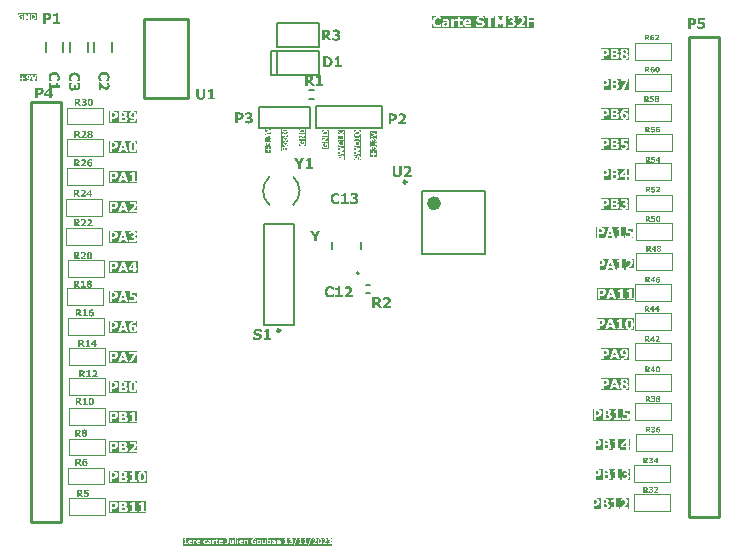
<source format=gto>
G04*
G04 #@! TF.GenerationSoftware,Altium Limited,Altium Designer,23.10.1 (27)*
G04*
G04 Layer_Color=65535*
%FSLAX44Y44*%
%MOMM*%
G71*
G04*
G04 #@! TF.SameCoordinates,EDDF8714-B4F6-4BBB-B34A-9CA9A18AB3C3*
G04*
G04*
G04 #@! TF.FilePolarity,Positive*
G04*
G01*
G75*
%ADD10C,0.6000*%
%ADD11C,0.2500*%
%ADD12C,0.2000*%
%ADD13C,0.2540*%
%ADD14C,0.1016*%
%ADD15C,0.1270*%
%ADD16C,0.2032*%
G36*
X283368Y53848D02*
X157480D01*
Y60424D01*
X283368D01*
Y53848D01*
D02*
G37*
G36*
X454470Y492506D02*
X367792D01*
Y502423D01*
X454470D01*
Y492506D01*
D02*
G37*
G36*
X33085Y498856D02*
X17018D01*
Y504687D01*
X33085D01*
Y498856D01*
D02*
G37*
G36*
X48197Y454920D02*
X48352D01*
X48536Y454892D01*
X48747Y454864D01*
X48987Y454836D01*
X49240Y454780D01*
X49508Y454723D01*
X49790Y454638D01*
X50086Y454540D01*
X50382Y454427D01*
X50664Y454286D01*
X50946Y454117D01*
X51214Y453934D01*
X51468Y453722D01*
X51482Y453708D01*
X51524Y453666D01*
X51595Y453595D01*
X51665Y453497D01*
X51764Y453384D01*
X51877Y453229D01*
X51989Y453060D01*
X52116Y452862D01*
X52243Y452637D01*
X52356Y452397D01*
X52469Y452115D01*
X52567Y451833D01*
X52652Y451523D01*
X52708Y451185D01*
X52751Y450832D01*
X52765Y450452D01*
Y450254D01*
X52751Y450127D01*
Y449972D01*
X52737Y449803D01*
X52694Y449465D01*
Y449451D01*
X52680Y449394D01*
X52666Y449310D01*
X52652Y449197D01*
X52624Y449070D01*
X52596Y448929D01*
X52525Y448619D01*
Y448605D01*
X52511Y448563D01*
X52483Y448506D01*
X52455Y448422D01*
X52427Y448323D01*
X52370Y448196D01*
X52271Y447942D01*
Y447928D01*
X52243Y447886D01*
X52215Y447816D01*
X52173Y447731D01*
X52088Y447534D01*
X51989Y447336D01*
X49819D01*
Y447590D01*
X49847Y447604D01*
X49917Y447689D01*
X50016Y447830D01*
X50157Y447999D01*
X50171Y448013D01*
X50199Y448041D01*
X50227Y448097D01*
X50284Y448168D01*
X50340Y448252D01*
X50411Y448337D01*
X50552Y448563D01*
X50566Y448577D01*
X50580Y448619D01*
X50622Y448690D01*
X50664Y448774D01*
X50721Y448887D01*
X50777Y449000D01*
X50890Y449282D01*
Y449296D01*
X50918Y449352D01*
X50932Y449423D01*
X50960Y449521D01*
X50989Y449648D01*
X51003Y449775D01*
X51031Y450071D01*
Y450156D01*
X51017Y450254D01*
Y450381D01*
X50989Y450522D01*
X50960Y450677D01*
X50918Y450832D01*
X50862Y450987D01*
Y451002D01*
X50834Y451058D01*
X50791Y451142D01*
X50735Y451241D01*
X50664Y451354D01*
X50566Y451495D01*
X50453Y451636D01*
X50326Y451777D01*
X50312Y451791D01*
X50255Y451833D01*
X50185Y451904D01*
X50072Y451974D01*
X49945Y452073D01*
X49776Y452157D01*
X49593Y452256D01*
X49381Y452341D01*
X49353Y452355D01*
X49283Y452369D01*
X49156Y452411D01*
X48987Y452439D01*
X48775Y452482D01*
X48536Y452524D01*
X48268Y452538D01*
X47972Y452552D01*
X47958D01*
X47930D01*
X47887D01*
X47831D01*
X47676Y452538D01*
X47478Y452524D01*
X47253Y452496D01*
X47013Y452453D01*
X46774Y452397D01*
X46548Y452327D01*
X46520Y452313D01*
X46449Y452284D01*
X46351Y452242D01*
X46210Y452172D01*
X46069Y452087D01*
X45914Y451974D01*
X45759Y451861D01*
X45618Y451735D01*
X45603Y451720D01*
X45561Y451678D01*
X45505Y451594D01*
X45420Y451509D01*
X45336Y451382D01*
X45251Y451255D01*
X45181Y451100D01*
X45110Y450945D01*
Y450931D01*
X45082Y450860D01*
X45068Y450776D01*
X45040Y450663D01*
X45011Y450536D01*
X44997Y450381D01*
X44969Y450057D01*
Y449986D01*
X44983Y449888D01*
Y449775D01*
X44997Y449648D01*
X45026Y449507D01*
X45110Y449197D01*
X45124Y449183D01*
X45138Y449127D01*
X45167Y449056D01*
X45209Y448957D01*
X45322Y448732D01*
X45448Y448506D01*
X45462Y448492D01*
X45477Y448450D01*
X45519Y448394D01*
X45561Y448323D01*
X45688Y448154D01*
X45829Y447971D01*
X45843Y447957D01*
X45857Y447928D01*
X45900Y447886D01*
X45942Y447830D01*
X46055Y447689D01*
X46182Y447548D01*
Y447336D01*
X44011D01*
Y447350D01*
X43997Y447379D01*
X43968Y447435D01*
X43940Y447505D01*
X43898Y447590D01*
X43856Y447689D01*
X43743Y447928D01*
Y447942D01*
X43714Y447985D01*
X43686Y448055D01*
X43658Y448140D01*
X43616Y448238D01*
X43573Y448351D01*
X43489Y448605D01*
Y448619D01*
X43475Y448675D01*
X43447Y448760D01*
X43418Y448873D01*
X43390Y449000D01*
X43362Y449141D01*
X43306Y449423D01*
Y449437D01*
X43292Y449493D01*
X43278Y449578D01*
Y449690D01*
X43263Y449831D01*
X43249Y450015D01*
X43235Y450212D01*
Y450536D01*
X43249Y450649D01*
Y450790D01*
X43278Y450959D01*
X43306Y451171D01*
X43334Y451396D01*
X43390Y451636D01*
X43461Y451890D01*
X43545Y452157D01*
X43644Y452425D01*
X43757Y452693D01*
X43898Y452975D01*
X44067Y453229D01*
X44264Y453483D01*
X44476Y453722D01*
X44490Y453736D01*
X44532Y453779D01*
X44603Y453835D01*
X44701Y453905D01*
X44828Y454004D01*
X44983Y454103D01*
X45167Y454216D01*
X45378Y454328D01*
X45618Y454441D01*
X45871Y454554D01*
X46167Y454653D01*
X46477Y454751D01*
X46816Y454822D01*
X47182Y454878D01*
X47577Y454920D01*
X47986Y454935D01*
X48014D01*
X48085D01*
X48197Y454920D01*
D02*
G37*
G36*
X51355Y445447D02*
X51369Y445320D01*
Y445179D01*
X51397Y444883D01*
Y444869D01*
X51411Y444813D01*
X51426Y444742D01*
X51440Y444644D01*
X51496Y444418D01*
X51538Y444305D01*
X51581Y444207D01*
X51595Y444193D01*
X51609Y444164D01*
X51637Y444108D01*
X51693Y444038D01*
X51806Y443897D01*
X51975Y443756D01*
X51989Y443741D01*
X52018Y443727D01*
X52074Y443699D01*
X52144Y443671D01*
X52243Y443629D01*
X52356Y443601D01*
X52469Y443572D01*
X52610Y443558D01*
Y441542D01*
X45946D01*
Y436352D01*
X47187D01*
Y434702D01*
X45946D01*
Y432531D01*
X43705D01*
Y434702D01*
X39687D01*
Y436408D01*
X43418Y441463D01*
Y445715D01*
X45026D01*
Y443784D01*
X49861D01*
Y445715D01*
X51355D01*
Y445447D01*
D02*
G37*
G36*
X35895Y441723D02*
X36093D01*
X36304Y441694D01*
X36530Y441666D01*
X36755Y441638D01*
X36981Y441582D01*
X37009D01*
X37080Y441553D01*
X37192Y441525D01*
X37333Y441469D01*
X37488Y441413D01*
X37672Y441328D01*
X37855Y441243D01*
X38038Y441130D01*
X38066Y441116D01*
X38123Y441060D01*
X38207Y440989D01*
X38334Y440877D01*
X38461Y440750D01*
X38588Y440595D01*
X38715Y440412D01*
X38828Y440200D01*
X38842Y440172D01*
X38870Y440101D01*
X38926Y439975D01*
X38983Y439819D01*
X39025Y439608D01*
X39081Y439383D01*
X39109Y439115D01*
X39124Y438833D01*
Y438805D01*
Y438720D01*
X39109Y438607D01*
X39095Y438438D01*
X39067Y438255D01*
X39039Y438043D01*
X38983Y437832D01*
X38912Y437606D01*
X38898Y437578D01*
X38870Y437508D01*
X38828Y437409D01*
X38771Y437268D01*
X38687Y437113D01*
X38574Y436958D01*
X38461Y436803D01*
X38320Y436648D01*
X38306Y436634D01*
X38278Y436605D01*
X38235Y436563D01*
X38179Y436507D01*
X38010Y436352D01*
X37812Y436197D01*
X37799Y436183D01*
X37770Y436168D01*
X37700Y436126D01*
X37629Y436084D01*
X37545Y436027D01*
X37432Y435971D01*
X37192Y435858D01*
X37178D01*
X37136Y435830D01*
X37065Y435816D01*
X36967Y435774D01*
X36868Y435746D01*
X36741Y435703D01*
X36445Y435633D01*
X36431D01*
X36375Y435619D01*
X36290Y435605D01*
X36191D01*
X36050Y435590D01*
X35910Y435576D01*
X35740Y435562D01*
X34359D01*
Y432560D01*
X32061D01*
Y441737D01*
X35754D01*
X35895Y441723D01*
D02*
G37*
G36*
X73434Y432390D02*
X73554D01*
X73702Y432371D01*
X73859Y432353D01*
X74016Y432334D01*
X74164Y432297D01*
X74183D01*
X74229Y432279D01*
X74303Y432260D01*
X74395Y432233D01*
X74507Y432196D01*
X74617Y432149D01*
X74728Y432094D01*
X74839Y432029D01*
X74849Y432020D01*
X74886Y431992D01*
X74941Y431955D01*
X75015Y431900D01*
X75089Y431835D01*
X75163Y431752D01*
X75237Y431650D01*
X75302Y431548D01*
X75311Y431539D01*
X75329Y431493D01*
X75348Y431437D01*
X75385Y431354D01*
X75413Y431252D01*
X75431Y431142D01*
X75450Y431021D01*
X75459Y430883D01*
Y430873D01*
Y430864D01*
Y430836D01*
Y430799D01*
X75440Y430698D01*
X75422Y430578D01*
X75385Y430439D01*
X75329Y430291D01*
X75255Y430134D01*
X75154Y429986D01*
X75144Y429967D01*
X75098Y429921D01*
X75033Y429856D01*
X74950Y429782D01*
X74830Y429690D01*
X74701Y429616D01*
X74553Y429542D01*
X74377Y429487D01*
Y429431D01*
X74386D01*
X74414Y429422D01*
X74451Y429413D01*
X74507Y429403D01*
X74571Y429385D01*
X74645Y429366D01*
X74793Y429320D01*
X74802D01*
X74830Y429302D01*
X74867Y429283D01*
X74922Y429265D01*
X75043Y429181D01*
X75117Y429135D01*
X75191Y429071D01*
X75200Y429061D01*
X75218Y429043D01*
X75255Y429006D01*
X75302Y428960D01*
X75348Y428904D01*
X75394Y428830D01*
X75450Y428756D01*
X75496Y428664D01*
X75505Y428654D01*
X75514Y428617D01*
X75533Y428571D01*
X75560Y428497D01*
X75579Y428414D01*
X75598Y428312D01*
X75607Y428192D01*
X75616Y428072D01*
Y428063D01*
Y428053D01*
Y427998D01*
X75607Y427915D01*
X75598Y427804D01*
X75579Y427674D01*
X75542Y427545D01*
X75505Y427397D01*
X75450Y427258D01*
X75440Y427240D01*
X75422Y427203D01*
X75385Y427129D01*
X75329Y427046D01*
X75255Y426953D01*
X75181Y426842D01*
X75080Y426741D01*
X74969Y426639D01*
X74950Y426630D01*
X74913Y426602D01*
X74839Y426556D01*
X74756Y426500D01*
X74645Y426436D01*
X74516Y426371D01*
X74368Y426306D01*
X74211Y426251D01*
X74201D01*
X74192Y426241D01*
X74164D01*
X74137Y426232D01*
X74044Y426214D01*
X73924Y426186D01*
X73767Y426158D01*
X73591Y426140D01*
X73388Y426130D01*
X73166Y426121D01*
X72990D01*
X72916Y426130D01*
X72750Y426140D01*
X72565Y426149D01*
X72361Y426177D01*
X72158Y426204D01*
X71964Y426241D01*
X71955D01*
X71945Y426251D01*
X71918D01*
X71881Y426260D01*
X71788Y426287D01*
X71677Y426315D01*
X71548Y426352D01*
X71409Y426399D01*
X71280Y426445D01*
X71150Y426500D01*
Y427804D01*
X71289D01*
X71308Y427795D01*
X71344Y427767D01*
X71418Y427730D01*
X71511Y427674D01*
X71622Y427610D01*
X71761Y427554D01*
X71908Y427490D01*
X72066Y427425D01*
X72075D01*
X72084Y427416D01*
X72140Y427406D01*
X72232Y427379D01*
X72343Y427351D01*
X72463Y427323D01*
X72602Y427305D01*
X72750Y427286D01*
X72888Y427277D01*
X72972D01*
X73027Y427286D01*
X73101D01*
X73175Y427295D01*
X73360Y427314D01*
X73369D01*
X73406Y427323D01*
X73453Y427332D01*
X73508Y427351D01*
X73656Y427397D01*
X73795Y427480D01*
X73804Y427490D01*
X73822Y427499D01*
X73878Y427554D01*
X73942Y427628D01*
X74016Y427730D01*
Y427739D01*
X74026Y427758D01*
X74044Y427795D01*
X74063Y427841D01*
X74072Y427906D01*
X74090Y427980D01*
X74100Y428063D01*
Y428155D01*
Y428164D01*
Y428201D01*
X74090Y428248D01*
X74081Y428312D01*
X74053Y428451D01*
X74016Y428516D01*
X73980Y428571D01*
X73970Y428580D01*
X73961Y428599D01*
X73933Y428617D01*
X73896Y428654D01*
X73795Y428719D01*
X73665Y428784D01*
X73656D01*
X73628Y428793D01*
X73591Y428812D01*
X73536Y428821D01*
X73471Y428839D01*
X73388Y428849D01*
X73305Y428858D01*
X73203Y428867D01*
X73110D01*
X73046Y428876D01*
X72472D01*
Y429930D01*
X72870D01*
X72944Y429940D01*
X73027D01*
X73203Y429949D01*
X73212D01*
X73240Y429958D01*
X73286D01*
X73341Y429977D01*
X73471Y430004D01*
X73600Y430051D01*
X73610D01*
X73628Y430069D01*
X73656Y430078D01*
X73693Y430106D01*
X73776Y430171D01*
X73850Y430263D01*
Y430272D01*
X73868Y430291D01*
X73878Y430319D01*
X73896Y430365D01*
X73915Y430411D01*
X73924Y430476D01*
X73942Y430550D01*
Y430633D01*
Y430642D01*
Y430661D01*
Y430698D01*
X73933Y430744D01*
X73906Y430836D01*
X73850Y430929D01*
Y430938D01*
X73832Y430947D01*
X73795Y430993D01*
X73730Y431058D01*
X73647Y431114D01*
X73637D01*
X73619Y431123D01*
X73591Y431142D01*
X73545Y431151D01*
X73443Y431188D01*
X73305Y431215D01*
X73295D01*
X73277Y431225D01*
X73240D01*
X73194Y431234D01*
X73083Y431243D01*
X72888D01*
X72833Y431234D01*
X72768D01*
X72685Y431225D01*
X72519Y431188D01*
X72509D01*
X72482Y431179D01*
X72435Y431169D01*
X72380Y431151D01*
X72315Y431132D01*
X72241Y431105D01*
X72075Y431049D01*
X72066D01*
X72047Y431040D01*
X72010Y431021D01*
X71973Y431003D01*
X71853Y430947D01*
X71724Y430883D01*
X71714D01*
X71696Y430864D01*
X71659Y430846D01*
X71622Y430827D01*
X71529Y430781D01*
X71446Y430735D01*
X71326D01*
Y432020D01*
X71344Y432029D01*
X71382Y432038D01*
X71446Y432066D01*
X71548Y432103D01*
X71668Y432140D01*
X71807Y432177D01*
X71973Y432223D01*
X72158Y432269D01*
X72167D01*
X72186Y432279D01*
X72214D01*
X72251Y432288D01*
X72297Y432297D01*
X72352Y432306D01*
X72491Y432334D01*
X72657Y432362D01*
X72833Y432380D01*
X73036Y432390D01*
X73240Y432399D01*
X73332D01*
X73434Y432390D01*
D02*
G37*
G36*
X68062Y432260D02*
X68201Y432251D01*
X68340Y432242D01*
X68497Y432223D01*
X68636Y432205D01*
X68654D01*
X68700Y432196D01*
X68765Y432177D01*
X68857Y432149D01*
X68968Y432112D01*
X69079Y432066D01*
X69200Y432011D01*
X69320Y431946D01*
X69338Y431937D01*
X69375Y431909D01*
X69431Y431863D01*
X69505Y431798D01*
X69588Y431724D01*
X69671Y431632D01*
X69763Y431530D01*
X69837Y431419D01*
X69847Y431400D01*
X69865Y431363D01*
X69902Y431289D01*
X69939Y431197D01*
X69967Y431086D01*
X70004Y430947D01*
X70022Y430790D01*
X70032Y430615D01*
Y430605D01*
Y430587D01*
Y430550D01*
Y430504D01*
X70022Y430439D01*
X70013Y430374D01*
X69995Y430217D01*
X69958Y430032D01*
X69902Y429847D01*
X69819Y429662D01*
X69717Y429487D01*
X69699Y429468D01*
X69662Y429413D01*
X69588Y429339D01*
X69495Y429246D01*
X69375Y429135D01*
X69227Y429015D01*
X69061Y428904D01*
X68876Y428802D01*
X70910Y426251D01*
X69070D01*
X67387Y428460D01*
X66851D01*
Y426251D01*
X65344D01*
Y432269D01*
X67942D01*
X68062Y432260D01*
D02*
G37*
G36*
X78806Y432390D02*
X78870D01*
X79018Y432371D01*
X79185Y432343D01*
X79370Y432306D01*
X79555Y432260D01*
X79721Y432186D01*
X79730D01*
X79739Y432177D01*
X79795Y432149D01*
X79869Y432103D01*
X79971Y432038D01*
X80082Y431946D01*
X80202Y431844D01*
X80322Y431724D01*
X80433Y431576D01*
X80442Y431558D01*
X80479Y431502D01*
X80525Y431419D01*
X80590Y431308D01*
X80655Y431169D01*
X80719Y431003D01*
X80775Y430809D01*
X80830Y430596D01*
Y430587D01*
X80840Y430568D01*
Y430541D01*
X80849Y430494D01*
X80858Y430439D01*
X80868Y430374D01*
X80886Y430300D01*
X80895Y430208D01*
X80923Y430014D01*
X80941Y429782D01*
X80951Y429533D01*
X80960Y429255D01*
Y429246D01*
Y429218D01*
Y429181D01*
Y429126D01*
Y429061D01*
X80951Y428978D01*
Y428895D01*
X80941Y428793D01*
X80932Y428580D01*
X80904Y428349D01*
X80877Y428118D01*
X80830Y427887D01*
Y427878D01*
X80821Y427859D01*
Y427832D01*
X80803Y427795D01*
X80775Y427684D01*
X80729Y427545D01*
X80673Y427388D01*
X80609Y427231D01*
X80525Y427064D01*
X80433Y426907D01*
X80424Y426889D01*
X80387Y426842D01*
X80322Y426778D01*
X80239Y426685D01*
X80137Y426593D01*
X80008Y426491D01*
X79869Y426399D01*
X79712Y426315D01*
X79703D01*
X79693Y426306D01*
X79665Y426297D01*
X79638Y426287D01*
X79545Y426251D01*
X79416Y426223D01*
X79259Y426186D01*
X79074Y426149D01*
X78870Y426130D01*
X78639Y426121D01*
X78538D01*
X78482Y426130D01*
X78417D01*
X78269Y426149D01*
X78094Y426167D01*
X77918Y426204D01*
X77733Y426251D01*
X77558Y426315D01*
X77548D01*
X77539Y426325D01*
X77484Y426352D01*
X77410Y426399D01*
X77308Y426463D01*
X77188Y426556D01*
X77067Y426657D01*
X76947Y426778D01*
X76836Y426916D01*
Y426926D01*
X76827Y426935D01*
X76790Y426990D01*
X76744Y427073D01*
X76688Y427184D01*
X76624Y427332D01*
X76559Y427499D01*
X76494Y427684D01*
X76439Y427896D01*
Y427906D01*
X76430Y427924D01*
Y427952D01*
X76420Y427998D01*
X76411Y428053D01*
X76402Y428118D01*
X76393Y428201D01*
X76383Y428285D01*
X76356Y428488D01*
X76337Y428719D01*
X76328Y428978D01*
X76319Y429255D01*
Y429265D01*
Y429292D01*
Y429329D01*
Y429394D01*
Y429459D01*
X76328Y429542D01*
Y429634D01*
X76337Y429727D01*
X76346Y429940D01*
X76374Y430171D01*
X76402Y430402D01*
X76439Y430624D01*
Y430633D01*
X76448Y430652D01*
Y430679D01*
X76466Y430716D01*
X76494Y430827D01*
X76531Y430957D01*
X76587Y431114D01*
X76661Y431271D01*
X76744Y431447D01*
X76846Y431604D01*
Y431613D01*
X76855Y431622D01*
X76901Y431669D01*
X76957Y431742D01*
X77049Y431826D01*
X77151Y431927D01*
X77271Y432020D01*
X77419Y432112D01*
X77576Y432196D01*
X77585D01*
X77594Y432205D01*
X77622Y432214D01*
X77659Y432223D01*
X77752Y432260D01*
X77872Y432297D01*
X78029Y432334D01*
X78214Y432371D01*
X78417Y432390D01*
X78639Y432399D01*
X78750D01*
X78806Y432390D01*
D02*
G37*
G36*
X77364Y99981D02*
X74803D01*
Y98973D01*
X74849D01*
X74886Y98982D01*
X74979D01*
X75090Y98992D01*
X75145D01*
X75182Y99001D01*
X75506D01*
X75617Y98992D01*
X75737Y98982D01*
X75876Y98964D01*
X76153Y98909D01*
X76171D01*
X76218Y98890D01*
X76282Y98871D01*
X76375Y98844D01*
X76477Y98807D01*
X76578Y98760D01*
X76689Y98705D01*
X76800Y98640D01*
X76819Y98631D01*
X76856Y98603D01*
X76920Y98548D01*
X76994Y98483D01*
X77077Y98400D01*
X77170Y98289D01*
X77262Y98178D01*
X77336Y98039D01*
X77346Y98021D01*
X77364Y97975D01*
X77401Y97891D01*
X77438Y97790D01*
X77466Y97660D01*
X77503Y97503D01*
X77521Y97327D01*
X77531Y97133D01*
Y97124D01*
Y97115D01*
Y97087D01*
Y97050D01*
X77521Y96967D01*
X77512Y96847D01*
X77494Y96708D01*
X77457Y96560D01*
X77420Y96412D01*
X77364Y96255D01*
X77355Y96236D01*
X77336Y96190D01*
X77299Y96116D01*
X77244Y96024D01*
X77179Y95913D01*
X77096Y95802D01*
X76994Y95682D01*
X76883Y95571D01*
X76865Y95562D01*
X76828Y95525D01*
X76763Y95469D01*
X76671Y95404D01*
X76560Y95340D01*
X76440Y95266D01*
X76292Y95192D01*
X76135Y95127D01*
X76125D01*
X76116Y95118D01*
X76088Y95108D01*
X76061Y95099D01*
X75968Y95081D01*
X75839Y95053D01*
X75681Y95016D01*
X75506Y94998D01*
X75293Y94979D01*
X75071Y94970D01*
X74960D01*
X74905Y94979D01*
X74831D01*
X74674Y94988D01*
X74489Y95007D01*
X74304Y95025D01*
X74100Y95053D01*
X73916Y95090D01*
X73906D01*
X73897Y95099D01*
X73869D01*
X73832Y95108D01*
X73749Y95127D01*
X73638Y95155D01*
X73509Y95192D01*
X73379Y95238D01*
X73241Y95284D01*
X73120Y95330D01*
Y96643D01*
X73259D01*
X73268Y96634D01*
X73324Y96597D01*
X73407Y96542D01*
X73509Y96486D01*
X73518D01*
X73537Y96477D01*
X73564Y96458D01*
X73610Y96440D01*
X73657Y96412D01*
X73721Y96384D01*
X73795Y96357D01*
X73878Y96320D01*
X73888D01*
X73916Y96311D01*
X73962Y96292D01*
X74017Y96273D01*
X74082Y96246D01*
X74156Y96227D01*
X74313Y96181D01*
X74322D01*
X74350Y96172D01*
X74396Y96163D01*
X74461Y96153D01*
X74535Y96144D01*
X74618Y96135D01*
X74803Y96125D01*
X74896D01*
X74960Y96135D01*
X75034D01*
X75118Y96153D01*
X75312Y96181D01*
X75321D01*
X75358Y96190D01*
X75404Y96209D01*
X75469Y96227D01*
X75617Y96292D01*
X75681Y96338D01*
X75746Y96394D01*
X75755Y96403D01*
X75765Y96412D01*
X75820Y96477D01*
X75885Y96560D01*
X75940Y96662D01*
Y96671D01*
X75950Y96690D01*
X75968Y96727D01*
X75977Y96773D01*
X75996Y96828D01*
X76005Y96902D01*
X76014Y96985D01*
Y97078D01*
Y97087D01*
Y97115D01*
Y97152D01*
X76005Y97207D01*
X75977Y97318D01*
X75922Y97438D01*
Y97448D01*
X75903Y97466D01*
X75885Y97494D01*
X75866Y97531D01*
X75792Y97614D01*
X75691Y97688D01*
X75681Y97697D01*
X75654Y97706D01*
X75608Y97734D01*
X75552Y97762D01*
X75478Y97790D01*
X75395Y97817D01*
X75302Y97845D01*
X75191Y97864D01*
X75182D01*
X75145Y97873D01*
X75090Y97882D01*
X75025Y97891D01*
X74942D01*
X74859Y97901D01*
X74692Y97910D01*
X74572D01*
X74489Y97901D01*
X74387D01*
X74276Y97891D01*
X74045Y97854D01*
X74036D01*
X73990Y97845D01*
X73934Y97836D01*
X73860Y97817D01*
X73777Y97799D01*
X73684Y97781D01*
X73509Y97744D01*
X73379D01*
Y101118D01*
X77364D01*
Y99981D01*
D02*
G37*
G36*
X69968Y101109D02*
X70106Y101100D01*
X70245Y101090D01*
X70402Y101072D01*
X70541Y101053D01*
X70559D01*
X70606Y101044D01*
X70670Y101026D01*
X70763Y100998D01*
X70874Y100961D01*
X70985Y100915D01*
X71105Y100859D01*
X71225Y100795D01*
X71244Y100785D01*
X71280Y100758D01*
X71336Y100711D01*
X71410Y100647D01*
X71493Y100573D01*
X71576Y100480D01*
X71669Y100379D01*
X71743Y100268D01*
X71752Y100249D01*
X71771Y100212D01*
X71807Y100138D01*
X71845Y100046D01*
X71872Y99935D01*
X71909Y99796D01*
X71928Y99639D01*
X71937Y99463D01*
Y99454D01*
Y99436D01*
Y99398D01*
Y99352D01*
X71928Y99288D01*
X71919Y99223D01*
X71900Y99066D01*
X71863Y98881D01*
X71807Y98696D01*
X71724Y98511D01*
X71623Y98335D01*
X71604Y98317D01*
X71567Y98261D01*
X71493Y98187D01*
X71401Y98095D01*
X71280Y97984D01*
X71133Y97864D01*
X70966Y97753D01*
X70781Y97651D01*
X72815Y95099D01*
X70975D01*
X69293Y97309D01*
X68756D01*
Y95099D01*
X67249D01*
Y101118D01*
X69847D01*
X69968Y101109D01*
D02*
G37*
G36*
X82542Y202446D02*
X82634Y202436D01*
X82736Y202427D01*
X82847Y202418D01*
X82976Y202399D01*
X83235Y202335D01*
X83503Y202251D01*
X83642Y202196D01*
X83762Y202131D01*
X83882Y202057D01*
X83993Y201974D01*
X84003Y201965D01*
X84021Y201956D01*
X84049Y201928D01*
X84076Y201882D01*
X84123Y201835D01*
X84169Y201780D01*
X84215Y201706D01*
X84271Y201623D01*
X84326Y201540D01*
X84372Y201438D01*
X84419Y201327D01*
X84465Y201207D01*
X84493Y201077D01*
X84520Y200939D01*
X84539Y200791D01*
X84548Y200634D01*
Y200624D01*
Y200606D01*
Y200578D01*
Y200541D01*
X84539Y200495D01*
Y200439D01*
X84520Y200301D01*
X84483Y200144D01*
X84437Y199968D01*
X84372Y199783D01*
X84289Y199589D01*
Y199580D01*
X84280Y199570D01*
X84261Y199543D01*
X84243Y199496D01*
X84215Y199450D01*
X84178Y199395D01*
X84095Y199265D01*
X83975Y199099D01*
X83836Y198914D01*
X83660Y198710D01*
X83457Y198498D01*
X83439Y198479D01*
X83392Y198433D01*
X83328Y198368D01*
X83235Y198285D01*
X83124Y198183D01*
X83013Y198072D01*
X82754Y197851D01*
X82736Y197841D01*
X82699Y197804D01*
X82634Y197758D01*
X82560Y197703D01*
X82403Y197573D01*
X82320Y197509D01*
X82255Y197462D01*
X84807D01*
Y196325D01*
X80387D01*
Y197305D01*
X80397Y197314D01*
X80415Y197324D01*
X80443Y197351D01*
X80480Y197379D01*
X80591Y197462D01*
X80720Y197573D01*
X80878Y197703D01*
X81044Y197841D01*
X81220Y197989D01*
X81386Y198137D01*
X81395Y198146D01*
X81404Y198156D01*
X81460Y198202D01*
X81543Y198285D01*
X81654Y198378D01*
X81784Y198498D01*
X81913Y198627D01*
X82052Y198757D01*
X82181Y198895D01*
X82190Y198905D01*
X82200Y198914D01*
X82255Y198969D01*
X82329Y199062D01*
X82431Y199173D01*
X82533Y199293D01*
X82634Y199432D01*
X82736Y199570D01*
X82819Y199709D01*
X82828Y199727D01*
X82847Y199774D01*
X82884Y199838D01*
X82921Y199931D01*
X82958Y200042D01*
X82995Y200162D01*
X83013Y200291D01*
X83022Y200430D01*
Y200439D01*
Y200449D01*
Y200495D01*
X83013Y200578D01*
X82995Y200671D01*
X82958Y200772D01*
X82912Y200874D01*
X82847Y200976D01*
X82764Y201068D01*
X82754Y201077D01*
X82717Y201105D01*
X82662Y201142D01*
X82588Y201188D01*
X82486Y201225D01*
X82366Y201262D01*
X82227Y201290D01*
X82070Y201299D01*
X81987D01*
X81931Y201290D01*
X81867Y201281D01*
X81793Y201271D01*
X81636Y201234D01*
X81626D01*
X81599Y201225D01*
X81562Y201216D01*
X81506Y201197D01*
X81441Y201179D01*
X81377Y201151D01*
X81220Y201096D01*
X81210D01*
X81183Y201077D01*
X81146Y201059D01*
X81099Y201040D01*
X80989Y200976D01*
X80868Y200902D01*
X80859D01*
X80841Y200883D01*
X80785Y200846D01*
X80711Y200800D01*
X80646Y200763D01*
X80535D01*
Y202076D01*
X80545Y202085D01*
X80582Y202094D01*
X80646Y202122D01*
X80730Y202150D01*
X80841Y202187D01*
X80970Y202233D01*
X81136Y202279D01*
X81321Y202325D01*
X81330D01*
X81349Y202335D01*
X81377D01*
X81414Y202344D01*
X81460Y202353D01*
X81525Y202362D01*
X81654Y202390D01*
X81821Y202418D01*
X81996Y202436D01*
X82181Y202446D01*
X82366Y202455D01*
X82468D01*
X82542Y202446D01*
D02*
G37*
G36*
X78039Y197379D02*
X79278D01*
Y196325D01*
X75302D01*
Y197379D01*
X76569D01*
Y200550D01*
X75302D01*
Y201530D01*
X75478D01*
X75561Y201540D01*
X75654D01*
X75848Y201558D01*
X75857D01*
X75894Y201567D01*
X75940Y201577D01*
X76005Y201586D01*
X76153Y201623D01*
X76227Y201651D01*
X76292Y201678D01*
X76301Y201688D01*
X76319Y201697D01*
X76356Y201715D01*
X76403Y201752D01*
X76495Y201826D01*
X76588Y201937D01*
X76597Y201946D01*
X76606Y201965D01*
X76624Y202002D01*
X76643Y202048D01*
X76671Y202113D01*
X76689Y202187D01*
X76708Y202261D01*
X76717Y202353D01*
X78039D01*
Y197379D01*
D02*
G37*
G36*
X71835Y202335D02*
X71974Y202325D01*
X72113Y202316D01*
X72270Y202298D01*
X72408Y202279D01*
X72427D01*
X72473Y202270D01*
X72538Y202251D01*
X72630Y202224D01*
X72741Y202187D01*
X72852Y202141D01*
X72972Y202085D01*
X73093Y202020D01*
X73111Y202011D01*
X73148Y201983D01*
X73204Y201937D01*
X73278Y201872D01*
X73361Y201798D01*
X73444Y201706D01*
X73537Y201604D01*
X73611Y201493D01*
X73620Y201475D01*
X73638Y201438D01*
X73675Y201364D01*
X73712Y201271D01*
X73740Y201161D01*
X73777Y201022D01*
X73795Y200865D01*
X73805Y200689D01*
Y200680D01*
Y200661D01*
Y200624D01*
Y200578D01*
X73795Y200513D01*
X73786Y200449D01*
X73768Y200291D01*
X73731Y200107D01*
X73675Y199922D01*
X73592Y199737D01*
X73490Y199561D01*
X73472Y199543D01*
X73435Y199487D01*
X73361Y199413D01*
X73268Y199321D01*
X73148Y199210D01*
X73000Y199090D01*
X72834Y198979D01*
X72649Y198877D01*
X74683Y196325D01*
X72843D01*
X71160Y198535D01*
X70624D01*
Y196325D01*
X69117D01*
Y202344D01*
X71715D01*
X71835Y202335D01*
D02*
G37*
G36*
X74967Y127526D02*
X75041Y127515D01*
X75133Y127514D01*
X75235Y127503D01*
X75447Y127471D01*
X75456Y127471D01*
X75493Y127461D01*
X75549Y127460D01*
X75613Y127450D01*
X75742Y127429D01*
X75807Y127419D01*
X75853Y127409D01*
X75833Y126226D01*
X75713Y126228D01*
X75704Y126237D01*
X75676Y126247D01*
X75639Y126257D01*
X75584Y126276D01*
X75529Y126296D01*
X75456Y126325D01*
X75373Y126344D01*
X75363Y126345D01*
X75327Y126355D01*
X75281Y126374D01*
X75216Y126384D01*
X75133Y126404D01*
X75041Y126415D01*
X74930Y126426D01*
X74755Y126429D01*
X74708Y126420D01*
X74644Y126421D01*
X74579Y126413D01*
X74421Y126388D01*
X74245Y126345D01*
X74059Y126283D01*
X73882Y126194D01*
X73722Y126067D01*
X73703Y126049D01*
X73656Y126003D01*
X73599Y125912D01*
X73514Y125802D01*
X73438Y125646D01*
X73352Y125472D01*
X73283Y125261D01*
X73233Y125012D01*
X73242Y125021D01*
X73289Y125039D01*
X73345Y125075D01*
X73420Y125120D01*
X73513Y125164D01*
X73615Y125209D01*
X73839Y125297D01*
X73857Y125307D01*
X73895Y125315D01*
X73959Y125332D01*
X74043Y125359D01*
X74145Y125376D01*
X74266Y125392D01*
X74395Y125399D01*
X74534Y125406D01*
X74654Y125404D01*
X74728Y125394D01*
X74820Y125383D01*
X74922Y125363D01*
X75133Y125304D01*
X75143Y125303D01*
X75179Y125284D01*
X75234Y125265D01*
X75308Y125236D01*
X75381Y125198D01*
X75464Y125159D01*
X75638Y125045D01*
X75656Y125036D01*
X75692Y124998D01*
X75747Y124951D01*
X75820Y124876D01*
X75892Y124782D01*
X75974Y124670D01*
X76055Y124548D01*
X76126Y124409D01*
X76135Y124390D01*
X76153Y124334D01*
X76179Y124250D01*
X76214Y124139D01*
X76249Y123990D01*
X76274Y123823D01*
X76289Y123629D01*
X76295Y123416D01*
X76294Y123407D01*
X76294Y123370D01*
X76293Y123324D01*
X76283Y123259D01*
X76272Y123176D01*
X76261Y123084D01*
X76241Y122983D01*
X76211Y122863D01*
X76133Y122624D01*
X76085Y122486D01*
X76018Y122358D01*
X75951Y122229D01*
X75866Y122101D01*
X75771Y121982D01*
X75658Y121864D01*
X75649Y121855D01*
X75630Y121837D01*
X75593Y121810D01*
X75546Y121774D01*
X75490Y121728D01*
X75415Y121674D01*
X75321Y121620D01*
X75219Y121566D01*
X75107Y121513D01*
X74986Y121459D01*
X74846Y121406D01*
X74707Y121362D01*
X74540Y121328D01*
X74373Y121303D01*
X74197Y121288D01*
X74003Y121282D01*
X73910Y121283D01*
X73818Y121294D01*
X73689Y121305D01*
X73541Y121326D01*
X73384Y121357D01*
X73219Y121397D01*
X73062Y121445D01*
X73044Y121455D01*
X72998Y121474D01*
X72915Y121512D01*
X72824Y121560D01*
X72714Y121627D01*
X72604Y121703D01*
X72485Y121797D01*
X72376Y121901D01*
X72358Y121919D01*
X72322Y121966D01*
X72259Y122041D01*
X72186Y122144D01*
X72105Y122275D01*
X72015Y122434D01*
X71935Y122611D01*
X71864Y122806D01*
X71865Y122816D01*
X71856Y122834D01*
X71847Y122862D01*
X71838Y122908D01*
X71830Y122955D01*
X71813Y123020D01*
X71795Y123094D01*
X71787Y123177D01*
X71754Y123372D01*
X71730Y123595D01*
X71715Y123844D01*
X71711Y124122D01*
X71711Y124131D01*
X71711Y124159D01*
X71712Y124196D01*
X71713Y124261D01*
X71723Y124325D01*
X71725Y124408D01*
X71736Y124501D01*
X71737Y124593D01*
X71759Y124815D01*
X71800Y125045D01*
X71841Y125294D01*
X71901Y125524D01*
X71901Y125533D01*
X71910Y125552D01*
X71920Y125589D01*
X71939Y125625D01*
X71950Y125681D01*
X71978Y125745D01*
X72036Y125892D01*
X72122Y126057D01*
X72218Y126240D01*
X72332Y126423D01*
X72474Y126606D01*
X72474Y126615D01*
X72492Y126624D01*
X72540Y126679D01*
X72624Y126760D01*
X72737Y126860D01*
X72868Y126969D01*
X73036Y127086D01*
X73223Y127194D01*
X73438Y127292D01*
X73447Y127292D01*
X73465Y127301D01*
X73503Y127319D01*
X73549Y127327D01*
X73605Y127354D01*
X73670Y127372D01*
X73753Y127389D01*
X73847Y127415D01*
X73939Y127441D01*
X74051Y127458D01*
X74292Y127500D01*
X74560Y127523D01*
X74856Y127528D01*
X74967Y127526D01*
D02*
G37*
G36*
X68577Y127522D02*
X68698Y127510D01*
X68836Y127499D01*
X68975Y127487D01*
X69131Y127466D01*
X69270Y127445D01*
X69288Y127445D01*
X69334Y127435D01*
X69399Y127416D01*
X69491Y127386D01*
X69601Y127347D01*
X69711Y127299D01*
X69830Y127242D01*
X69949Y127175D01*
X69968Y127165D01*
X70004Y127137D01*
X70059Y127090D01*
X70132Y127024D01*
X70214Y126949D01*
X70296Y126855D01*
X70386Y126752D01*
X70458Y126639D01*
X70467Y126621D01*
X70485Y126584D01*
X70521Y126509D01*
X70556Y126416D01*
X70582Y126305D01*
X70617Y126165D01*
X70633Y126008D01*
X70639Y125832D01*
X70639Y125823D01*
X70638Y125804D01*
X70638Y125767D01*
X70637Y125721D01*
X70627Y125656D01*
X70616Y125592D01*
X70595Y125435D01*
X70555Y125251D01*
X70497Y125067D01*
X70410Y124883D01*
X70306Y124710D01*
X70287Y124691D01*
X70249Y124636D01*
X70174Y124564D01*
X70080Y124473D01*
X69958Y124364D01*
X69808Y124246D01*
X69640Y124138D01*
X69453Y124039D01*
X71444Y121454D01*
X69605Y121485D01*
X67959Y123722D01*
X67423Y123731D01*
X67386Y121522D01*
X65879Y121547D01*
X65980Y127565D01*
X68577Y127522D01*
D02*
G37*
G36*
X73811Y152215D02*
X73913Y152205D01*
X74051Y152194D01*
X74199Y152184D01*
X74366Y152164D01*
X74532Y152125D01*
X74689Y152087D01*
X74698Y152087D01*
X74707Y152077D01*
X74762Y152068D01*
X74836Y152039D01*
X74928Y152001D01*
X75039Y151954D01*
X75149Y151898D01*
X75260Y151841D01*
X75361Y151766D01*
X75370Y151757D01*
X75406Y151729D01*
X75452Y151682D01*
X75517Y151626D01*
X75581Y151561D01*
X75654Y151477D01*
X75718Y151384D01*
X75781Y151282D01*
X75791Y151272D01*
X75809Y151235D01*
X75827Y151180D01*
X75854Y151105D01*
X75881Y151013D01*
X75908Y150911D01*
X75916Y150791D01*
X75924Y150670D01*
X75924Y150652D01*
X75923Y150596D01*
X75913Y150513D01*
X75894Y150412D01*
X75856Y150292D01*
X75818Y150163D01*
X75752Y150034D01*
X75667Y149896D01*
X75658Y149878D01*
X75620Y149841D01*
X75564Y149777D01*
X75480Y149694D01*
X75369Y149612D01*
X75238Y149511D01*
X75080Y149420D01*
X74904Y149330D01*
X74904Y149302D01*
X74913Y149302D01*
X74931Y149292D01*
X74959Y149274D01*
X75005Y149255D01*
X75106Y149208D01*
X75235Y149132D01*
X75373Y149039D01*
X75520Y148926D01*
X75657Y148796D01*
X75776Y148656D01*
X75785Y148637D01*
X75822Y148591D01*
X75867Y148507D01*
X75922Y148396D01*
X75967Y148257D01*
X76012Y148099D01*
X76047Y147914D01*
X76054Y147720D01*
X76054Y147701D01*
X76054Y147655D01*
X76044Y147581D01*
X76034Y147489D01*
X76014Y147378D01*
X75976Y147249D01*
X75938Y147129D01*
X75881Y147000D01*
X75872Y146982D01*
X75853Y146945D01*
X75816Y146880D01*
X75760Y146807D01*
X75694Y146715D01*
X75619Y146614D01*
X75526Y146513D01*
X75414Y146422D01*
X75405Y146413D01*
X75358Y146385D01*
X75293Y146340D01*
X75209Y146285D01*
X75098Y146230D01*
X74968Y146167D01*
X74819Y146113D01*
X74662Y146059D01*
X74652Y146059D01*
X74643Y146050D01*
X74615Y146050D01*
X74588Y146041D01*
X74495Y146014D01*
X74365Y145997D01*
X74217Y145970D01*
X74050Y145944D01*
X73856Y145936D01*
X73653Y145929D01*
X73495Y145931D01*
X73440Y145940D01*
X73292Y145951D01*
X73126Y145971D01*
X72951Y145991D01*
X72766Y146030D01*
X72591Y146077D01*
X72582Y146077D01*
X72572Y146087D01*
X72517Y146106D01*
X72434Y146134D01*
X72333Y146181D01*
X72213Y146229D01*
X72084Y146295D01*
X71965Y146370D01*
X71845Y146454D01*
X71836Y146463D01*
X71799Y146501D01*
X71744Y146547D01*
X71690Y146613D01*
X71616Y146697D01*
X71553Y146799D01*
X71480Y146901D01*
X71425Y147022D01*
X71416Y147040D01*
X71407Y147078D01*
X71389Y147142D01*
X71362Y147226D01*
X71335Y147328D01*
X71318Y147448D01*
X71310Y147578D01*
X71302Y147707D01*
X71302Y147716D01*
X71302Y147735D01*
X71302Y147753D01*
X71312Y147790D01*
X71322Y147892D01*
X71342Y148012D01*
X71371Y148141D01*
X71427Y148288D01*
X71493Y148427D01*
X71587Y148565D01*
X71596Y148583D01*
X71643Y148619D01*
X71708Y148684D01*
X71802Y148766D01*
X71913Y148848D01*
X72062Y148948D01*
X72229Y149039D01*
X72415Y149130D01*
X72415Y149158D01*
X72406Y149158D01*
X72397Y149167D01*
X72369Y149186D01*
X72332Y149205D01*
X72241Y149261D01*
X72130Y149336D01*
X72002Y149430D01*
X71882Y149533D01*
X71772Y149654D01*
X71681Y149784D01*
X71672Y149803D01*
X71654Y149849D01*
X71618Y149923D01*
X71582Y150025D01*
X71546Y150146D01*
X71510Y150285D01*
X71493Y150442D01*
X71485Y150609D01*
X71486Y150627D01*
X71486Y150664D01*
X71496Y150729D01*
X71506Y150812D01*
X71525Y150904D01*
X71544Y151006D01*
X71582Y151116D01*
X71630Y151227D01*
X71639Y151236D01*
X71658Y151273D01*
X71695Y151328D01*
X71742Y151402D01*
X71808Y151484D01*
X71882Y151576D01*
X71966Y151658D01*
X72069Y151750D01*
X72078Y151759D01*
X72115Y151786D01*
X72181Y151823D01*
X72264Y151868D01*
X72366Y151923D01*
X72478Y151977D01*
X72617Y152032D01*
X72765Y152086D01*
X72775Y152086D01*
X72784Y152095D01*
X72839Y152104D01*
X72932Y152130D01*
X73043Y152157D01*
X73182Y152174D01*
X73349Y152201D01*
X73525Y152208D01*
X73719Y152216D01*
X73811Y152215D01*
D02*
G37*
G36*
X68291Y152135D02*
X68411Y152125D01*
X68549Y152115D01*
X68688Y152104D01*
X68845Y152084D01*
X68984Y152065D01*
X69002Y152064D01*
X69048Y152055D01*
X69113Y152036D01*
X69205Y152007D01*
X69316Y151969D01*
X69426Y151922D01*
X69546Y151865D01*
X69665Y151799D01*
X69684Y151790D01*
X69721Y151762D01*
X69776Y151715D01*
X69849Y151650D01*
X69932Y151575D01*
X70014Y151482D01*
X70105Y151379D01*
X70178Y151268D01*
X70187Y151249D01*
X70205Y151212D01*
X70242Y151138D01*
X70278Y151045D01*
X70305Y150934D01*
X70340Y150795D01*
X70357Y150637D01*
X70365Y150462D01*
X70365Y150452D01*
X70365Y150434D01*
X70365Y150397D01*
X70364Y150351D01*
X70354Y150286D01*
X70345Y150222D01*
X70325Y150064D01*
X70286Y149880D01*
X70229Y149696D01*
X70144Y149511D01*
X70041Y149337D01*
X70022Y149318D01*
X69984Y149263D01*
X69910Y149190D01*
X69817Y149098D01*
X69695Y148988D01*
X69546Y148870D01*
X69379Y148760D01*
X69193Y148660D01*
X71204Y146090D01*
X69364Y146107D01*
X67702Y148331D01*
X67165Y148336D01*
X67145Y146127D01*
X65638Y146140D01*
X65693Y152159D01*
X68291Y152135D01*
D02*
G37*
G36*
X75028Y174067D02*
X76267D01*
Y173013D01*
X72291D01*
Y174067D01*
X73558D01*
Y177238D01*
X72291D01*
Y178218D01*
X72467D01*
X72550Y178227D01*
X72643D01*
X72837Y178246D01*
X72846D01*
X72883Y178255D01*
X72929Y178264D01*
X72994Y178273D01*
X73142Y178310D01*
X73216Y178338D01*
X73281Y178366D01*
X73290Y178375D01*
X73308Y178384D01*
X73345Y178403D01*
X73392Y178440D01*
X73484Y178514D01*
X73576Y178625D01*
X73586Y178634D01*
X73595Y178652D01*
X73614Y178689D01*
X73632Y178736D01*
X73660Y178800D01*
X73678Y178874D01*
X73697Y178948D01*
X73706Y179041D01*
X75028D01*
Y174067D01*
D02*
G37*
G36*
X68824Y179022D02*
X68963Y179013D01*
X69102Y179004D01*
X69259Y178985D01*
X69398Y178967D01*
X69416D01*
X69462Y178958D01*
X69527Y178939D01*
X69619Y178911D01*
X69730Y178874D01*
X69841Y178828D01*
X69962Y178773D01*
X70082Y178708D01*
X70100Y178699D01*
X70137Y178671D01*
X70193Y178625D01*
X70267Y178560D01*
X70350Y178486D01*
X70433Y178393D01*
X70525Y178292D01*
X70599Y178181D01*
X70609Y178162D01*
X70627Y178125D01*
X70664Y178051D01*
X70701Y177959D01*
X70729Y177848D01*
X70766Y177709D01*
X70784Y177552D01*
X70794Y177376D01*
Y177367D01*
Y177349D01*
Y177312D01*
Y177265D01*
X70784Y177201D01*
X70775Y177136D01*
X70757Y176979D01*
X70720Y176794D01*
X70664Y176609D01*
X70581Y176424D01*
X70479Y176248D01*
X70461Y176230D01*
X70424Y176175D01*
X70350Y176101D01*
X70257Y176008D01*
X70137Y175897D01*
X69989Y175777D01*
X69823Y175666D01*
X69638Y175564D01*
X71672Y173013D01*
X69832D01*
X68149Y175222D01*
X67613D01*
Y173013D01*
X66106D01*
Y179031D01*
X68704D01*
X68824Y179022D01*
D02*
G37*
G36*
X79568Y179152D02*
X79632D01*
X79780Y179133D01*
X79947Y179105D01*
X80132Y179068D01*
X80317Y179022D01*
X80483Y178948D01*
X80492D01*
X80501Y178939D01*
X80557Y178911D01*
X80631Y178865D01*
X80733Y178800D01*
X80844Y178708D01*
X80964Y178606D01*
X81084Y178486D01*
X81195Y178338D01*
X81204Y178319D01*
X81241Y178264D01*
X81287Y178181D01*
X81352Y178070D01*
X81417Y177931D01*
X81482Y177765D01*
X81537Y177571D01*
X81593Y177358D01*
Y177349D01*
X81602Y177330D01*
Y177302D01*
X81611Y177256D01*
X81620Y177201D01*
X81629Y177136D01*
X81648Y177062D01*
X81657Y176970D01*
X81685Y176775D01*
X81703Y176544D01*
X81713Y176295D01*
X81722Y176017D01*
Y176008D01*
Y175980D01*
Y175943D01*
Y175888D01*
Y175823D01*
X81713Y175740D01*
Y175657D01*
X81703Y175555D01*
X81694Y175342D01*
X81666Y175111D01*
X81639Y174880D01*
X81593Y174649D01*
Y174640D01*
X81583Y174621D01*
Y174594D01*
X81565Y174557D01*
X81537Y174446D01*
X81491Y174307D01*
X81435Y174150D01*
X81371Y173993D01*
X81287Y173826D01*
X81195Y173669D01*
X81186Y173650D01*
X81149Y173604D01*
X81084Y173540D01*
X81001Y173447D01*
X80899Y173355D01*
X80770Y173253D01*
X80631Y173160D01*
X80474Y173077D01*
X80464D01*
X80455Y173068D01*
X80428Y173059D01*
X80400Y173050D01*
X80307Y173013D01*
X80178Y172985D01*
X80021Y172948D01*
X79836Y172911D01*
X79632Y172892D01*
X79401Y172883D01*
X79300D01*
X79244Y172892D01*
X79179D01*
X79031Y172911D01*
X78856Y172929D01*
X78680Y172966D01*
X78495Y173013D01*
X78320Y173077D01*
X78310D01*
X78301Y173086D01*
X78246Y173114D01*
X78172Y173160D01*
X78070Y173225D01*
X77950Y173318D01*
X77829Y173419D01*
X77709Y173540D01*
X77598Y173678D01*
Y173687D01*
X77589Y173697D01*
X77552Y173752D01*
X77506Y173835D01*
X77450Y173946D01*
X77386Y174094D01*
X77321Y174261D01*
X77256Y174446D01*
X77201Y174658D01*
Y174667D01*
X77192Y174686D01*
Y174714D01*
X77182Y174760D01*
X77173Y174815D01*
X77164Y174880D01*
X77155Y174963D01*
X77145Y175047D01*
X77118Y175250D01*
X77099Y175481D01*
X77090Y175740D01*
X77081Y176017D01*
Y176027D01*
Y176054D01*
Y176091D01*
Y176156D01*
Y176221D01*
X77090Y176304D01*
Y176396D01*
X77099Y176489D01*
X77108Y176702D01*
X77136Y176933D01*
X77164Y177164D01*
X77201Y177386D01*
Y177395D01*
X77210Y177414D01*
Y177441D01*
X77228Y177478D01*
X77256Y177589D01*
X77293Y177719D01*
X77349Y177876D01*
X77423Y178033D01*
X77506Y178209D01*
X77608Y178366D01*
Y178375D01*
X77617Y178384D01*
X77663Y178431D01*
X77719Y178504D01*
X77811Y178588D01*
X77913Y178689D01*
X78033Y178782D01*
X78181Y178874D01*
X78338Y178958D01*
X78347D01*
X78356Y178967D01*
X78384Y178976D01*
X78421Y178985D01*
X78514Y179022D01*
X78634Y179059D01*
X78791Y179096D01*
X78976Y179133D01*
X79179Y179152D01*
X79401Y179161D01*
X79512D01*
X79568Y179152D01*
D02*
G37*
G36*
X78224Y330462D02*
X78316Y330452D01*
X78418Y330443D01*
X78529Y330434D01*
X78658Y330415D01*
X78917Y330351D01*
X79185Y330267D01*
X79324Y330212D01*
X79444Y330147D01*
X79564Y330073D01*
X79675Y329990D01*
X79685Y329981D01*
X79703Y329972D01*
X79731Y329944D01*
X79759Y329898D01*
X79805Y329851D01*
X79851Y329796D01*
X79897Y329722D01*
X79953Y329639D01*
X80008Y329556D01*
X80054Y329454D01*
X80101Y329343D01*
X80147Y329223D01*
X80175Y329093D01*
X80202Y328955D01*
X80221Y328807D01*
X80230Y328649D01*
Y328640D01*
Y328622D01*
Y328594D01*
Y328557D01*
X80221Y328511D01*
Y328455D01*
X80202Y328317D01*
X80165Y328159D01*
X80119Y327984D01*
X80054Y327799D01*
X79971Y327605D01*
Y327595D01*
X79962Y327586D01*
X79943Y327559D01*
X79925Y327512D01*
X79897Y327466D01*
X79860Y327411D01*
X79777Y327281D01*
X79657Y327115D01*
X79518Y326930D01*
X79342Y326726D01*
X79139Y326514D01*
X79120Y326495D01*
X79074Y326449D01*
X79010Y326384D01*
X78917Y326301D01*
X78806Y326199D01*
X78695Y326088D01*
X78436Y325867D01*
X78418Y325857D01*
X78381Y325820D01*
X78316Y325774D01*
X78242Y325719D01*
X78085Y325589D01*
X78002Y325524D01*
X77937Y325478D01*
X80489D01*
Y324341D01*
X76069D01*
Y325321D01*
X76079Y325330D01*
X76097Y325340D01*
X76125Y325367D01*
X76162Y325395D01*
X76273Y325478D01*
X76402Y325589D01*
X76560Y325719D01*
X76726Y325857D01*
X76902Y326005D01*
X77068Y326153D01*
X77077Y326162D01*
X77087Y326172D01*
X77142Y326218D01*
X77225Y326301D01*
X77336Y326394D01*
X77466Y326514D01*
X77595Y326643D01*
X77734Y326773D01*
X77863Y326911D01*
X77872Y326921D01*
X77882Y326930D01*
X77937Y326985D01*
X78011Y327078D01*
X78113Y327189D01*
X78215Y327309D01*
X78316Y327448D01*
X78418Y327586D01*
X78501Y327725D01*
X78510Y327743D01*
X78529Y327790D01*
X78566Y327854D01*
X78603Y327947D01*
X78640Y328058D01*
X78677Y328178D01*
X78695Y328307D01*
X78705Y328446D01*
Y328455D01*
Y328465D01*
Y328511D01*
X78695Y328594D01*
X78677Y328686D01*
X78640Y328788D01*
X78594Y328890D01*
X78529Y328992D01*
X78446Y329084D01*
X78436Y329093D01*
X78399Y329121D01*
X78344Y329158D01*
X78270Y329204D01*
X78168Y329241D01*
X78048Y329278D01*
X77909Y329306D01*
X77752Y329315D01*
X77669D01*
X77614Y329306D01*
X77549Y329297D01*
X77475Y329287D01*
X77318Y329250D01*
X77308D01*
X77281Y329241D01*
X77244Y329232D01*
X77188Y329213D01*
X77123Y329195D01*
X77059Y329167D01*
X76902Y329112D01*
X76892D01*
X76865Y329093D01*
X76828Y329075D01*
X76781Y329056D01*
X76670Y328992D01*
X76550Y328918D01*
X76541D01*
X76522Y328899D01*
X76467Y328862D01*
X76393Y328816D01*
X76328Y328779D01*
X76217D01*
Y330092D01*
X76227Y330101D01*
X76264Y330110D01*
X76328Y330138D01*
X76412Y330166D01*
X76522Y330203D01*
X76652Y330249D01*
X76818Y330295D01*
X77003Y330341D01*
X77013D01*
X77031Y330351D01*
X77059D01*
X77096Y330360D01*
X77142Y330369D01*
X77207Y330378D01*
X77336Y330406D01*
X77503Y330434D01*
X77678Y330452D01*
X77863Y330462D01*
X78048Y330471D01*
X78150D01*
X78224Y330462D01*
D02*
G37*
G36*
X72954D02*
X73046Y330452D01*
X73148Y330443D01*
X73259Y330434D01*
X73388Y330415D01*
X73647Y330351D01*
X73915Y330267D01*
X74054Y330212D01*
X74174Y330147D01*
X74294Y330073D01*
X74405Y329990D01*
X74415Y329981D01*
X74433Y329972D01*
X74461Y329944D01*
X74489Y329898D01*
X74535Y329851D01*
X74581Y329796D01*
X74627Y329722D01*
X74683Y329639D01*
X74738Y329556D01*
X74784Y329454D01*
X74831Y329343D01*
X74877Y329223D01*
X74904Y329093D01*
X74932Y328955D01*
X74951Y328807D01*
X74960Y328649D01*
Y328640D01*
Y328622D01*
Y328594D01*
Y328557D01*
X74951Y328511D01*
Y328455D01*
X74932Y328317D01*
X74895Y328159D01*
X74849Y327984D01*
X74784Y327799D01*
X74701Y327605D01*
Y327595D01*
X74692Y327586D01*
X74673Y327559D01*
X74655Y327512D01*
X74627Y327466D01*
X74590Y327411D01*
X74507Y327281D01*
X74387Y327115D01*
X74248Y326930D01*
X74072Y326726D01*
X73869Y326514D01*
X73851Y326495D01*
X73804Y326449D01*
X73740Y326384D01*
X73647Y326301D01*
X73536Y326199D01*
X73425Y326088D01*
X73166Y325867D01*
X73148Y325857D01*
X73111Y325820D01*
X73046Y325774D01*
X72972Y325719D01*
X72815Y325589D01*
X72732Y325524D01*
X72667Y325478D01*
X75219D01*
Y324341D01*
X70799D01*
Y325321D01*
X70809Y325330D01*
X70827Y325340D01*
X70855Y325367D01*
X70892Y325395D01*
X71003Y325478D01*
X71132Y325589D01*
X71290Y325719D01*
X71456Y325857D01*
X71632Y326005D01*
X71798Y326153D01*
X71807Y326162D01*
X71817Y326172D01*
X71872Y326218D01*
X71955Y326301D01*
X72066Y326394D01*
X72196Y326514D01*
X72325Y326643D01*
X72464Y326773D01*
X72593Y326911D01*
X72602Y326921D01*
X72612Y326930D01*
X72667Y326985D01*
X72741Y327078D01*
X72843Y327189D01*
X72944Y327309D01*
X73046Y327448D01*
X73148Y327586D01*
X73231Y327725D01*
X73240Y327743D01*
X73259Y327790D01*
X73296Y327854D01*
X73333Y327947D01*
X73370Y328058D01*
X73407Y328178D01*
X73425Y328307D01*
X73435Y328446D01*
Y328455D01*
Y328465D01*
Y328511D01*
X73425Y328594D01*
X73407Y328686D01*
X73370Y328788D01*
X73324Y328890D01*
X73259Y328992D01*
X73176Y329084D01*
X73166Y329093D01*
X73129Y329121D01*
X73074Y329158D01*
X73000Y329204D01*
X72898Y329241D01*
X72778Y329278D01*
X72639Y329306D01*
X72482Y329315D01*
X72399D01*
X72344Y329306D01*
X72279Y329297D01*
X72205Y329287D01*
X72048Y329250D01*
X72038D01*
X72011Y329241D01*
X71974Y329232D01*
X71918Y329213D01*
X71853Y329195D01*
X71789Y329167D01*
X71632Y329112D01*
X71622D01*
X71595Y329093D01*
X71558Y329075D01*
X71511Y329056D01*
X71400Y328992D01*
X71280Y328918D01*
X71271D01*
X71252Y328899D01*
X71197Y328862D01*
X71123Y328816D01*
X71058Y328779D01*
X70947D01*
Y330092D01*
X70957Y330101D01*
X70994Y330110D01*
X71058Y330138D01*
X71142Y330166D01*
X71252Y330203D01*
X71382Y330249D01*
X71548Y330295D01*
X71733Y330341D01*
X71743D01*
X71761Y330351D01*
X71789D01*
X71826Y330360D01*
X71872Y330369D01*
X71937Y330378D01*
X72066Y330406D01*
X72233Y330434D01*
X72408Y330452D01*
X72593Y330462D01*
X72778Y330471D01*
X72880D01*
X72954Y330462D01*
D02*
G37*
G36*
X67517Y330351D02*
X67656Y330341D01*
X67795Y330332D01*
X67952Y330314D01*
X68091Y330295D01*
X68109D01*
X68155Y330286D01*
X68220Y330267D01*
X68312Y330240D01*
X68423Y330203D01*
X68534Y330157D01*
X68654Y330101D01*
X68775Y330036D01*
X68793Y330027D01*
X68830Y329999D01*
X68886Y329953D01*
X68960Y329888D01*
X69043Y329814D01*
X69126Y329722D01*
X69219Y329620D01*
X69292Y329509D01*
X69302Y329491D01*
X69320Y329454D01*
X69357Y329380D01*
X69394Y329287D01*
X69422Y329176D01*
X69459Y329038D01*
X69477Y328881D01*
X69487Y328705D01*
Y328696D01*
Y328677D01*
Y328640D01*
Y328594D01*
X69477Y328529D01*
X69468Y328465D01*
X69450Y328307D01*
X69413Y328122D01*
X69357Y327938D01*
X69274Y327753D01*
X69172Y327577D01*
X69154Y327559D01*
X69117Y327503D01*
X69043Y327429D01*
X68950Y327337D01*
X68830Y327226D01*
X68682Y327105D01*
X68516Y326995D01*
X68331Y326893D01*
X70365Y324341D01*
X68525D01*
X66842Y326551D01*
X66306D01*
Y324341D01*
X64799D01*
Y330360D01*
X67397D01*
X67517Y330351D01*
D02*
G37*
G36*
X73476Y273385D02*
X74715D01*
Y272331D01*
X70740D01*
Y273385D01*
X72006D01*
Y276556D01*
X70740D01*
Y277537D01*
X70915D01*
X70999Y277546D01*
X71091D01*
X71285Y277564D01*
X71294D01*
X71331Y277573D01*
X71378Y277583D01*
X71442Y277592D01*
X71590Y277629D01*
X71664Y277657D01*
X71729Y277684D01*
X71738Y277694D01*
X71757Y277703D01*
X71794Y277721D01*
X71840Y277758D01*
X71932Y277832D01*
X72025Y277943D01*
X72034Y277952D01*
X72043Y277971D01*
X72062Y278008D01*
X72080Y278054D01*
X72108Y278119D01*
X72126Y278193D01*
X72145Y278267D01*
X72154Y278359D01*
X73476D01*
Y273385D01*
D02*
G37*
G36*
X67273Y278341D02*
X67411Y278332D01*
X67550Y278322D01*
X67707Y278304D01*
X67846Y278285D01*
X67864D01*
X67910Y278276D01*
X67975Y278258D01*
X68068Y278230D01*
X68179Y278193D01*
X68290Y278147D01*
X68410Y278091D01*
X68530Y278027D01*
X68548Y278017D01*
X68585Y277990D01*
X68641Y277943D01*
X68715Y277878D01*
X68798Y277805D01*
X68881Y277712D01*
X68974Y277610D01*
X69048Y277500D01*
X69057Y277481D01*
X69075Y277444D01*
X69112Y277370D01*
X69149Y277278D01*
X69177Y277167D01*
X69214Y277028D01*
X69233Y276871D01*
X69242Y276695D01*
Y276686D01*
Y276667D01*
Y276630D01*
Y276584D01*
X69233Y276519D01*
X69223Y276455D01*
X69205Y276297D01*
X69168Y276113D01*
X69112Y275928D01*
X69029Y275743D01*
X68927Y275567D01*
X68909Y275549D01*
X68872Y275493D01*
X68798Y275419D01*
X68706Y275327D01*
X68585Y275216D01*
X68438Y275096D01*
X68271Y274985D01*
X68086Y274883D01*
X70120Y272331D01*
X68280D01*
X66598Y274541D01*
X66061D01*
Y272331D01*
X64554D01*
Y278350D01*
X67152D01*
X67273Y278341D01*
D02*
G37*
G36*
X78044Y278470D02*
X78182Y278461D01*
X78330Y278452D01*
X78497Y278433D01*
X78663Y278396D01*
X78820Y278359D01*
X78830D01*
X78839Y278350D01*
X78894Y278341D01*
X78968Y278313D01*
X79061Y278276D01*
X79172Y278230D01*
X79283Y278174D01*
X79394Y278119D01*
X79495Y278045D01*
X79504Y278036D01*
X79542Y278008D01*
X79588Y277962D01*
X79652Y277906D01*
X79717Y277842D01*
X79791Y277758D01*
X79856Y277666D01*
X79921Y277564D01*
X79930Y277555D01*
X79948Y277518D01*
X79967Y277463D01*
X79995Y277388D01*
X80022Y277296D01*
X80050Y277194D01*
X80059Y277074D01*
X80069Y276954D01*
Y276936D01*
Y276880D01*
X80059Y276797D01*
X80041Y276695D01*
X80004Y276575D01*
X79967Y276446D01*
X79902Y276316D01*
X79819Y276177D01*
X79810Y276159D01*
X79773Y276122D01*
X79717Y276057D01*
X79634Y275974D01*
X79523Y275891D01*
X79394Y275789D01*
X79236Y275697D01*
X79061Y275604D01*
Y275576D01*
X79070D01*
X79088Y275567D01*
X79116Y275549D01*
X79162Y275530D01*
X79264Y275484D01*
X79394Y275410D01*
X79532Y275317D01*
X79680Y275207D01*
X79819Y275077D01*
X79939Y274938D01*
X79948Y274920D01*
X79985Y274874D01*
X80031Y274790D01*
X80087Y274680D01*
X80133Y274541D01*
X80179Y274384D01*
X80216Y274199D01*
X80226Y274005D01*
Y273986D01*
Y273940D01*
X80216Y273866D01*
X80207Y273773D01*
X80189Y273662D01*
X80152Y273533D01*
X80115Y273413D01*
X80059Y273284D01*
X80050Y273265D01*
X80031Y273228D01*
X79995Y273163D01*
X79939Y273089D01*
X79874Y272997D01*
X79800Y272895D01*
X79708Y272794D01*
X79597Y272701D01*
X79588Y272692D01*
X79542Y272664D01*
X79477Y272618D01*
X79394Y272562D01*
X79283Y272507D01*
X79153Y272442D01*
X79005Y272387D01*
X78848Y272331D01*
X78839D01*
X78830Y272322D01*
X78802D01*
X78774Y272313D01*
X78682Y272285D01*
X78552Y272267D01*
X78404Y272239D01*
X78238Y272211D01*
X78044Y272202D01*
X77840Y272192D01*
X77683D01*
X77628Y272202D01*
X77480Y272211D01*
X77313Y272229D01*
X77138Y272248D01*
X76953Y272285D01*
X76777Y272331D01*
X76768D01*
X76758Y272340D01*
X76703Y272359D01*
X76620Y272387D01*
X76518Y272433D01*
X76398Y272479D01*
X76269Y272544D01*
X76148Y272618D01*
X76028Y272701D01*
X76019Y272710D01*
X75982Y272747D01*
X75926Y272794D01*
X75871Y272858D01*
X75797Y272941D01*
X75732Y273043D01*
X75658Y273145D01*
X75603Y273265D01*
X75594Y273284D01*
X75584Y273321D01*
X75566Y273385D01*
X75538Y273468D01*
X75510Y273570D01*
X75492Y273690D01*
X75483Y273820D01*
X75473Y273949D01*
Y273958D01*
Y273977D01*
Y273995D01*
X75483Y274032D01*
X75492Y274134D01*
X75510Y274254D01*
X75538Y274384D01*
X75594Y274532D01*
X75658Y274670D01*
X75751Y274809D01*
X75760Y274827D01*
X75806Y274865D01*
X75871Y274929D01*
X75963Y275012D01*
X76074Y275096D01*
X76222Y275197D01*
X76389Y275290D01*
X76574Y275382D01*
Y275410D01*
X76564D01*
X76555Y275419D01*
X76527Y275438D01*
X76490Y275456D01*
X76398Y275512D01*
X76287Y275586D01*
X76158Y275678D01*
X76037Y275780D01*
X75926Y275900D01*
X75834Y276029D01*
X75825Y276048D01*
X75806Y276094D01*
X75769Y276168D01*
X75732Y276270D01*
X75695Y276390D01*
X75658Y276529D01*
X75640Y276686D01*
X75631Y276852D01*
Y276871D01*
Y276908D01*
X75640Y276973D01*
X75649Y277056D01*
X75668Y277148D01*
X75686Y277250D01*
X75723Y277361D01*
X75769Y277472D01*
X75778Y277481D01*
X75797Y277518D01*
X75834Y277573D01*
X75880Y277647D01*
X75945Y277731D01*
X76019Y277823D01*
X76102Y277906D01*
X76204Y277999D01*
X76213Y278008D01*
X76250Y278036D01*
X76315Y278073D01*
X76398Y278119D01*
X76500Y278174D01*
X76611Y278230D01*
X76749Y278285D01*
X76897Y278341D01*
X76906D01*
X76916Y278350D01*
X76971Y278359D01*
X77064Y278387D01*
X77175Y278415D01*
X77313Y278433D01*
X77480Y278461D01*
X77655Y278470D01*
X77849Y278479D01*
X77942D01*
X78044Y278470D01*
D02*
G37*
G36*
X72737Y302577D02*
X72829Y302568D01*
X72931Y302559D01*
X73042Y302549D01*
X73171Y302531D01*
X73430Y302466D01*
X73698Y302383D01*
X73837Y302327D01*
X73957Y302263D01*
X74077Y302189D01*
X74188Y302106D01*
X74198Y302096D01*
X74216Y302087D01*
X74244Y302059D01*
X74271Y302013D01*
X74318Y301967D01*
X74364Y301912D01*
X74410Y301838D01*
X74466Y301754D01*
X74521Y301671D01*
X74567Y301569D01*
X74614Y301458D01*
X74660Y301338D01*
X74688Y301209D01*
X74715Y301070D01*
X74734Y300922D01*
X74743Y300765D01*
Y300756D01*
Y300737D01*
Y300709D01*
Y300673D01*
X74734Y300626D01*
Y300571D01*
X74715Y300432D01*
X74678Y300275D01*
X74632Y300099D01*
X74567Y299914D01*
X74484Y299720D01*
Y299711D01*
X74475Y299702D01*
X74456Y299674D01*
X74438Y299628D01*
X74410Y299582D01*
X74373Y299526D01*
X74290Y299397D01*
X74170Y299230D01*
X74031Y299045D01*
X73855Y298842D01*
X73652Y298629D01*
X73633Y298611D01*
X73587Y298565D01*
X73523Y298500D01*
X73430Y298417D01*
X73319Y298315D01*
X73208Y298204D01*
X72949Y297982D01*
X72931Y297973D01*
X72894Y297936D01*
X72829Y297890D01*
X72755Y297834D01*
X72598Y297705D01*
X72515Y297640D01*
X72450Y297594D01*
X75002D01*
Y296457D01*
X70582D01*
Y297437D01*
X70592Y297446D01*
X70610Y297455D01*
X70638Y297483D01*
X70675Y297511D01*
X70786Y297594D01*
X70915Y297705D01*
X71073Y297834D01*
X71239Y297973D01*
X71415Y298121D01*
X71581Y298269D01*
X71590Y298278D01*
X71599Y298287D01*
X71655Y298333D01*
X71738Y298417D01*
X71849Y298509D01*
X71979Y298629D01*
X72108Y298759D01*
X72247Y298888D01*
X72376Y299027D01*
X72385Y299036D01*
X72395Y299045D01*
X72450Y299101D01*
X72524Y299193D01*
X72626Y299304D01*
X72727Y299424D01*
X72829Y299563D01*
X72931Y299702D01*
X73014Y299840D01*
X73023Y299859D01*
X73042Y299905D01*
X73079Y299970D01*
X73116Y300062D01*
X73153Y300173D01*
X73190Y300294D01*
X73208Y300423D01*
X73218Y300562D01*
Y300571D01*
Y300580D01*
Y300626D01*
X73208Y300709D01*
X73190Y300802D01*
X73153Y300904D01*
X73106Y301005D01*
X73042Y301107D01*
X72959Y301199D01*
X72949Y301209D01*
X72912Y301236D01*
X72857Y301273D01*
X72783Y301320D01*
X72681Y301357D01*
X72561Y301394D01*
X72422Y301421D01*
X72265Y301431D01*
X72182D01*
X72126Y301421D01*
X72062Y301412D01*
X71988Y301403D01*
X71831Y301366D01*
X71821D01*
X71794Y301357D01*
X71757Y301348D01*
X71701Y301329D01*
X71637Y301311D01*
X71572Y301283D01*
X71415Y301227D01*
X71405D01*
X71378Y301209D01*
X71341Y301190D01*
X71294Y301172D01*
X71183Y301107D01*
X71063Y301033D01*
X71054D01*
X71035Y301015D01*
X70980Y300978D01*
X70906Y300931D01*
X70841Y300894D01*
X70730D01*
Y302207D01*
X70740Y302217D01*
X70777Y302226D01*
X70841Y302253D01*
X70925Y302281D01*
X71035Y302318D01*
X71165Y302365D01*
X71331Y302411D01*
X71516Y302457D01*
X71526D01*
X71544Y302466D01*
X71572D01*
X71609Y302475D01*
X71655Y302485D01*
X71720Y302494D01*
X71849Y302522D01*
X72016Y302549D01*
X72191Y302568D01*
X72376Y302577D01*
X72561Y302586D01*
X72663D01*
X72737Y302577D01*
D02*
G37*
G36*
X67300Y302466D02*
X67439Y302457D01*
X67578Y302448D01*
X67735Y302429D01*
X67874Y302411D01*
X67892D01*
X67938Y302402D01*
X68003Y302383D01*
X68095Y302355D01*
X68206Y302318D01*
X68317Y302272D01*
X68438Y302217D01*
X68558Y302152D01*
X68576Y302143D01*
X68613Y302115D01*
X68669Y302069D01*
X68743Y302004D01*
X68826Y301930D01*
X68909Y301838D01*
X69001Y301736D01*
X69075Y301625D01*
X69085Y301606D01*
X69103Y301569D01*
X69140Y301495D01*
X69177Y301403D01*
X69205Y301292D01*
X69242Y301153D01*
X69260Y300996D01*
X69270Y300821D01*
Y300811D01*
Y300793D01*
Y300756D01*
Y300709D01*
X69260Y300645D01*
X69251Y300580D01*
X69233Y300423D01*
X69196Y300238D01*
X69140Y300053D01*
X69057Y299868D01*
X68955Y299692D01*
X68937Y299674D01*
X68900Y299619D01*
X68826Y299545D01*
X68733Y299452D01*
X68613Y299341D01*
X68465Y299221D01*
X68299Y299110D01*
X68114Y299008D01*
X70148Y296457D01*
X68308D01*
X66625Y298666D01*
X66089D01*
Y296457D01*
X64582D01*
Y302475D01*
X67180D01*
X67300Y302466D01*
D02*
G37*
G36*
X78044Y302596D02*
X78108D01*
X78256Y302577D01*
X78423Y302549D01*
X78608Y302512D01*
X78793Y302466D01*
X78959Y302392D01*
X78968D01*
X78977Y302383D01*
X79033Y302355D01*
X79107Y302309D01*
X79209Y302244D01*
X79320Y302152D01*
X79440Y302050D01*
X79560Y301930D01*
X79671Y301782D01*
X79680Y301763D01*
X79717Y301708D01*
X79763Y301625D01*
X79828Y301514D01*
X79893Y301375D01*
X79957Y301209D01*
X80013Y301015D01*
X80069Y300802D01*
Y300793D01*
X80078Y300774D01*
Y300746D01*
X80087Y300700D01*
X80096Y300645D01*
X80105Y300580D01*
X80124Y300506D01*
X80133Y300414D01*
X80161Y300219D01*
X80179Y299988D01*
X80189Y299739D01*
X80198Y299461D01*
Y299452D01*
Y299424D01*
Y299387D01*
Y299332D01*
Y299267D01*
X80189Y299184D01*
Y299101D01*
X80179Y298999D01*
X80170Y298786D01*
X80142Y298555D01*
X80115Y298324D01*
X80069Y298093D01*
Y298084D01*
X80059Y298065D01*
Y298038D01*
X80041Y298001D01*
X80013Y297890D01*
X79967Y297751D01*
X79911Y297594D01*
X79847Y297437D01*
X79763Y297270D01*
X79671Y297113D01*
X79662Y297094D01*
X79625Y297048D01*
X79560Y296984D01*
X79477Y296891D01*
X79375Y296799D01*
X79246Y296697D01*
X79107Y296604D01*
X78950Y296521D01*
X78941D01*
X78931Y296512D01*
X78903Y296503D01*
X78876Y296493D01*
X78783Y296457D01*
X78654Y296429D01*
X78497Y296392D01*
X78312Y296355D01*
X78108Y296336D01*
X77877Y296327D01*
X77776D01*
X77720Y296336D01*
X77655D01*
X77507Y296355D01*
X77332Y296373D01*
X77156Y296410D01*
X76971Y296457D01*
X76796Y296521D01*
X76786D01*
X76777Y296530D01*
X76722Y296558D01*
X76648Y296604D01*
X76546Y296669D01*
X76426Y296762D01*
X76305Y296863D01*
X76185Y296984D01*
X76074Y297122D01*
Y297132D01*
X76065Y297141D01*
X76028Y297196D01*
X75982Y297279D01*
X75926Y297390D01*
X75862Y297538D01*
X75797Y297705D01*
X75732Y297890D01*
X75677Y298102D01*
Y298111D01*
X75668Y298130D01*
Y298158D01*
X75658Y298204D01*
X75649Y298259D01*
X75640Y298324D01*
X75631Y298407D01*
X75621Y298491D01*
X75594Y298694D01*
X75575Y298925D01*
X75566Y299184D01*
X75557Y299461D01*
Y299471D01*
Y299498D01*
Y299535D01*
Y299600D01*
Y299665D01*
X75566Y299748D01*
Y299840D01*
X75575Y299933D01*
X75584Y300146D01*
X75612Y300377D01*
X75640Y300608D01*
X75677Y300830D01*
Y300839D01*
X75686Y300858D01*
Y300885D01*
X75704Y300922D01*
X75732Y301033D01*
X75769Y301163D01*
X75825Y301320D01*
X75899Y301477D01*
X75982Y301653D01*
X76084Y301810D01*
Y301819D01*
X76093Y301828D01*
X76139Y301875D01*
X76195Y301948D01*
X76287Y302032D01*
X76389Y302133D01*
X76509Y302226D01*
X76657Y302318D01*
X76814Y302402D01*
X76823D01*
X76832Y302411D01*
X76860Y302420D01*
X76897Y302429D01*
X76990Y302466D01*
X77110Y302503D01*
X77267Y302540D01*
X77452Y302577D01*
X77655Y302596D01*
X77877Y302605D01*
X77988D01*
X78044Y302596D01*
D02*
G37*
G36*
X80418Y254072D02*
X80511D01*
X80612Y254063D01*
X80825Y254035D01*
X80834D01*
X80871Y254026D01*
X80927D01*
X80991Y254017D01*
X81121Y253998D01*
X81186Y253989D01*
X81232Y253980D01*
Y252796D01*
X81112D01*
X81103Y252806D01*
X81075Y252815D01*
X81038Y252824D01*
X80982Y252843D01*
X80927Y252861D01*
X80853Y252889D01*
X80770Y252907D01*
X80760D01*
X80723Y252917D01*
X80677Y252935D01*
X80612Y252944D01*
X80529Y252963D01*
X80437Y252972D01*
X80326Y252981D01*
X80150D01*
X80104Y252972D01*
X80039D01*
X79974Y252963D01*
X79817Y252935D01*
X79642Y252889D01*
X79457Y252824D01*
X79281Y252732D01*
X79124Y252602D01*
X79105Y252584D01*
X79059Y252538D01*
X79004Y252445D01*
X78920Y252334D01*
X78847Y252177D01*
X78763Y252001D01*
X78699Y251789D01*
X78652Y251539D01*
X78662Y251548D01*
X78708Y251567D01*
X78763Y251604D01*
X78837Y251650D01*
X78930Y251696D01*
X79031Y251742D01*
X79253Y251835D01*
X79272Y251844D01*
X79309Y251853D01*
X79373Y251872D01*
X79457Y251900D01*
X79558Y251918D01*
X79679Y251937D01*
X79808Y251946D01*
X79947Y251955D01*
X80067D01*
X80141Y251946D01*
X80233Y251937D01*
X80335Y251918D01*
X80548Y251863D01*
X80557D01*
X80594Y251844D01*
X80649Y251826D01*
X80723Y251798D01*
X80797Y251761D01*
X80881Y251724D01*
X81056Y251613D01*
X81075Y251604D01*
X81112Y251567D01*
X81167Y251521D01*
X81241Y251447D01*
X81315Y251354D01*
X81398Y251243D01*
X81482Y251123D01*
X81556Y250984D01*
X81565Y250966D01*
X81583Y250910D01*
X81611Y250827D01*
X81648Y250716D01*
X81685Y250568D01*
X81713Y250402D01*
X81731Y250208D01*
X81740Y249995D01*
Y249986D01*
Y249949D01*
Y249903D01*
X81731Y249838D01*
X81722Y249755D01*
X81713Y249662D01*
X81694Y249561D01*
X81666Y249440D01*
X81593Y249200D01*
X81546Y249061D01*
X81482Y248932D01*
X81417Y248802D01*
X81334Y248673D01*
X81241Y248553D01*
X81130Y248433D01*
X81121Y248423D01*
X81103Y248405D01*
X81066Y248377D01*
X81019Y248340D01*
X80964Y248294D01*
X80890Y248238D01*
X80797Y248183D01*
X80696Y248127D01*
X80585Y248072D01*
X80464Y248016D01*
X80326Y247961D01*
X80187Y247915D01*
X80021Y247878D01*
X79854Y247850D01*
X79679Y247832D01*
X79485Y247822D01*
X79392D01*
X79300Y247832D01*
X79170Y247841D01*
X79022Y247859D01*
X78865Y247887D01*
X78699Y247924D01*
X78541Y247970D01*
X78523Y247980D01*
X78477Y247998D01*
X78394Y248035D01*
X78301Y248081D01*
X78190Y248146D01*
X78079Y248220D01*
X77959Y248312D01*
X77848Y248414D01*
X77829Y248433D01*
X77793Y248479D01*
X77728Y248553D01*
X77654Y248654D01*
X77571Y248784D01*
X77478Y248941D01*
X77395Y249117D01*
X77321Y249311D01*
Y249320D01*
X77312Y249339D01*
X77302Y249366D01*
X77293Y249413D01*
X77284Y249459D01*
X77266Y249524D01*
X77247Y249597D01*
X77238Y249681D01*
X77201Y249875D01*
X77173Y250097D01*
X77155Y250346D01*
X77145Y250624D01*
Y250633D01*
Y250661D01*
Y250698D01*
Y250763D01*
X77155Y250827D01*
Y250910D01*
X77164Y251003D01*
Y251095D01*
X77182Y251317D01*
X77219Y251548D01*
X77256Y251798D01*
X77312Y252029D01*
Y252038D01*
X77321Y252057D01*
X77330Y252094D01*
X77349Y252131D01*
X77358Y252186D01*
X77386Y252251D01*
X77441Y252399D01*
X77524Y252565D01*
X77617Y252750D01*
X77728Y252935D01*
X77867Y253120D01*
Y253129D01*
X77885Y253139D01*
X77931Y253194D01*
X78014Y253277D01*
X78125Y253379D01*
X78255Y253490D01*
X78421Y253610D01*
X78606Y253721D01*
X78819Y253823D01*
X78828D01*
X78847Y253832D01*
X78884Y253850D01*
X78930Y253860D01*
X78985Y253888D01*
X79050Y253906D01*
X79133Y253925D01*
X79226Y253952D01*
X79318Y253980D01*
X79429Y253998D01*
X79669Y254045D01*
X79938Y254072D01*
X80233Y254082D01*
X80344D01*
X80418Y254072D01*
D02*
G37*
G36*
X75010Y249006D02*
X76248D01*
Y247952D01*
X72273D01*
Y249006D01*
X73540D01*
Y252177D01*
X72273D01*
Y253157D01*
X72449D01*
X72532Y253166D01*
X72624D01*
X72818Y253185D01*
X72828D01*
X72865Y253194D01*
X72911Y253203D01*
X72976Y253213D01*
X73123Y253249D01*
X73197Y253277D01*
X73262Y253305D01*
X73271Y253314D01*
X73290Y253323D01*
X73327Y253342D01*
X73373Y253379D01*
X73466Y253453D01*
X73558Y253564D01*
X73567Y253573D01*
X73576Y253592D01*
X73595Y253629D01*
X73614Y253675D01*
X73641Y253739D01*
X73660Y253813D01*
X73678Y253888D01*
X73688Y253980D01*
X75010D01*
Y249006D01*
D02*
G37*
G36*
X68806Y253961D02*
X68945Y253952D01*
X69083Y253943D01*
X69240Y253925D01*
X69379Y253906D01*
X69398D01*
X69444Y253897D01*
X69509Y253878D01*
X69601Y253850D01*
X69712Y253813D01*
X69823Y253767D01*
X69943Y253712D01*
X70063Y253647D01*
X70082Y253638D01*
X70119Y253610D01*
X70174Y253564D01*
X70248Y253499D01*
X70331Y253425D01*
X70415Y253333D01*
X70507Y253231D01*
X70581Y253120D01*
X70590Y253102D01*
X70609Y253065D01*
X70646Y252991D01*
X70683Y252898D01*
X70710Y252787D01*
X70747Y252649D01*
X70766Y252491D01*
X70775Y252316D01*
Y252306D01*
Y252288D01*
Y252251D01*
Y252205D01*
X70766Y252140D01*
X70757Y252075D01*
X70738Y251918D01*
X70701Y251733D01*
X70646Y251548D01*
X70563Y251363D01*
X70461Y251188D01*
X70442Y251169D01*
X70405Y251114D01*
X70331Y251040D01*
X70239Y250947D01*
X70119Y250836D01*
X69971Y250716D01*
X69804Y250605D01*
X69619Y250504D01*
X71653Y247952D01*
X69814D01*
X68131Y250161D01*
X67595D01*
Y247952D01*
X66088D01*
Y253971D01*
X68686D01*
X68806Y253961D01*
D02*
G37*
G36*
X77494Y223093D02*
X78733D01*
Y222039D01*
X74757D01*
Y223093D01*
X76024D01*
Y226264D01*
X74757D01*
Y227244D01*
X74933D01*
X75016Y227254D01*
X75109D01*
X75303Y227272D01*
X75312D01*
X75349Y227281D01*
X75395Y227291D01*
X75460Y227300D01*
X75608Y227337D01*
X75682Y227365D01*
X75747Y227392D01*
X75756Y227402D01*
X75774Y227411D01*
X75811Y227429D01*
X75858Y227466D01*
X75950Y227540D01*
X76043Y227651D01*
X76052Y227661D01*
X76061Y227679D01*
X76080Y227716D01*
X76098Y227762D01*
X76126Y227827D01*
X76144Y227901D01*
X76163Y227975D01*
X76172Y228067D01*
X77494D01*
Y223093D01*
D02*
G37*
G36*
X71290Y228049D02*
X71429Y228040D01*
X71568Y228030D01*
X71725Y228012D01*
X71864Y227993D01*
X71882D01*
X71928Y227984D01*
X71993Y227966D01*
X72085Y227938D01*
X72196Y227901D01*
X72307Y227855D01*
X72428Y227799D01*
X72548Y227735D01*
X72566Y227725D01*
X72603Y227698D01*
X72659Y227651D01*
X72733Y227586D01*
X72816Y227513D01*
X72899Y227420D01*
X72991Y227318D01*
X73066Y227208D01*
X73075Y227189D01*
X73093Y227152D01*
X73130Y227078D01*
X73167Y226986D01*
X73195Y226875D01*
X73232Y226736D01*
X73250Y226579D01*
X73260Y226403D01*
Y226394D01*
Y226375D01*
Y226338D01*
Y226292D01*
X73250Y226227D01*
X73241Y226163D01*
X73223Y226005D01*
X73186Y225821D01*
X73130Y225636D01*
X73047Y225451D01*
X72945Y225275D01*
X72927Y225257D01*
X72890Y225201D01*
X72816Y225127D01*
X72723Y225035D01*
X72603Y224924D01*
X72455Y224804D01*
X72289Y224693D01*
X72104Y224591D01*
X74138Y222039D01*
X72298D01*
X70615Y224249D01*
X70079D01*
Y222039D01*
X68572D01*
Y228058D01*
X71170D01*
X71290Y228049D01*
D02*
G37*
G36*
X83522Y224526D02*
X84336D01*
Y223444D01*
X83522D01*
Y222021D01*
X82052D01*
Y223444D01*
X79417D01*
Y224563D01*
X81997Y228058D01*
X83522D01*
Y224526D01*
D02*
G37*
G36*
X72663Y355363D02*
X72755Y355354D01*
X72857Y355344D01*
X72968Y355335D01*
X73097Y355317D01*
X73356Y355252D01*
X73624Y355169D01*
X73763Y355113D01*
X73883Y355049D01*
X74003Y354975D01*
X74114Y354891D01*
X74124Y354882D01*
X74142Y354873D01*
X74170Y354845D01*
X74198Y354799D01*
X74244Y354753D01*
X74290Y354697D01*
X74336Y354623D01*
X74392Y354540D01*
X74447Y354457D01*
X74493Y354355D01*
X74540Y354244D01*
X74586Y354124D01*
X74614Y353995D01*
X74641Y353856D01*
X74660Y353708D01*
X74669Y353551D01*
Y353541D01*
Y353523D01*
Y353495D01*
Y353458D01*
X74660Y353412D01*
Y353357D01*
X74641Y353218D01*
X74604Y353061D01*
X74558Y352885D01*
X74493Y352700D01*
X74410Y352506D01*
Y352497D01*
X74401Y352487D01*
X74382Y352460D01*
X74364Y352414D01*
X74336Y352367D01*
X74299Y352312D01*
X74216Y352182D01*
X74096Y352016D01*
X73957Y351831D01*
X73781Y351628D01*
X73578Y351415D01*
X73560Y351397D01*
X73513Y351350D01*
X73449Y351286D01*
X73356Y351202D01*
X73245Y351101D01*
X73134Y350990D01*
X72875Y350768D01*
X72857Y350759D01*
X72820Y350722D01*
X72755Y350675D01*
X72681Y350620D01*
X72524Y350490D01*
X72441Y350426D01*
X72376Y350379D01*
X74928D01*
Y349242D01*
X70508D01*
Y350222D01*
X70518Y350232D01*
X70536Y350241D01*
X70564Y350269D01*
X70601Y350296D01*
X70712Y350379D01*
X70841Y350490D01*
X70999Y350620D01*
X71165Y350759D01*
X71341Y350906D01*
X71507Y351054D01*
X71516Y351064D01*
X71526Y351073D01*
X71581Y351119D01*
X71664Y351202D01*
X71775Y351295D01*
X71905Y351415D01*
X72034Y351544D01*
X72173Y351674D01*
X72302Y351813D01*
X72311Y351822D01*
X72321Y351831D01*
X72376Y351887D01*
X72450Y351979D01*
X72552Y352090D01*
X72653Y352210D01*
X72755Y352349D01*
X72857Y352487D01*
X72940Y352626D01*
X72949Y352645D01*
X72968Y352691D01*
X73005Y352756D01*
X73042Y352848D01*
X73079Y352959D01*
X73116Y353079D01*
X73134Y353209D01*
X73144Y353347D01*
Y353357D01*
Y353366D01*
Y353412D01*
X73134Y353495D01*
X73116Y353588D01*
X73079Y353689D01*
X73033Y353791D01*
X72968Y353893D01*
X72885Y353985D01*
X72875Y353995D01*
X72838Y354022D01*
X72783Y354059D01*
X72709Y354105D01*
X72607Y354142D01*
X72487Y354179D01*
X72348Y354207D01*
X72191Y354216D01*
X72108D01*
X72052Y354207D01*
X71988Y354198D01*
X71914Y354189D01*
X71757Y354152D01*
X71747D01*
X71720Y354142D01*
X71683Y354133D01*
X71627Y354115D01*
X71562Y354096D01*
X71498Y354068D01*
X71341Y354013D01*
X71331D01*
X71304Y353995D01*
X71267Y353976D01*
X71220Y353958D01*
X71109Y353893D01*
X70989Y353819D01*
X70980D01*
X70962Y353800D01*
X70906Y353763D01*
X70832Y353717D01*
X70767Y353680D01*
X70656D01*
Y354993D01*
X70666Y355002D01*
X70703Y355012D01*
X70767Y355039D01*
X70851Y355067D01*
X70962Y355104D01*
X71091Y355150D01*
X71257Y355196D01*
X71442Y355243D01*
X71452D01*
X71470Y355252D01*
X71498D01*
X71535Y355261D01*
X71581Y355271D01*
X71646Y355280D01*
X71775Y355307D01*
X71942Y355335D01*
X72117Y355354D01*
X72302Y355363D01*
X72487Y355372D01*
X72589D01*
X72663Y355363D01*
D02*
G37*
G36*
X67226Y355252D02*
X67365Y355243D01*
X67504Y355233D01*
X67661Y355215D01*
X67800Y355196D01*
X67818D01*
X67864Y355187D01*
X67929Y355169D01*
X68021Y355141D01*
X68132Y355104D01*
X68243Y355058D01*
X68363Y355002D01*
X68484Y354938D01*
X68502Y354928D01*
X68539Y354901D01*
X68595Y354854D01*
X68669Y354790D01*
X68752Y354716D01*
X68835Y354623D01*
X68927Y354522D01*
X69001Y354411D01*
X69011Y354392D01*
X69029Y354355D01*
X69066Y354281D01*
X69103Y354189D01*
X69131Y354078D01*
X69168Y353939D01*
X69186Y353782D01*
X69196Y353606D01*
Y353597D01*
Y353578D01*
Y353541D01*
Y353495D01*
X69186Y353431D01*
X69177Y353366D01*
X69159Y353209D01*
X69122Y353024D01*
X69066Y352839D01*
X68983Y352654D01*
X68881Y352478D01*
X68863Y352460D01*
X68826Y352404D01*
X68752Y352330D01*
X68659Y352238D01*
X68539Y352127D01*
X68391Y352007D01*
X68225Y351896D01*
X68040Y351794D01*
X70074Y349242D01*
X68234D01*
X66551Y351452D01*
X66015D01*
Y349242D01*
X64508D01*
Y355261D01*
X67106D01*
X67226Y355252D01*
D02*
G37*
G36*
X79458Y351729D02*
X80272D01*
Y350648D01*
X79458D01*
Y349224D01*
X77988D01*
Y350648D01*
X75353D01*
Y351766D01*
X77933Y355261D01*
X79458D01*
Y351729D01*
D02*
G37*
G36*
X126321Y107188D02*
X94742D01*
Y117105D01*
X126321D01*
Y107188D01*
D02*
G37*
G36*
X118139Y157988D02*
X94742D01*
Y167530D01*
X118139D01*
Y157988D01*
D02*
G37*
G36*
X118319Y208788D02*
X94742D01*
Y218316D01*
X118319D01*
Y208788D01*
D02*
G37*
G36*
X118416Y183388D02*
X94742D01*
Y193305D01*
X118416D01*
Y183388D01*
D02*
G37*
G36*
X118458Y234188D02*
X94742D01*
Y244077D01*
X118458D01*
Y234188D01*
D02*
G37*
G36*
X118527Y132588D02*
X94742D01*
Y142283D01*
X118527D01*
Y132588D01*
D02*
G37*
G36*
X126044Y81788D02*
X94742D01*
Y91330D01*
X126044D01*
Y81788D01*
D02*
G37*
G36*
X118291Y310388D02*
X94742D01*
Y320305D01*
X118291D01*
Y310388D01*
D02*
G37*
G36*
X118305Y259588D02*
X94742D01*
Y269310D01*
X118305D01*
Y259588D01*
D02*
G37*
G36*
X118624Y284988D02*
X94742D01*
Y294544D01*
X118624D01*
Y284988D01*
D02*
G37*
G36*
X73217Y405198D02*
X73309Y405188D01*
X73411Y405179D01*
X73522Y405170D01*
X73651Y405151D01*
X73910Y405087D01*
X74179Y405004D01*
X74317Y404948D01*
X74437Y404883D01*
X74558Y404809D01*
X74668Y404726D01*
X74678Y404717D01*
X74696Y404708D01*
X74724Y404680D01*
X74752Y404634D01*
X74798Y404588D01*
X74844Y404532D01*
X74890Y404458D01*
X74946Y404375D01*
X75001Y404292D01*
X75048Y404190D01*
X75094Y404079D01*
X75140Y403959D01*
X75168Y403829D01*
X75195Y403691D01*
X75214Y403543D01*
X75223Y403386D01*
Y403376D01*
Y403358D01*
Y403330D01*
Y403293D01*
X75214Y403247D01*
Y403191D01*
X75195Y403053D01*
X75159Y402896D01*
X75112Y402720D01*
X75048Y402535D01*
X74964Y402341D01*
Y402332D01*
X74955Y402322D01*
X74937Y402295D01*
X74918Y402248D01*
X74890Y402202D01*
X74853Y402147D01*
X74770Y402017D01*
X74650Y401851D01*
X74511Y401666D01*
X74336Y401463D01*
X74132Y401250D01*
X74114Y401231D01*
X74068Y401185D01*
X74003Y401120D01*
X73910Y401037D01*
X73799Y400936D01*
X73689Y400825D01*
X73430Y400603D01*
X73411Y400593D01*
X73374Y400556D01*
X73309Y400510D01*
X73236Y400455D01*
X73078Y400325D01*
X72995Y400261D01*
X72930Y400214D01*
X75482D01*
Y399077D01*
X71063D01*
Y400057D01*
X71072Y400066D01*
X71090Y400076D01*
X71118Y400103D01*
X71155Y400131D01*
X71266Y400214D01*
X71396Y400325D01*
X71553Y400455D01*
X71719Y400593D01*
X71895Y400741D01*
X72061Y400889D01*
X72070Y400899D01*
X72080Y400908D01*
X72135Y400954D01*
X72218Y401037D01*
X72329Y401130D01*
X72459Y401250D01*
X72588Y401379D01*
X72727Y401509D01*
X72856Y401647D01*
X72866Y401657D01*
X72875Y401666D01*
X72930Y401721D01*
X73004Y401814D01*
X73106Y401925D01*
X73208Y402045D01*
X73309Y402184D01*
X73411Y402322D01*
X73494Y402461D01*
X73504Y402480D01*
X73522Y402526D01*
X73559Y402590D01*
X73596Y402683D01*
X73633Y402794D01*
X73670Y402914D01*
X73689Y403044D01*
X73698Y403182D01*
Y403191D01*
Y403201D01*
Y403247D01*
X73689Y403330D01*
X73670Y403423D01*
X73633Y403524D01*
X73587Y403626D01*
X73522Y403728D01*
X73439Y403820D01*
X73430Y403829D01*
X73393Y403857D01*
X73337Y403894D01*
X73263Y403940D01*
X73162Y403977D01*
X73041Y404014D01*
X72903Y404042D01*
X72745Y404051D01*
X72662D01*
X72607Y404042D01*
X72542Y404033D01*
X72468Y404024D01*
X72311Y403987D01*
X72302D01*
X72274Y403977D01*
X72237Y403968D01*
X72182Y403950D01*
X72117Y403931D01*
X72052Y403903D01*
X71895Y403848D01*
X71886D01*
X71858Y403829D01*
X71821Y403811D01*
X71775Y403792D01*
X71664Y403728D01*
X71543Y403654D01*
X71534D01*
X71516Y403635D01*
X71460Y403598D01*
X71386Y403552D01*
X71322Y403515D01*
X71211D01*
Y404828D01*
X71220Y404837D01*
X71257Y404846D01*
X71322Y404874D01*
X71405Y404902D01*
X71516Y404939D01*
X71645Y404985D01*
X71812Y405031D01*
X71997Y405078D01*
X72006D01*
X72024Y405087D01*
X72052D01*
X72089Y405096D01*
X72135Y405105D01*
X72200Y405115D01*
X72329Y405142D01*
X72496Y405170D01*
X72671Y405188D01*
X72856Y405198D01*
X73041Y405207D01*
X73143D01*
X73217Y405198D01*
D02*
G37*
G36*
X67781Y405087D02*
X67919Y405078D01*
X68058Y405068D01*
X68215Y405050D01*
X68354Y405031D01*
X68372D01*
X68418Y405022D01*
X68483Y405004D01*
X68576Y404976D01*
X68687Y404939D01*
X68798Y404893D01*
X68918Y404837D01*
X69038Y404772D01*
X69057Y404763D01*
X69093Y404735D01*
X69149Y404689D01*
X69223Y404624D01*
X69306Y404551D01*
X69389Y404458D01*
X69482Y404356D01*
X69556Y404245D01*
X69565Y404227D01*
X69584Y404190D01*
X69620Y404116D01*
X69657Y404024D01*
X69685Y403913D01*
X69722Y403774D01*
X69741Y403617D01*
X69750Y403441D01*
Y403432D01*
Y403413D01*
Y403376D01*
Y403330D01*
X69741Y403265D01*
X69731Y403201D01*
X69713Y403044D01*
X69676Y402859D01*
X69620Y402674D01*
X69537Y402489D01*
X69436Y402313D01*
X69417Y402295D01*
X69380Y402239D01*
X69306Y402165D01*
X69214Y402073D01*
X69093Y401962D01*
X68945Y401842D01*
X68779Y401731D01*
X68594Y401629D01*
X70628Y399077D01*
X68788D01*
X67106Y401287D01*
X66569D01*
Y399077D01*
X65062D01*
Y405096D01*
X67660D01*
X67781Y405087D01*
D02*
G37*
G36*
X78552Y405216D02*
X78690Y405207D01*
X78838Y405198D01*
X79005Y405179D01*
X79171Y405142D01*
X79328Y405105D01*
X79338D01*
X79347Y405096D01*
X79402Y405087D01*
X79476Y405059D01*
X79569Y405022D01*
X79680Y404976D01*
X79791Y404920D01*
X79901Y404865D01*
X80003Y404791D01*
X80013Y404782D01*
X80049Y404754D01*
X80096Y404708D01*
X80160Y404652D01*
X80225Y404588D01*
X80299Y404504D01*
X80364Y404412D01*
X80428Y404310D01*
X80438Y404301D01*
X80456Y404264D01*
X80475Y404208D01*
X80503Y404134D01*
X80530Y404042D01*
X80558Y403940D01*
X80567Y403820D01*
X80576Y403700D01*
Y403681D01*
Y403626D01*
X80567Y403543D01*
X80549Y403441D01*
X80512Y403321D01*
X80475Y403191D01*
X80410Y403062D01*
X80327Y402923D01*
X80318Y402905D01*
X80281Y402868D01*
X80225Y402803D01*
X80142Y402720D01*
X80031Y402637D01*
X79901Y402535D01*
X79744Y402443D01*
X79569Y402350D01*
Y402322D01*
X79578D01*
X79596Y402313D01*
X79624Y402295D01*
X79670Y402276D01*
X79772Y402230D01*
X79901Y402156D01*
X80040Y402063D01*
X80188Y401953D01*
X80327Y401823D01*
X80447Y401684D01*
X80456Y401666D01*
X80493Y401620D01*
X80540Y401536D01*
X80595Y401426D01*
X80641Y401287D01*
X80687Y401130D01*
X80724Y400945D01*
X80734Y400751D01*
Y400732D01*
Y400686D01*
X80724Y400612D01*
X80715Y400519D01*
X80697Y400409D01*
X80660Y400279D01*
X80623Y400159D01*
X80567Y400029D01*
X80558Y400011D01*
X80540Y399974D01*
X80503Y399909D01*
X80447Y399835D01*
X80382Y399743D01*
X80308Y399641D01*
X80216Y399539D01*
X80105Y399447D01*
X80096Y399438D01*
X80049Y399410D01*
X79985Y399364D01*
X79901Y399308D01*
X79791Y399253D01*
X79661Y399188D01*
X79513Y399133D01*
X79356Y399077D01*
X79347D01*
X79338Y399068D01*
X79310D01*
X79282Y399059D01*
X79190Y399031D01*
X79060Y399012D01*
X78912Y398985D01*
X78746Y398957D01*
X78552Y398948D01*
X78348Y398938D01*
X78191D01*
X78136Y398948D01*
X77988Y398957D01*
X77821Y398975D01*
X77646Y398994D01*
X77461Y399031D01*
X77285Y399077D01*
X77276D01*
X77267Y399086D01*
X77211Y399105D01*
X77128Y399133D01*
X77026Y399179D01*
X76906Y399225D01*
X76776Y399290D01*
X76656Y399364D01*
X76536Y399447D01*
X76527Y399456D01*
X76490Y399493D01*
X76434Y399539D01*
X76379Y399604D01*
X76305Y399687D01*
X76240Y399789D01*
X76166Y399891D01*
X76111Y400011D01*
X76102Y400029D01*
X76092Y400066D01*
X76074Y400131D01*
X76046Y400214D01*
X76018Y400316D01*
X76000Y400436D01*
X75991Y400566D01*
X75981Y400695D01*
Y400704D01*
Y400723D01*
Y400741D01*
X75991Y400778D01*
X76000Y400880D01*
X76018Y401000D01*
X76046Y401130D01*
X76102Y401278D01*
X76166Y401416D01*
X76259Y401555D01*
X76268Y401573D01*
X76314Y401610D01*
X76379Y401675D01*
X76471Y401758D01*
X76582Y401842D01*
X76730Y401943D01*
X76897Y402036D01*
X77082Y402128D01*
Y402156D01*
X77072D01*
X77063Y402165D01*
X77035Y402184D01*
X76998Y402202D01*
X76906Y402258D01*
X76795Y402332D01*
X76666Y402424D01*
X76545Y402526D01*
X76434Y402646D01*
X76342Y402775D01*
X76333Y402794D01*
X76314Y402840D01*
X76277Y402914D01*
X76240Y403016D01*
X76203Y403136D01*
X76166Y403275D01*
X76148Y403432D01*
X76139Y403598D01*
Y403617D01*
Y403654D01*
X76148Y403718D01*
X76157Y403802D01*
X76176Y403894D01*
X76194Y403996D01*
X76231Y404107D01*
X76277Y404218D01*
X76287Y404227D01*
X76305Y404264D01*
X76342Y404319D01*
X76388Y404393D01*
X76453Y404477D01*
X76527Y404569D01*
X76610Y404652D01*
X76712Y404745D01*
X76721Y404754D01*
X76758Y404782D01*
X76823Y404819D01*
X76906Y404865D01*
X77008Y404920D01*
X77119Y404976D01*
X77257Y405031D01*
X77405Y405087D01*
X77414D01*
X77424Y405096D01*
X77479Y405105D01*
X77572Y405133D01*
X77683Y405161D01*
X77821Y405179D01*
X77988Y405207D01*
X78163Y405216D01*
X78358Y405225D01*
X78450D01*
X78552Y405216D01*
D02*
G37*
G36*
X79148Y381072D02*
X79241D01*
X79342Y381063D01*
X79555Y381035D01*
X79564D01*
X79601Y381026D01*
X79657D01*
X79721Y381017D01*
X79851Y380998D01*
X79916Y380989D01*
X79962Y380980D01*
Y379796D01*
X79842D01*
X79833Y379806D01*
X79805Y379815D01*
X79768Y379824D01*
X79712Y379843D01*
X79657Y379861D01*
X79583Y379889D01*
X79500Y379907D01*
X79490D01*
X79453Y379917D01*
X79407Y379935D01*
X79342Y379944D01*
X79259Y379963D01*
X79167Y379972D01*
X79056Y379981D01*
X78880D01*
X78834Y379972D01*
X78769D01*
X78705Y379963D01*
X78547Y379935D01*
X78372Y379889D01*
X78187Y379824D01*
X78011Y379732D01*
X77854Y379602D01*
X77835Y379584D01*
X77789Y379538D01*
X77734Y379445D01*
X77650Y379334D01*
X77576Y379177D01*
X77493Y379001D01*
X77429Y378789D01*
X77382Y378539D01*
X77392Y378548D01*
X77438Y378567D01*
X77493Y378604D01*
X77567Y378650D01*
X77660Y378696D01*
X77761Y378742D01*
X77983Y378835D01*
X78002Y378844D01*
X78039Y378853D01*
X78103Y378872D01*
X78187Y378900D01*
X78288Y378918D01*
X78409Y378937D01*
X78538Y378946D01*
X78677Y378955D01*
X78797D01*
X78871Y378946D01*
X78963Y378937D01*
X79065Y378918D01*
X79278Y378863D01*
X79287D01*
X79324Y378844D01*
X79379Y378826D01*
X79453Y378798D01*
X79527Y378761D01*
X79611Y378724D01*
X79786Y378613D01*
X79805Y378604D01*
X79842Y378567D01*
X79897Y378521D01*
X79971Y378447D01*
X80045Y378354D01*
X80128Y378243D01*
X80211Y378123D01*
X80286Y377984D01*
X80295Y377966D01*
X80313Y377910D01*
X80341Y377827D01*
X80378Y377716D01*
X80415Y377568D01*
X80443Y377402D01*
X80461Y377208D01*
X80470Y376995D01*
Y376986D01*
Y376949D01*
Y376903D01*
X80461Y376838D01*
X80452Y376755D01*
X80443Y376662D01*
X80424Y376561D01*
X80396Y376440D01*
X80323Y376200D01*
X80276Y376061D01*
X80211Y375932D01*
X80147Y375802D01*
X80064Y375673D01*
X79971Y375553D01*
X79860Y375433D01*
X79851Y375423D01*
X79833Y375405D01*
X79795Y375377D01*
X79749Y375340D01*
X79694Y375294D01*
X79620Y375238D01*
X79527Y375183D01*
X79426Y375127D01*
X79315Y375072D01*
X79194Y375017D01*
X79056Y374961D01*
X78917Y374915D01*
X78751Y374878D01*
X78584Y374850D01*
X78409Y374832D01*
X78215Y374822D01*
X78122D01*
X78030Y374832D01*
X77900Y374841D01*
X77752Y374859D01*
X77595Y374887D01*
X77429Y374924D01*
X77271Y374970D01*
X77253Y374980D01*
X77207Y374998D01*
X77123Y375035D01*
X77031Y375081D01*
X76920Y375146D01*
X76809Y375220D01*
X76689Y375312D01*
X76578Y375414D01*
X76560Y375433D01*
X76522Y375479D01*
X76458Y375553D01*
X76384Y375654D01*
X76301Y375784D01*
X76208Y375941D01*
X76125Y376117D01*
X76051Y376311D01*
Y376320D01*
X76042Y376339D01*
X76033Y376366D01*
X76023Y376413D01*
X76014Y376459D01*
X75995Y376524D01*
X75977Y376598D01*
X75968Y376681D01*
X75931Y376875D01*
X75903Y377097D01*
X75885Y377346D01*
X75875Y377624D01*
Y377633D01*
Y377661D01*
Y377698D01*
Y377762D01*
X75885Y377827D01*
Y377910D01*
X75894Y378003D01*
Y378095D01*
X75912Y378317D01*
X75949Y378548D01*
X75986Y378798D01*
X76042Y379029D01*
Y379038D01*
X76051Y379057D01*
X76060Y379094D01*
X76079Y379131D01*
X76088Y379186D01*
X76116Y379251D01*
X76171Y379399D01*
X76254Y379565D01*
X76347Y379750D01*
X76458Y379935D01*
X76596Y380120D01*
Y380129D01*
X76615Y380139D01*
X76661Y380194D01*
X76744Y380277D01*
X76855Y380379D01*
X76985Y380490D01*
X77151Y380610D01*
X77336Y380721D01*
X77549Y380823D01*
X77558D01*
X77576Y380832D01*
X77614Y380850D01*
X77660Y380860D01*
X77715Y380887D01*
X77780Y380906D01*
X77863Y380924D01*
X77956Y380952D01*
X78048Y380980D01*
X78159Y380998D01*
X78399Y381045D01*
X78667Y381072D01*
X78963Y381082D01*
X79074D01*
X79148Y381072D01*
D02*
G37*
G36*
X72972D02*
X73065Y381063D01*
X73166Y381054D01*
X73277Y381045D01*
X73407Y381026D01*
X73666Y380961D01*
X73934Y380878D01*
X74072Y380823D01*
X74193Y380758D01*
X74313Y380684D01*
X74424Y380601D01*
X74433Y380592D01*
X74451Y380582D01*
X74479Y380555D01*
X74507Y380508D01*
X74553Y380462D01*
X74599Y380407D01*
X74646Y380333D01*
X74701Y380249D01*
X74757Y380166D01*
X74803Y380065D01*
X74849Y379954D01*
X74895Y379833D01*
X74923Y379704D01*
X74951Y379565D01*
X74969Y379417D01*
X74978Y379260D01*
Y379251D01*
Y379232D01*
Y379205D01*
Y379168D01*
X74969Y379122D01*
Y379066D01*
X74951Y378927D01*
X74914Y378770D01*
X74868Y378595D01*
X74803Y378410D01*
X74720Y378215D01*
Y378206D01*
X74710Y378197D01*
X74692Y378169D01*
X74673Y378123D01*
X74646Y378077D01*
X74609Y378021D01*
X74525Y377892D01*
X74405Y377725D01*
X74267Y377541D01*
X74091Y377337D01*
X73888Y377124D01*
X73869Y377106D01*
X73823Y377060D01*
X73758Y376995D01*
X73666Y376912D01*
X73555Y376810D01*
X73444Y376699D01*
X73185Y376477D01*
X73166Y376468D01*
X73129Y376431D01*
X73065Y376385D01*
X72991Y376329D01*
X72833Y376200D01*
X72750Y376135D01*
X72686Y376089D01*
X75237D01*
Y374952D01*
X70818D01*
Y375932D01*
X70827Y375941D01*
X70846Y375950D01*
X70873Y375978D01*
X70910Y376006D01*
X71021Y376089D01*
X71151Y376200D01*
X71308Y376329D01*
X71474Y376468D01*
X71650Y376616D01*
X71817Y376764D01*
X71826Y376773D01*
X71835Y376782D01*
X71891Y376829D01*
X71974Y376912D01*
X72085Y377004D01*
X72214Y377124D01*
X72344Y377254D01*
X72482Y377383D01*
X72612Y377522D01*
X72621Y377531D01*
X72630Y377541D01*
X72686Y377596D01*
X72760Y377688D01*
X72861Y377799D01*
X72963Y377920D01*
X73065Y378058D01*
X73166Y378197D01*
X73250Y378336D01*
X73259Y378354D01*
X73277Y378400D01*
X73314Y378465D01*
X73351Y378558D01*
X73388Y378669D01*
X73425Y378789D01*
X73444Y378918D01*
X73453Y379057D01*
Y379066D01*
Y379075D01*
Y379122D01*
X73444Y379205D01*
X73425Y379297D01*
X73388Y379399D01*
X73342Y379501D01*
X73277Y379602D01*
X73194Y379695D01*
X73185Y379704D01*
X73148Y379732D01*
X73092Y379769D01*
X73018Y379815D01*
X72917Y379852D01*
X72797Y379889D01*
X72658Y379917D01*
X72501Y379926D01*
X72417D01*
X72362Y379917D01*
X72297Y379907D01*
X72223Y379898D01*
X72066Y379861D01*
X72057D01*
X72029Y379852D01*
X71992Y379843D01*
X71937Y379824D01*
X71872Y379806D01*
X71807Y379778D01*
X71650Y379723D01*
X71641D01*
X71613Y379704D01*
X71576Y379686D01*
X71530Y379667D01*
X71419Y379602D01*
X71299Y379528D01*
X71290D01*
X71271Y379510D01*
X71216Y379473D01*
X71142Y379427D01*
X71077Y379390D01*
X70966D01*
Y380703D01*
X70975Y380712D01*
X71012Y380721D01*
X71077Y380749D01*
X71160Y380776D01*
X71271Y380813D01*
X71400Y380860D01*
X71567Y380906D01*
X71752Y380952D01*
X71761D01*
X71779Y380961D01*
X71807D01*
X71844Y380971D01*
X71891Y380980D01*
X71955Y380989D01*
X72085Y381017D01*
X72251Y381045D01*
X72427Y381063D01*
X72612Y381072D01*
X72797Y381082D01*
X72898D01*
X72972Y381072D01*
D02*
G37*
G36*
X67536Y380961D02*
X67674Y380952D01*
X67813Y380943D01*
X67970Y380924D01*
X68109Y380906D01*
X68127D01*
X68174Y380897D01*
X68239Y380878D01*
X68331Y380850D01*
X68442Y380813D01*
X68553Y380767D01*
X68673Y380712D01*
X68793Y380647D01*
X68812Y380638D01*
X68849Y380610D01*
X68904Y380564D01*
X68978Y380499D01*
X69061Y380425D01*
X69145Y380333D01*
X69237Y380231D01*
X69311Y380120D01*
X69320Y380102D01*
X69339Y380065D01*
X69376Y379991D01*
X69413Y379898D01*
X69440Y379787D01*
X69477Y379649D01*
X69496Y379491D01*
X69505Y379316D01*
Y379306D01*
Y379288D01*
Y379251D01*
Y379205D01*
X69496Y379140D01*
X69487Y379075D01*
X69468Y378918D01*
X69431Y378733D01*
X69376Y378548D01*
X69292Y378363D01*
X69191Y378188D01*
X69172Y378169D01*
X69135Y378114D01*
X69061Y378040D01*
X68969Y377947D01*
X68849Y377836D01*
X68701Y377716D01*
X68534Y377605D01*
X68349Y377504D01*
X70384Y374952D01*
X68544D01*
X66861Y377161D01*
X66325D01*
Y374952D01*
X64818D01*
Y380971D01*
X67416D01*
X67536Y380961D01*
D02*
G37*
G36*
X118125Y361188D02*
X94742D01*
Y370730D01*
X118125D01*
Y361188D01*
D02*
G37*
G36*
X118291Y411988D02*
X94742D01*
Y421891D01*
X118291D01*
Y411988D01*
D02*
G37*
G36*
X118402Y386588D02*
X94742D01*
Y396505D01*
X118402D01*
Y386588D01*
D02*
G37*
G36*
X118513Y335788D02*
X94742D01*
Y345483D01*
X118513D01*
Y335788D01*
D02*
G37*
G36*
X534356Y84582D02*
X502666D01*
Y94277D01*
X534356D01*
Y84582D01*
D02*
G37*
G36*
X535404Y109220D02*
X503936D01*
Y119137D01*
X535404D01*
Y109220D01*
D02*
G37*
G36*
X535737Y134620D02*
X503936D01*
Y144190D01*
X535737D01*
Y134620D01*
D02*
G37*
G36*
X535926Y159766D02*
X504444D01*
Y169502D01*
X535926D01*
Y159766D01*
D02*
G37*
G36*
X534538Y185674D02*
X510794D01*
Y195604D01*
X534538D01*
Y185674D01*
D02*
G37*
G36*
X534329Y211074D02*
X510794D01*
Y220977D01*
X534329D01*
Y211074D01*
D02*
G37*
G36*
X538803Y236474D02*
X507238D01*
Y246391D01*
X538803D01*
Y236474D01*
D02*
G37*
G36*
X539288Y262128D02*
X508000D01*
Y271670D01*
X539288D01*
Y262128D01*
D02*
G37*
G36*
X538914Y287274D02*
X507238D01*
Y296969D01*
X538914D01*
Y287274D01*
D02*
G37*
G36*
X538452Y313944D02*
X506984D01*
Y323680D01*
X538452D01*
Y313944D01*
D02*
G37*
G36*
X534357Y338074D02*
X510794D01*
Y347991D01*
X534357D01*
Y338074D01*
D02*
G37*
G36*
X534690Y363474D02*
X510794D01*
Y373030D01*
X534690D01*
Y363474D01*
D02*
G37*
G36*
X534371Y388874D02*
X510794D01*
Y398596D01*
X534371D01*
Y388874D01*
D02*
G37*
G36*
X534524Y414274D02*
X510794D01*
Y424163D01*
X534524D01*
Y414274D01*
D02*
G37*
G36*
X534385Y439674D02*
X510794D01*
Y449202D01*
X534385D01*
Y439674D01*
D02*
G37*
G36*
X534551Y465074D02*
X510794D01*
Y475005D01*
X534551D01*
Y465074D01*
D02*
G37*
G36*
X33682Y447040D02*
X18796D01*
Y452879D01*
X33682D01*
Y447040D01*
D02*
G37*
G36*
X294024Y379984D02*
X288201D01*
Y405689D01*
X294024D01*
Y379984D01*
D02*
G37*
G36*
X307671D02*
X301824D01*
Y405886D01*
X307671D01*
Y379984D01*
D02*
G37*
G36*
X321310Y383032D02*
X315464D01*
Y404611D01*
X321310D01*
Y383032D01*
D02*
G37*
G36*
X280416Y389890D02*
X274585D01*
Y405957D01*
X280416D01*
Y389890D01*
D02*
G37*
G36*
X246126Y387695D02*
X240444D01*
Y407695D01*
X246126D01*
Y387695D01*
D02*
G37*
G36*
X260858Y392130D02*
X255199D01*
Y407695D01*
X260858D01*
Y392130D01*
D02*
G37*
G36*
X231902Y386588D02*
X226325D01*
Y407695D01*
X231902D01*
Y386588D01*
D02*
G37*
G36*
X555200Y486619D02*
X555274D01*
X555355Y486611D01*
X555525Y486589D01*
X555533D01*
X555562Y486582D01*
X555606D01*
X555658Y486574D01*
X555762Y486559D01*
X555813Y486552D01*
X555850Y486545D01*
Y485599D01*
X555754D01*
X555747Y485606D01*
X555725Y485613D01*
X555695Y485621D01*
X555651Y485636D01*
X555606Y485650D01*
X555547Y485672D01*
X555481Y485687D01*
X555474D01*
X555444Y485695D01*
X555407Y485709D01*
X555355Y485717D01*
X555289Y485732D01*
X555215Y485739D01*
X555126Y485746D01*
X554986D01*
X554949Y485739D01*
X554897D01*
X554845Y485732D01*
X554720Y485709D01*
X554579Y485672D01*
X554431Y485621D01*
X554291Y485547D01*
X554165Y485443D01*
X554150Y485429D01*
X554113Y485392D01*
X554069Y485318D01*
X554003Y485229D01*
X553943Y485103D01*
X553877Y484963D01*
X553825Y484793D01*
X553788Y484593D01*
X553796Y484601D01*
X553833Y484616D01*
X553877Y484645D01*
X553936Y484682D01*
X554010Y484719D01*
X554091Y484756D01*
X554269Y484830D01*
X554283Y484837D01*
X554313Y484845D01*
X554365Y484860D01*
X554431Y484882D01*
X554513Y484896D01*
X554609Y484911D01*
X554712Y484919D01*
X554823Y484926D01*
X554919D01*
X554978Y484919D01*
X555052Y484911D01*
X555134Y484896D01*
X555303Y484852D01*
X555311D01*
X555340Y484837D01*
X555385Y484823D01*
X555444Y484800D01*
X555503Y484771D01*
X555570Y484741D01*
X555710Y484652D01*
X555725Y484645D01*
X555754Y484616D01*
X555799Y484579D01*
X555858Y484520D01*
X555917Y484445D01*
X555984Y484357D01*
X556050Y484261D01*
X556109Y484150D01*
X556116Y484135D01*
X556131Y484091D01*
X556153Y484024D01*
X556183Y483936D01*
X556213Y483817D01*
X556235Y483684D01*
X556250Y483529D01*
X556257Y483359D01*
Y483352D01*
Y483322D01*
Y483285D01*
X556250Y483233D01*
X556242Y483167D01*
X556235Y483093D01*
X556220Y483012D01*
X556198Y482915D01*
X556139Y482723D01*
X556102Y482612D01*
X556050Y482509D01*
X555998Y482406D01*
X555932Y482302D01*
X555858Y482206D01*
X555769Y482110D01*
X555762Y482103D01*
X555747Y482088D01*
X555717Y482066D01*
X555680Y482036D01*
X555636Y481999D01*
X555577Y481955D01*
X555503Y481910D01*
X555422Y481866D01*
X555333Y481822D01*
X555237Y481777D01*
X555126Y481733D01*
X555015Y481696D01*
X554882Y481666D01*
X554749Y481644D01*
X554609Y481629D01*
X554454Y481622D01*
X554380D01*
X554306Y481629D01*
X554202Y481637D01*
X554084Y481652D01*
X553958Y481674D01*
X553825Y481703D01*
X553699Y481740D01*
X553685Y481748D01*
X553648Y481763D01*
X553581Y481792D01*
X553507Y481829D01*
X553419Y481881D01*
X553330Y481940D01*
X553234Y482014D01*
X553145Y482095D01*
X553130Y482110D01*
X553101Y482147D01*
X553049Y482206D01*
X552990Y482287D01*
X552923Y482391D01*
X552850Y482516D01*
X552783Y482657D01*
X552724Y482812D01*
Y482819D01*
X552716Y482834D01*
X552709Y482856D01*
X552702Y482893D01*
X552694Y482930D01*
X552679Y482982D01*
X552665Y483041D01*
X552657Y483108D01*
X552628Y483263D01*
X552606Y483440D01*
X552591Y483640D01*
X552583Y483862D01*
Y483869D01*
Y483891D01*
Y483921D01*
Y483973D01*
X552591Y484024D01*
Y484091D01*
X552598Y484165D01*
Y484239D01*
X552613Y484416D01*
X552643Y484601D01*
X552672Y484800D01*
X552716Y484985D01*
Y484992D01*
X552724Y485007D01*
X552731Y485037D01*
X552746Y485066D01*
X552753Y485111D01*
X552776Y485163D01*
X552820Y485281D01*
X552887Y485414D01*
X552960Y485562D01*
X553049Y485709D01*
X553160Y485857D01*
Y485865D01*
X553175Y485872D01*
X553212Y485916D01*
X553278Y485983D01*
X553367Y486064D01*
X553470Y486153D01*
X553603Y486249D01*
X553751Y486338D01*
X553921Y486419D01*
X553929D01*
X553943Y486426D01*
X553973Y486441D01*
X554010Y486449D01*
X554054Y486471D01*
X554106Y486486D01*
X554173Y486500D01*
X554246Y486522D01*
X554320Y486545D01*
X554409Y486559D01*
X554601Y486596D01*
X554816Y486619D01*
X555052Y486626D01*
X555141D01*
X555200Y486619D01*
D02*
G37*
G36*
X558689D02*
X558763Y486611D01*
X558844Y486604D01*
X558933Y486596D01*
X559036Y486582D01*
X559243Y486530D01*
X559457Y486463D01*
X559568Y486419D01*
X559664Y486367D01*
X559761Y486308D01*
X559849Y486242D01*
X559857Y486234D01*
X559871Y486227D01*
X559893Y486205D01*
X559916Y486168D01*
X559953Y486131D01*
X559990Y486086D01*
X560027Y486027D01*
X560071Y485961D01*
X560115Y485894D01*
X560152Y485813D01*
X560189Y485724D01*
X560226Y485628D01*
X560248Y485525D01*
X560271Y485414D01*
X560285Y485295D01*
X560293Y485170D01*
Y485163D01*
Y485148D01*
Y485126D01*
Y485096D01*
X560285Y485059D01*
Y485015D01*
X560271Y484904D01*
X560241Y484778D01*
X560204Y484638D01*
X560152Y484490D01*
X560086Y484335D01*
Y484327D01*
X560078Y484320D01*
X560064Y484298D01*
X560049Y484261D01*
X560027Y484224D01*
X559997Y484179D01*
X559930Y484076D01*
X559834Y483943D01*
X559724Y483795D01*
X559583Y483633D01*
X559421Y483462D01*
X559406Y483448D01*
X559369Y483411D01*
X559317Y483359D01*
X559243Y483293D01*
X559154Y483211D01*
X559066Y483122D01*
X558859Y482945D01*
X558844Y482938D01*
X558814Y482908D01*
X558763Y482871D01*
X558703Y482827D01*
X558578Y482723D01*
X558511Y482672D01*
X558460Y482635D01*
X560500D01*
Y481726D01*
X556967D01*
Y482509D01*
X556974Y482516D01*
X556989Y482524D01*
X557011Y482546D01*
X557040Y482568D01*
X557129Y482635D01*
X557233Y482723D01*
X557358Y482827D01*
X557491Y482938D01*
X557632Y483056D01*
X557765Y483174D01*
X557772Y483182D01*
X557780Y483189D01*
X557824Y483226D01*
X557891Y483293D01*
X557979Y483366D01*
X558083Y483462D01*
X558186Y483566D01*
X558297Y483669D01*
X558400Y483780D01*
X558408Y483788D01*
X558415Y483795D01*
X558460Y483839D01*
X558519Y483913D01*
X558600Y484002D01*
X558681Y484098D01*
X558763Y484209D01*
X558844Y484320D01*
X558910Y484431D01*
X558918Y484445D01*
X558933Y484482D01*
X558962Y484534D01*
X558992Y484608D01*
X559021Y484697D01*
X559051Y484793D01*
X559066Y484896D01*
X559073Y485007D01*
Y485015D01*
Y485022D01*
Y485059D01*
X559066Y485126D01*
X559051Y485200D01*
X559021Y485281D01*
X558984Y485362D01*
X558933Y485443D01*
X558866Y485517D01*
X558859Y485525D01*
X558829Y485547D01*
X558785Y485576D01*
X558726Y485613D01*
X558644Y485643D01*
X558548Y485672D01*
X558437Y485695D01*
X558312Y485702D01*
X558245D01*
X558201Y485695D01*
X558149Y485687D01*
X558090Y485680D01*
X557964Y485650D01*
X557957D01*
X557935Y485643D01*
X557905Y485636D01*
X557861Y485621D01*
X557809Y485606D01*
X557757Y485584D01*
X557632Y485540D01*
X557624D01*
X557602Y485525D01*
X557573Y485510D01*
X557536Y485495D01*
X557447Y485443D01*
X557351Y485384D01*
X557343D01*
X557329Y485369D01*
X557284Y485340D01*
X557225Y485303D01*
X557174Y485273D01*
X557085D01*
Y486323D01*
X557092Y486330D01*
X557122Y486338D01*
X557174Y486360D01*
X557240Y486382D01*
X557329Y486412D01*
X557432Y486449D01*
X557565Y486486D01*
X557713Y486522D01*
X557720D01*
X557735Y486530D01*
X557757D01*
X557787Y486537D01*
X557824Y486545D01*
X557876Y486552D01*
X557979Y486574D01*
X558112Y486596D01*
X558253Y486611D01*
X558400Y486619D01*
X558548Y486626D01*
X558630D01*
X558689Y486619D01*
D02*
G37*
G36*
X550130Y486530D02*
X550240Y486522D01*
X550351Y486515D01*
X550477Y486500D01*
X550588Y486486D01*
X550602D01*
X550639Y486478D01*
X550691Y486463D01*
X550765Y486441D01*
X550854Y486412D01*
X550942Y486375D01*
X551039Y486330D01*
X551135Y486279D01*
X551149Y486271D01*
X551179Y486249D01*
X551223Y486212D01*
X551283Y486160D01*
X551349Y486101D01*
X551416Y486027D01*
X551489Y485946D01*
X551549Y485857D01*
X551556Y485843D01*
X551571Y485813D01*
X551600Y485754D01*
X551630Y485680D01*
X551652Y485591D01*
X551682Y485480D01*
X551697Y485355D01*
X551704Y485214D01*
Y485207D01*
Y485192D01*
Y485163D01*
Y485126D01*
X551697Y485074D01*
X551689Y485022D01*
X551674Y484896D01*
X551645Y484749D01*
X551600Y484601D01*
X551534Y484453D01*
X551452Y484313D01*
X551438Y484298D01*
X551408Y484253D01*
X551349Y484194D01*
X551275Y484120D01*
X551179Y484032D01*
X551061Y483936D01*
X550928Y483847D01*
X550780Y483765D01*
X552406Y481726D01*
X550935D01*
X549590Y483492D01*
X549161D01*
Y481726D01*
X547956D01*
Y486537D01*
X550033D01*
X550130Y486530D01*
D02*
G37*
G36*
X555484Y459433D02*
X555558D01*
X555639Y459426D01*
X555809Y459404D01*
X555816D01*
X555846Y459396D01*
X555890D01*
X555942Y459389D01*
X556045Y459374D01*
X556097Y459367D01*
X556134Y459359D01*
Y458413D01*
X556038D01*
X556031Y458421D01*
X556008Y458428D01*
X555979Y458435D01*
X555934Y458450D01*
X555890Y458465D01*
X555831Y458487D01*
X555764Y458502D01*
X555757D01*
X555728Y458509D01*
X555690Y458524D01*
X555639Y458531D01*
X555572Y458546D01*
X555498Y458554D01*
X555410Y458561D01*
X555269D01*
X555232Y458554D01*
X555181D01*
X555129Y458546D01*
X555003Y458524D01*
X554863Y458487D01*
X554715Y458435D01*
X554574Y458362D01*
X554449Y458258D01*
X554434Y458243D01*
X554397Y458206D01*
X554353Y458132D01*
X554286Y458044D01*
X554227Y457918D01*
X554160Y457777D01*
X554109Y457607D01*
X554072Y457408D01*
X554079Y457415D01*
X554116Y457430D01*
X554160Y457460D01*
X554220Y457497D01*
X554294Y457534D01*
X554375Y457571D01*
X554552Y457645D01*
X554567Y457652D01*
X554597Y457659D01*
X554648Y457674D01*
X554715Y457696D01*
X554796Y457711D01*
X554892Y457726D01*
X554996Y457733D01*
X555107Y457741D01*
X555203D01*
X555262Y457733D01*
X555336Y457726D01*
X555417Y457711D01*
X555587Y457667D01*
X555594D01*
X555624Y457652D01*
X555668Y457637D01*
X555728Y457615D01*
X555787Y457585D01*
X555853Y457556D01*
X555994Y457467D01*
X556008Y457460D01*
X556038Y457430D01*
X556082Y457393D01*
X556141Y457334D01*
X556200Y457260D01*
X556267Y457172D01*
X556334Y457075D01*
X556393Y456964D01*
X556400Y456950D01*
X556415Y456905D01*
X556437Y456839D01*
X556467Y456750D01*
X556496Y456632D01*
X556518Y456499D01*
X556533Y456344D01*
X556540Y456174D01*
Y456166D01*
Y456137D01*
Y456100D01*
X556533Y456048D01*
X556526Y455981D01*
X556518Y455908D01*
X556504Y455826D01*
X556481Y455730D01*
X556422Y455538D01*
X556385Y455427D01*
X556334Y455324D01*
X556282Y455220D01*
X556215Y455117D01*
X556141Y455021D01*
X556053Y454925D01*
X556045Y454917D01*
X556031Y454902D01*
X556001Y454880D01*
X555964Y454851D01*
X555920Y454814D01*
X555860Y454769D01*
X555787Y454725D01*
X555705Y454680D01*
X555617Y454636D01*
X555521Y454592D01*
X555410Y454548D01*
X555299Y454510D01*
X555166Y454481D01*
X555033Y454459D01*
X554892Y454444D01*
X554737Y454437D01*
X554663D01*
X554589Y454444D01*
X554486Y454451D01*
X554367Y454466D01*
X554242Y454488D01*
X554109Y454518D01*
X553983Y454555D01*
X553968Y454562D01*
X553931Y454577D01*
X553865Y454607D01*
X553791Y454644D01*
X553702Y454695D01*
X553614Y454754D01*
X553517Y454828D01*
X553429Y454910D01*
X553414Y454925D01*
X553384Y454961D01*
X553333Y455021D01*
X553274Y455102D01*
X553207Y455205D01*
X553133Y455331D01*
X553067Y455471D01*
X553007Y455627D01*
Y455634D01*
X553000Y455649D01*
X552993Y455671D01*
X552985Y455708D01*
X552978Y455745D01*
X552963Y455797D01*
X552948Y455856D01*
X552941Y455922D01*
X552911Y456077D01*
X552889Y456255D01*
X552874Y456455D01*
X552867Y456676D01*
Y456684D01*
Y456706D01*
Y456735D01*
Y456787D01*
X552874Y456839D01*
Y456905D01*
X552882Y456979D01*
Y457053D01*
X552897Y457231D01*
X552926Y457415D01*
X552956Y457615D01*
X553000Y457800D01*
Y457807D01*
X553007Y457822D01*
X553015Y457851D01*
X553030Y457881D01*
X553037Y457925D01*
X553059Y457977D01*
X553103Y458095D01*
X553170Y458228D01*
X553244Y458376D01*
X553333Y458524D01*
X553443Y458672D01*
Y458679D01*
X553458Y458687D01*
X553495Y458731D01*
X553562Y458798D01*
X553651Y458879D01*
X553754Y458968D01*
X553887Y459064D01*
X554035Y459152D01*
X554205Y459234D01*
X554212D01*
X554227Y459241D01*
X554257Y459256D01*
X554294Y459263D01*
X554338Y459285D01*
X554390Y459300D01*
X554456Y459315D01*
X554530Y459337D01*
X554604Y459359D01*
X554693Y459374D01*
X554885Y459411D01*
X555099Y459433D01*
X555336Y459441D01*
X555424D01*
X555484Y459433D01*
D02*
G37*
G36*
X550413Y459344D02*
X550524Y459337D01*
X550635Y459330D01*
X550760Y459315D01*
X550871Y459300D01*
X550886D01*
X550923Y459293D01*
X550975Y459278D01*
X551049Y459256D01*
X551137Y459226D01*
X551226Y459189D01*
X551322Y459145D01*
X551418Y459093D01*
X551433Y459086D01*
X551463Y459064D01*
X551507Y459027D01*
X551566Y458975D01*
X551633Y458916D01*
X551699Y458842D01*
X551773Y458761D01*
X551832Y458672D01*
X551840Y458657D01*
X551854Y458628D01*
X551884Y458568D01*
X551913Y458494D01*
X551936Y458406D01*
X551965Y458295D01*
X551980Y458169D01*
X551987Y458029D01*
Y458022D01*
Y458007D01*
Y457977D01*
Y457940D01*
X551980Y457888D01*
X551973Y457837D01*
X551958Y457711D01*
X551928Y457563D01*
X551884Y457415D01*
X551817Y457267D01*
X551736Y457127D01*
X551721Y457112D01*
X551692Y457068D01*
X551633Y457009D01*
X551559Y456935D01*
X551463Y456846D01*
X551344Y456750D01*
X551211Y456661D01*
X551063Y456580D01*
X552690Y454540D01*
X551219D01*
X549874Y456307D01*
X549445D01*
Y454540D01*
X548240D01*
Y459352D01*
X550317D01*
X550413Y459344D01*
D02*
G37*
G36*
X559002Y459448D02*
X559054D01*
X559172Y459433D01*
X559305Y459411D01*
X559453Y459381D01*
X559601Y459344D01*
X559734Y459285D01*
X559741D01*
X559748Y459278D01*
X559793Y459256D01*
X559852Y459219D01*
X559933Y459167D01*
X560022Y459093D01*
X560118Y459012D01*
X560214Y458916D01*
X560303Y458798D01*
X560310Y458783D01*
X560340Y458738D01*
X560377Y458672D01*
X560428Y458583D01*
X560480Y458472D01*
X560532Y458339D01*
X560576Y458184D01*
X560621Y458014D01*
Y458007D01*
X560628Y457992D01*
Y457970D01*
X560635Y457933D01*
X560643Y457888D01*
X560650Y457837D01*
X560665Y457777D01*
X560672Y457704D01*
X560695Y457548D01*
X560709Y457364D01*
X560717Y457164D01*
X560724Y456942D01*
Y456935D01*
Y456913D01*
Y456883D01*
Y456839D01*
Y456787D01*
X560717Y456721D01*
Y456654D01*
X560709Y456573D01*
X560702Y456403D01*
X560680Y456218D01*
X560658Y456033D01*
X560621Y455848D01*
Y455841D01*
X560613Y455826D01*
Y455804D01*
X560598Y455774D01*
X560576Y455686D01*
X560539Y455575D01*
X560495Y455449D01*
X560443Y455324D01*
X560377Y455191D01*
X560303Y455065D01*
X560295Y455050D01*
X560266Y455013D01*
X560214Y454961D01*
X560148Y454888D01*
X560066Y454814D01*
X559963Y454732D01*
X559852Y454658D01*
X559726Y454592D01*
X559719D01*
X559711Y454585D01*
X559689Y454577D01*
X559667Y454570D01*
X559593Y454540D01*
X559490Y454518D01*
X559364Y454488D01*
X559216Y454459D01*
X559054Y454444D01*
X558869Y454437D01*
X558787D01*
X558743Y454444D01*
X558691D01*
X558573Y454459D01*
X558433Y454474D01*
X558292Y454503D01*
X558144Y454540D01*
X558004Y454592D01*
X557997D01*
X557989Y454599D01*
X557945Y454621D01*
X557886Y454658D01*
X557804Y454710D01*
X557708Y454784D01*
X557612Y454865D01*
X557516Y454961D01*
X557427Y455072D01*
Y455080D01*
X557420Y455087D01*
X557391Y455131D01*
X557354Y455198D01*
X557309Y455287D01*
X557257Y455405D01*
X557206Y455538D01*
X557154Y455686D01*
X557110Y455856D01*
Y455863D01*
X557102Y455878D01*
Y455900D01*
X557095Y455937D01*
X557088Y455981D01*
X557080Y456033D01*
X557073Y456100D01*
X557065Y456166D01*
X557043Y456329D01*
X557028Y456514D01*
X557021Y456721D01*
X557014Y456942D01*
Y456950D01*
Y456972D01*
Y457001D01*
Y457053D01*
Y457105D01*
X557021Y457172D01*
Y457245D01*
X557028Y457319D01*
X557036Y457489D01*
X557058Y457674D01*
X557080Y457859D01*
X557110Y458036D01*
Y458044D01*
X557117Y458058D01*
Y458081D01*
X557132Y458110D01*
X557154Y458199D01*
X557184Y458302D01*
X557228Y458428D01*
X557287Y458554D01*
X557354Y458694D01*
X557435Y458820D01*
Y458827D01*
X557442Y458834D01*
X557479Y458871D01*
X557524Y458931D01*
X557598Y458997D01*
X557679Y459078D01*
X557775Y459152D01*
X557893Y459226D01*
X558019Y459293D01*
X558026D01*
X558034Y459300D01*
X558056Y459308D01*
X558085Y459315D01*
X558159Y459344D01*
X558255Y459374D01*
X558381Y459404D01*
X558529Y459433D01*
X558691Y459448D01*
X558869Y459455D01*
X558957D01*
X559002Y459448D01*
D02*
G37*
G36*
X555796Y433554D02*
X553749D01*
Y432749D01*
X553786D01*
X553815Y432756D01*
X553889D01*
X553978Y432764D01*
X554022D01*
X554052Y432771D01*
X554310D01*
X554399Y432764D01*
X554495Y432756D01*
X554606Y432741D01*
X554828Y432697D01*
X554842D01*
X554879Y432682D01*
X554931Y432668D01*
X555005Y432645D01*
X555086Y432616D01*
X555168Y432579D01*
X555256Y432534D01*
X555345Y432483D01*
X555360Y432475D01*
X555390Y432453D01*
X555441Y432409D01*
X555500Y432357D01*
X555567Y432290D01*
X555641Y432202D01*
X555715Y432113D01*
X555774Y432002D01*
X555781Y431987D01*
X555796Y431950D01*
X555826Y431884D01*
X555855Y431803D01*
X555877Y431699D01*
X555907Y431574D01*
X555922Y431433D01*
X555929Y431278D01*
Y431270D01*
Y431263D01*
Y431241D01*
Y431211D01*
X555922Y431145D01*
X555914Y431049D01*
X555900Y430938D01*
X555870Y430820D01*
X555840Y430701D01*
X555796Y430576D01*
X555789Y430561D01*
X555774Y430524D01*
X555744Y430465D01*
X555700Y430391D01*
X555648Y430302D01*
X555582Y430214D01*
X555500Y430117D01*
X555412Y430029D01*
X555397Y430021D01*
X555367Y429992D01*
X555316Y429948D01*
X555242Y429896D01*
X555153Y429844D01*
X555057Y429785D01*
X554939Y429726D01*
X554813Y429674D01*
X554805D01*
X554798Y429667D01*
X554776Y429659D01*
X554754Y429652D01*
X554680Y429637D01*
X554576Y429615D01*
X554451Y429585D01*
X554310Y429571D01*
X554140Y429556D01*
X553963Y429548D01*
X553874D01*
X553830Y429556D01*
X553771D01*
X553645Y429563D01*
X553497Y429578D01*
X553349Y429593D01*
X553187Y429615D01*
X553039Y429644D01*
X553032D01*
X553024Y429652D01*
X553002D01*
X552972Y429659D01*
X552906Y429674D01*
X552817Y429696D01*
X552714Y429726D01*
X552610Y429763D01*
X552499Y429800D01*
X552403Y429837D01*
Y430886D01*
X552514D01*
X552522Y430879D01*
X552566Y430849D01*
X552632Y430805D01*
X552714Y430760D01*
X552721D01*
X552736Y430753D01*
X552758Y430738D01*
X552795Y430723D01*
X552832Y430701D01*
X552884Y430679D01*
X552943Y430657D01*
X553009Y430628D01*
X553017D01*
X553039Y430620D01*
X553076Y430605D01*
X553120Y430591D01*
X553172Y430568D01*
X553231Y430554D01*
X553357Y430517D01*
X553364D01*
X553386Y430509D01*
X553423Y430502D01*
X553475Y430494D01*
X553534Y430487D01*
X553601Y430480D01*
X553749Y430472D01*
X553823D01*
X553874Y430480D01*
X553933D01*
X554000Y430494D01*
X554155Y430517D01*
X554162D01*
X554192Y430524D01*
X554229Y430539D01*
X554281Y430554D01*
X554399Y430605D01*
X554451Y430642D01*
X554502Y430687D01*
X554510Y430694D01*
X554517Y430701D01*
X554562Y430753D01*
X554613Y430820D01*
X554658Y430901D01*
Y430908D01*
X554665Y430923D01*
X554680Y430953D01*
X554687Y430990D01*
X554702Y431034D01*
X554710Y431093D01*
X554717Y431160D01*
Y431234D01*
Y431241D01*
Y431263D01*
Y431293D01*
X554710Y431337D01*
X554687Y431426D01*
X554643Y431522D01*
Y431529D01*
X554628Y431544D01*
X554613Y431566D01*
X554599Y431596D01*
X554539Y431662D01*
X554458Y431721D01*
X554451Y431729D01*
X554429Y431736D01*
X554392Y431758D01*
X554347Y431781D01*
X554288Y431803D01*
X554222Y431825D01*
X554148Y431847D01*
X554059Y431862D01*
X554052D01*
X554022Y431869D01*
X553978Y431877D01*
X553926Y431884D01*
X553859D01*
X553793Y431891D01*
X553660Y431899D01*
X553564D01*
X553497Y431891D01*
X553416D01*
X553327Y431884D01*
X553143Y431854D01*
X553135D01*
X553098Y431847D01*
X553054Y431840D01*
X552995Y431825D01*
X552928Y431810D01*
X552854Y431795D01*
X552714Y431766D01*
X552610D01*
Y434464D01*
X555796D01*
Y433554D01*
D02*
G37*
G36*
X549883Y434456D02*
X549994Y434449D01*
X550105Y434441D01*
X550230Y434427D01*
X550341Y434412D01*
X550356D01*
X550393Y434404D01*
X550445Y434390D01*
X550518Y434367D01*
X550607Y434338D01*
X550696Y434301D01*
X550792Y434257D01*
X550888Y434205D01*
X550903Y434198D01*
X550933Y434175D01*
X550977Y434138D01*
X551036Y434087D01*
X551102Y434027D01*
X551169Y433954D01*
X551243Y433872D01*
X551302Y433784D01*
X551309Y433769D01*
X551324Y433739D01*
X551354Y433680D01*
X551383Y433606D01*
X551405Y433517D01*
X551435Y433407D01*
X551450Y433281D01*
X551457Y433140D01*
Y433133D01*
Y433118D01*
Y433089D01*
Y433052D01*
X551450Y433000D01*
X551442Y432948D01*
X551428Y432823D01*
X551398Y432675D01*
X551354Y432527D01*
X551287Y432379D01*
X551206Y432239D01*
X551191Y432224D01*
X551162Y432180D01*
X551102Y432121D01*
X551029Y432047D01*
X550933Y431958D01*
X550814Y431862D01*
X550681Y431773D01*
X550533Y431692D01*
X552159Y429652D01*
X550689D01*
X549343Y431418D01*
X548915D01*
Y429652D01*
X547710D01*
Y434464D01*
X549787D01*
X549883Y434456D01*
D02*
G37*
G36*
X558494Y434560D02*
X558605Y434552D01*
X558723Y434545D01*
X558856Y434530D01*
X558989Y434501D01*
X559115Y434471D01*
X559122D01*
X559129Y434464D01*
X559174Y434456D01*
X559233Y434434D01*
X559307Y434404D01*
X559396Y434367D01*
X559484Y434323D01*
X559573Y434279D01*
X559654Y434220D01*
X559662Y434212D01*
X559691Y434190D01*
X559728Y434153D01*
X559780Y434109D01*
X559832Y434057D01*
X559891Y433991D01*
X559943Y433917D01*
X559994Y433835D01*
X560002Y433828D01*
X560017Y433798D01*
X560031Y433754D01*
X560053Y433695D01*
X560076Y433621D01*
X560098Y433540D01*
X560105Y433444D01*
X560113Y433348D01*
Y433333D01*
Y433288D01*
X560105Y433222D01*
X560090Y433140D01*
X560061Y433044D01*
X560031Y432941D01*
X559980Y432837D01*
X559913Y432727D01*
X559906Y432712D01*
X559876Y432682D01*
X559832Y432631D01*
X559765Y432564D01*
X559677Y432497D01*
X559573Y432416D01*
X559447Y432342D01*
X559307Y432268D01*
Y432246D01*
X559314D01*
X559329Y432239D01*
X559351Y432224D01*
X559388Y432209D01*
X559469Y432172D01*
X559573Y432113D01*
X559684Y432039D01*
X559802Y431950D01*
X559913Y431847D01*
X560009Y431736D01*
X560017Y431721D01*
X560046Y431684D01*
X560083Y431618D01*
X560127Y431529D01*
X560164Y431418D01*
X560201Y431293D01*
X560231Y431145D01*
X560238Y430990D01*
Y430975D01*
Y430938D01*
X560231Y430879D01*
X560223Y430805D01*
X560209Y430716D01*
X560179Y430613D01*
X560149Y430517D01*
X560105Y430413D01*
X560098Y430398D01*
X560083Y430369D01*
X560053Y430317D01*
X560009Y430258D01*
X559957Y430184D01*
X559898Y430103D01*
X559824Y430021D01*
X559736Y429948D01*
X559728Y429940D01*
X559691Y429918D01*
X559640Y429881D01*
X559573Y429837D01*
X559484Y429792D01*
X559381Y429740D01*
X559263Y429696D01*
X559137Y429652D01*
X559129D01*
X559122Y429644D01*
X559100D01*
X559078Y429637D01*
X559004Y429615D01*
X558900Y429600D01*
X558782Y429578D01*
X558649Y429556D01*
X558494Y429548D01*
X558331Y429541D01*
X558206D01*
X558161Y429548D01*
X558043Y429556D01*
X557910Y429571D01*
X557770Y429585D01*
X557622Y429615D01*
X557481Y429652D01*
X557474D01*
X557466Y429659D01*
X557422Y429674D01*
X557356Y429696D01*
X557274Y429733D01*
X557178Y429770D01*
X557075Y429822D01*
X556979Y429881D01*
X556883Y429948D01*
X556875Y429955D01*
X556846Y429984D01*
X556801Y430021D01*
X556757Y430073D01*
X556698Y430140D01*
X556646Y430221D01*
X556587Y430302D01*
X556543Y430398D01*
X556535Y430413D01*
X556528Y430443D01*
X556513Y430494D01*
X556491Y430561D01*
X556469Y430642D01*
X556454Y430738D01*
X556446Y430842D01*
X556439Y430945D01*
Y430953D01*
Y430967D01*
Y430982D01*
X556446Y431012D01*
X556454Y431093D01*
X556469Y431189D01*
X556491Y431293D01*
X556535Y431411D01*
X556587Y431522D01*
X556661Y431633D01*
X556668Y431647D01*
X556705Y431677D01*
X556757Y431729D01*
X556831Y431795D01*
X556920Y431862D01*
X557038Y431943D01*
X557171Y432017D01*
X557319Y432091D01*
Y432113D01*
X557311D01*
X557304Y432121D01*
X557282Y432135D01*
X557252Y432150D01*
X557178Y432194D01*
X557090Y432254D01*
X556986Y432327D01*
X556890Y432409D01*
X556801Y432505D01*
X556727Y432608D01*
X556720Y432623D01*
X556705Y432660D01*
X556676Y432719D01*
X556646Y432800D01*
X556616Y432897D01*
X556587Y433008D01*
X556572Y433133D01*
X556565Y433266D01*
Y433281D01*
Y433311D01*
X556572Y433362D01*
X556580Y433429D01*
X556594Y433503D01*
X556609Y433584D01*
X556639Y433673D01*
X556676Y433761D01*
X556683Y433769D01*
X556698Y433798D01*
X556727Y433843D01*
X556764Y433902D01*
X556816Y433968D01*
X556875Y434042D01*
X556942Y434109D01*
X557023Y434183D01*
X557030Y434190D01*
X557060Y434212D01*
X557112Y434242D01*
X557178Y434279D01*
X557259Y434323D01*
X557348Y434367D01*
X557459Y434412D01*
X557577Y434456D01*
X557585D01*
X557592Y434464D01*
X557636Y434471D01*
X557710Y434493D01*
X557799Y434515D01*
X557910Y434530D01*
X558043Y434552D01*
X558183Y434560D01*
X558339Y434567D01*
X558413D01*
X558494Y434560D01*
D02*
G37*
G36*
X559936Y408641D02*
X560010D01*
X560091Y408633D01*
X560261Y408611D01*
X560269D01*
X560298Y408604D01*
X560342D01*
X560394Y408596D01*
X560498Y408582D01*
X560549Y408574D01*
X560586Y408567D01*
Y407621D01*
X560490D01*
X560483Y407628D01*
X560461Y407635D01*
X560431Y407643D01*
X560387Y407658D01*
X560342Y407672D01*
X560283Y407695D01*
X560217Y407709D01*
X560209D01*
X560180Y407717D01*
X560143Y407732D01*
X560091Y407739D01*
X560025Y407754D01*
X559951Y407761D01*
X559862Y407768D01*
X559721D01*
X559685Y407761D01*
X559633D01*
X559581Y407754D01*
X559455Y407732D01*
X559315Y407695D01*
X559167Y407643D01*
X559027Y407569D01*
X558901Y407465D01*
X558886Y407451D01*
X558849Y407414D01*
X558805Y407340D01*
X558739Y407251D01*
X558679Y407125D01*
X558613Y406985D01*
X558561Y406815D01*
X558524Y406615D01*
X558531Y406623D01*
X558568Y406637D01*
X558613Y406667D01*
X558672Y406704D01*
X558746Y406741D01*
X558827Y406778D01*
X559005Y406852D01*
X559019Y406859D01*
X559049Y406867D01*
X559101Y406881D01*
X559167Y406904D01*
X559249Y406918D01*
X559345Y406933D01*
X559448Y406941D01*
X559559Y406948D01*
X559655D01*
X559714Y406941D01*
X559788Y406933D01*
X559869Y406918D01*
X560039Y406874D01*
X560047D01*
X560076Y406859D01*
X560121Y406844D01*
X560180Y406822D01*
X560239Y406793D01*
X560305Y406763D01*
X560446Y406674D01*
X560461Y406667D01*
X560490Y406637D01*
X560535Y406601D01*
X560594Y406541D01*
X560653Y406468D01*
X560719Y406379D01*
X560786Y406283D01*
X560845Y406172D01*
X560852Y406157D01*
X560867Y406113D01*
X560889Y406046D01*
X560919Y405957D01*
X560948Y405839D01*
X560971Y405706D01*
X560985Y405551D01*
X560993Y405381D01*
Y405374D01*
Y405344D01*
Y405307D01*
X560985Y405255D01*
X560978Y405189D01*
X560971Y405115D01*
X560956Y405034D01*
X560934Y404938D01*
X560875Y404745D01*
X560838Y404635D01*
X560786Y404531D01*
X560734Y404427D01*
X560668Y404324D01*
X560594Y404228D01*
X560505Y404132D01*
X560498Y404124D01*
X560483Y404110D01*
X560453Y404087D01*
X560416Y404058D01*
X560372Y404021D01*
X560313Y403977D01*
X560239Y403932D01*
X560158Y403888D01*
X560069Y403844D01*
X559973Y403799D01*
X559862Y403755D01*
X559751Y403718D01*
X559618Y403688D01*
X559485Y403666D01*
X559345Y403651D01*
X559189Y403644D01*
X559115D01*
X559041Y403651D01*
X558938Y403659D01*
X558820Y403674D01*
X558694Y403696D01*
X558561Y403725D01*
X558435Y403762D01*
X558421Y403770D01*
X558384Y403784D01*
X558317Y403814D01*
X558243Y403851D01*
X558154Y403903D01*
X558066Y403962D01*
X557970Y404036D01*
X557881Y404117D01*
X557866Y404132D01*
X557837Y404169D01*
X557785Y404228D01*
X557726Y404309D01*
X557659Y404413D01*
X557585Y404538D01*
X557519Y404679D01*
X557460Y404834D01*
Y404841D01*
X557452Y404856D01*
X557445Y404878D01*
X557438Y404915D01*
X557430Y404952D01*
X557415Y405004D01*
X557401Y405063D01*
X557393Y405130D01*
X557364Y405285D01*
X557341Y405462D01*
X557327Y405662D01*
X557319Y405884D01*
Y405891D01*
Y405913D01*
Y405943D01*
Y405994D01*
X557327Y406046D01*
Y406113D01*
X557334Y406187D01*
Y406261D01*
X557349Y406438D01*
X557378Y406623D01*
X557408Y406822D01*
X557452Y407007D01*
Y407015D01*
X557460Y407029D01*
X557467Y407059D01*
X557482Y407088D01*
X557489Y407133D01*
X557511Y407184D01*
X557556Y407303D01*
X557622Y407436D01*
X557696Y407584D01*
X557785Y407732D01*
X557896Y407879D01*
Y407887D01*
X557911Y407894D01*
X557948Y407938D01*
X558014Y408005D01*
X558103Y408086D01*
X558206Y408175D01*
X558339Y408271D01*
X558487Y408360D01*
X558657Y408441D01*
X558665D01*
X558679Y408448D01*
X558709Y408463D01*
X558746Y408471D01*
X558790Y408493D01*
X558842Y408508D01*
X558909Y408522D01*
X558982Y408545D01*
X559056Y408567D01*
X559145Y408582D01*
X559337Y408618D01*
X559552Y408641D01*
X559788Y408648D01*
X559877D01*
X559936Y408641D01*
D02*
G37*
G36*
X556565Y407650D02*
X554518D01*
Y406844D01*
X554555D01*
X554585Y406852D01*
X554658D01*
X554747Y406859D01*
X554791D01*
X554821Y406867D01*
X555080D01*
X555168Y406859D01*
X555265Y406852D01*
X555375Y406837D01*
X555597Y406793D01*
X555612D01*
X555649Y406778D01*
X555701Y406763D01*
X555774Y406741D01*
X555856Y406712D01*
X555937Y406674D01*
X556026Y406630D01*
X556115Y406578D01*
X556129Y406571D01*
X556159Y406549D01*
X556211Y406505D01*
X556270Y406453D01*
X556336Y406386D01*
X556410Y406297D01*
X556484Y406209D01*
X556543Y406098D01*
X556551Y406083D01*
X556565Y406046D01*
X556595Y405980D01*
X556624Y405898D01*
X556647Y405795D01*
X556676Y405669D01*
X556691Y405529D01*
X556698Y405374D01*
Y405366D01*
Y405359D01*
Y405337D01*
Y405307D01*
X556691Y405241D01*
X556684Y405145D01*
X556669Y405034D01*
X556639Y404915D01*
X556610Y404797D01*
X556565Y404671D01*
X556558Y404657D01*
X556543Y404620D01*
X556514Y404561D01*
X556469Y404487D01*
X556418Y404398D01*
X556351Y404309D01*
X556270Y404213D01*
X556181Y404124D01*
X556166Y404117D01*
X556137Y404087D01*
X556085Y404043D01*
X556011Y403991D01*
X555922Y403940D01*
X555826Y403881D01*
X555708Y403821D01*
X555582Y403770D01*
X555575D01*
X555568Y403762D01*
X555545Y403755D01*
X555523Y403747D01*
X555449Y403733D01*
X555346Y403711D01*
X555220Y403681D01*
X555080Y403666D01*
X554910Y403651D01*
X554732Y403644D01*
X554644D01*
X554599Y403651D01*
X554540D01*
X554414Y403659D01*
X554267Y403674D01*
X554119Y403688D01*
X553956Y403711D01*
X553808Y403740D01*
X553801D01*
X553794Y403747D01*
X553771D01*
X553742Y403755D01*
X553675Y403770D01*
X553587Y403792D01*
X553483Y403821D01*
X553380Y403858D01*
X553269Y403895D01*
X553173Y403932D01*
Y404982D01*
X553284D01*
X553291Y404975D01*
X553335Y404945D01*
X553402Y404901D01*
X553483Y404856D01*
X553491D01*
X553505Y404849D01*
X553527Y404834D01*
X553564Y404819D01*
X553601Y404797D01*
X553653Y404775D01*
X553712Y404753D01*
X553779Y404723D01*
X553786D01*
X553808Y404716D01*
X553845Y404701D01*
X553890Y404686D01*
X553941Y404664D01*
X554001Y404649D01*
X554126Y404612D01*
X554134D01*
X554156Y404605D01*
X554193Y404598D01*
X554244Y404590D01*
X554304Y404583D01*
X554370Y404575D01*
X554518Y404568D01*
X554592D01*
X554644Y404575D01*
X554703D01*
X554769Y404590D01*
X554925Y404612D01*
X554932D01*
X554962Y404620D01*
X554998Y404635D01*
X555050Y404649D01*
X555168Y404701D01*
X555220Y404738D01*
X555272Y404782D01*
X555279Y404790D01*
X555287Y404797D01*
X555331Y404849D01*
X555383Y404915D01*
X555427Y404997D01*
Y405004D01*
X555434Y405019D01*
X555449Y405048D01*
X555457Y405085D01*
X555471Y405130D01*
X555479Y405189D01*
X555486Y405255D01*
Y405329D01*
Y405337D01*
Y405359D01*
Y405388D01*
X555479Y405433D01*
X555457Y405521D01*
X555412Y405617D01*
Y405625D01*
X555397Y405640D01*
X555383Y405662D01*
X555368Y405691D01*
X555309Y405758D01*
X555228Y405817D01*
X555220Y405825D01*
X555198Y405832D01*
X555161Y405854D01*
X555117Y405876D01*
X555057Y405898D01*
X554991Y405921D01*
X554917Y405943D01*
X554828Y405957D01*
X554821D01*
X554791Y405965D01*
X554747Y405972D01*
X554695Y405980D01*
X554629D01*
X554562Y405987D01*
X554429Y405994D01*
X554333D01*
X554267Y405987D01*
X554185D01*
X554097Y405980D01*
X553912Y405950D01*
X553904D01*
X553867Y405943D01*
X553823Y405935D01*
X553764Y405921D01*
X553698Y405906D01*
X553624Y405891D01*
X553483Y405861D01*
X553380D01*
Y408559D01*
X556565D01*
Y407650D01*
D02*
G37*
G36*
X550652Y408552D02*
X550763Y408545D01*
X550874Y408537D01*
X551000Y408522D01*
X551110Y408508D01*
X551125D01*
X551162Y408500D01*
X551214Y408485D01*
X551288Y408463D01*
X551377Y408434D01*
X551465Y408397D01*
X551561Y408352D01*
X551657Y408301D01*
X551672Y408293D01*
X551702Y408271D01*
X551746Y408234D01*
X551805Y408182D01*
X551872Y408123D01*
X551938Y408049D01*
X552012Y407968D01*
X552071Y407879D01*
X552079Y407864D01*
X552094Y407835D01*
X552123Y407776D01*
X552153Y407702D01*
X552175Y407613D01*
X552205Y407502D01*
X552219Y407377D01*
X552227Y407236D01*
Y407229D01*
Y407214D01*
Y407184D01*
Y407147D01*
X552219Y407096D01*
X552212Y407044D01*
X552197Y406918D01*
X552168Y406771D01*
X552123Y406623D01*
X552057Y406475D01*
X551975Y406334D01*
X551960Y406320D01*
X551931Y406275D01*
X551872Y406216D01*
X551798Y406142D01*
X551702Y406054D01*
X551584Y405957D01*
X551451Y405869D01*
X551303Y405788D01*
X552929Y403747D01*
X551458D01*
X550113Y405514D01*
X549684D01*
Y403747D01*
X548479D01*
Y408559D01*
X550556D01*
X550652Y408552D01*
D02*
G37*
G36*
X556775Y382040D02*
X554728D01*
Y381235D01*
X554765D01*
X554794Y381242D01*
X554868D01*
X554957Y381250D01*
X555001D01*
X555031Y381257D01*
X555289D01*
X555378Y381250D01*
X555474Y381242D01*
X555585Y381227D01*
X555807Y381183D01*
X555821D01*
X555858Y381168D01*
X555910Y381153D01*
X555984Y381131D01*
X556065Y381102D01*
X556147Y381065D01*
X556236Y381021D01*
X556324Y380969D01*
X556339Y380961D01*
X556368Y380939D01*
X556420Y380895D01*
X556479Y380843D01*
X556546Y380777D01*
X556620Y380688D01*
X556694Y380599D01*
X556753Y380488D01*
X556760Y380474D01*
X556775Y380437D01*
X556805Y380370D01*
X556834Y380289D01*
X556856Y380185D01*
X556886Y380060D01*
X556901Y379919D01*
X556908Y379764D01*
Y379757D01*
Y379749D01*
Y379727D01*
Y379697D01*
X556901Y379631D01*
X556893Y379535D01*
X556879Y379424D01*
X556849Y379306D01*
X556819Y379187D01*
X556775Y379062D01*
X556768Y379047D01*
X556753Y379010D01*
X556723Y378951D01*
X556679Y378877D01*
X556627Y378788D01*
X556561Y378700D01*
X556479Y378604D01*
X556391Y378515D01*
X556376Y378507D01*
X556346Y378478D01*
X556295Y378433D01*
X556221Y378382D01*
X556132Y378330D01*
X556036Y378271D01*
X555918Y378212D01*
X555792Y378160D01*
X555785D01*
X555777Y378153D01*
X555755Y378145D01*
X555733Y378138D01*
X555659Y378123D01*
X555555Y378101D01*
X555430Y378071D01*
X555289Y378056D01*
X555119Y378042D01*
X554942Y378034D01*
X554853D01*
X554809Y378042D01*
X554750D01*
X554624Y378049D01*
X554476Y378064D01*
X554328Y378079D01*
X554166Y378101D01*
X554018Y378130D01*
X554011D01*
X554003Y378138D01*
X553981D01*
X553951Y378145D01*
X553885Y378160D01*
X553796Y378182D01*
X553693Y378212D01*
X553589Y378249D01*
X553479Y378286D01*
X553382Y378323D01*
Y379372D01*
X553493D01*
X553501Y379365D01*
X553545Y379335D01*
X553611Y379291D01*
X553693Y379247D01*
X553700D01*
X553715Y379239D01*
X553737Y379224D01*
X553774Y379210D01*
X553811Y379187D01*
X553863Y379165D01*
X553922Y379143D01*
X553988Y379114D01*
X553996D01*
X554018Y379106D01*
X554055Y379091D01*
X554099Y379077D01*
X554151Y379054D01*
X554210Y379040D01*
X554336Y379003D01*
X554343D01*
X554365Y378995D01*
X554402Y378988D01*
X554454Y378980D01*
X554513Y378973D01*
X554580Y378966D01*
X554728Y378958D01*
X554801D01*
X554853Y378966D01*
X554912D01*
X554979Y378980D01*
X555134Y379003D01*
X555141D01*
X555171Y379010D01*
X555208Y379025D01*
X555260Y379040D01*
X555378Y379091D01*
X555430Y379128D01*
X555481Y379173D01*
X555489Y379180D01*
X555496Y379187D01*
X555541Y379239D01*
X555592Y379306D01*
X555637Y379387D01*
Y379394D01*
X555644Y379409D01*
X555659Y379439D01*
X555666Y379476D01*
X555681Y379520D01*
X555689Y379579D01*
X555696Y379646D01*
Y379720D01*
Y379727D01*
Y379749D01*
Y379779D01*
X555689Y379823D01*
X555666Y379912D01*
X555622Y380008D01*
Y380015D01*
X555607Y380030D01*
X555592Y380052D01*
X555578Y380082D01*
X555518Y380148D01*
X555437Y380207D01*
X555430Y380215D01*
X555408Y380222D01*
X555371Y380244D01*
X555326Y380267D01*
X555267Y380289D01*
X555201Y380311D01*
X555127Y380333D01*
X555038Y380348D01*
X555031D01*
X555001Y380355D01*
X554957Y380363D01*
X554905Y380370D01*
X554838D01*
X554772Y380377D01*
X554639Y380385D01*
X554543D01*
X554476Y380377D01*
X554395D01*
X554306Y380370D01*
X554122Y380340D01*
X554114D01*
X554077Y380333D01*
X554033Y380326D01*
X553974Y380311D01*
X553907Y380296D01*
X553833Y380281D01*
X553693Y380252D01*
X553589D01*
Y382950D01*
X556775D01*
Y382040D01*
D02*
G37*
G36*
X550862Y382942D02*
X550973Y382935D01*
X551084Y382928D01*
X551209Y382913D01*
X551320Y382898D01*
X551335D01*
X551372Y382891D01*
X551424Y382876D01*
X551498Y382854D01*
X551586Y382824D01*
X551675Y382787D01*
X551771Y382743D01*
X551867Y382691D01*
X551882Y382684D01*
X551912Y382661D01*
X551956Y382624D01*
X552015Y382573D01*
X552081Y382514D01*
X552148Y382440D01*
X552222Y382358D01*
X552281Y382270D01*
X552289Y382255D01*
X552303Y382225D01*
X552333Y382166D01*
X552362Y382092D01*
X552384Y382004D01*
X552414Y381893D01*
X552429Y381767D01*
X552436Y381627D01*
Y381619D01*
Y381604D01*
Y381575D01*
Y381538D01*
X552429Y381486D01*
X552421Y381434D01*
X552407Y381309D01*
X552377Y381161D01*
X552333Y381013D01*
X552266Y380865D01*
X552185Y380725D01*
X552170Y380710D01*
X552141Y380666D01*
X552081Y380607D01*
X552008Y380533D01*
X551912Y380444D01*
X551793Y380348D01*
X551660Y380259D01*
X551512Y380178D01*
X553139Y378138D01*
X551668D01*
X550322Y379904D01*
X549894D01*
Y378138D01*
X548689D01*
Y382950D01*
X550766D01*
X550862Y382942D01*
D02*
G37*
G36*
X560641Y380126D02*
X561291D01*
Y379261D01*
X560641D01*
Y378123D01*
X559465D01*
Y379261D01*
X557359D01*
Y380156D01*
X559421Y382950D01*
X560641D01*
Y380126D01*
D02*
G37*
G36*
X556805Y356850D02*
X554757D01*
Y356045D01*
X554794D01*
X554824Y356052D01*
X554898D01*
X554986Y356059D01*
X555031D01*
X555060Y356067D01*
X555319D01*
X555408Y356059D01*
X555504Y356052D01*
X555615Y356037D01*
X555836Y355993D01*
X555851D01*
X555888Y355978D01*
X555940Y355963D01*
X556014Y355941D01*
X556095Y355911D01*
X556176Y355874D01*
X556265Y355830D01*
X556354Y355778D01*
X556368Y355771D01*
X556398Y355749D01*
X556450Y355704D01*
X556509Y355653D01*
X556576Y355586D01*
X556649Y355498D01*
X556723Y355409D01*
X556782Y355298D01*
X556790Y355283D01*
X556805Y355246D01*
X556834Y355180D01*
X556864Y355098D01*
X556886Y354995D01*
X556916Y354869D01*
X556930Y354729D01*
X556938Y354574D01*
Y354566D01*
Y354559D01*
Y354537D01*
Y354507D01*
X556930Y354441D01*
X556923Y354344D01*
X556908Y354234D01*
X556879Y354115D01*
X556849Y353997D01*
X556805Y353871D01*
X556797Y353857D01*
X556782Y353820D01*
X556753Y353761D01*
X556708Y353687D01*
X556657Y353598D01*
X556590Y353509D01*
X556509Y353413D01*
X556420Y353325D01*
X556405Y353317D01*
X556376Y353288D01*
X556324Y353243D01*
X556250Y353191D01*
X556161Y353140D01*
X556065Y353080D01*
X555947Y353021D01*
X555821Y352970D01*
X555814D01*
X555807Y352962D01*
X555785Y352955D01*
X555762Y352948D01*
X555689Y352933D01*
X555585Y352910D01*
X555459Y352881D01*
X555319Y352866D01*
X555149Y352851D01*
X554972Y352844D01*
X554883D01*
X554838Y352851D01*
X554779D01*
X554654Y352859D01*
X554506Y352874D01*
X554358Y352888D01*
X554195Y352910D01*
X554048Y352940D01*
X554040D01*
X554033Y352948D01*
X554011D01*
X553981Y352955D01*
X553915Y352970D01*
X553826Y352992D01*
X553722Y353021D01*
X553619Y353058D01*
X553508Y353095D01*
X553412Y353132D01*
Y354182D01*
X553523D01*
X553530Y354174D01*
X553575Y354145D01*
X553641Y354101D01*
X553722Y354056D01*
X553730D01*
X553745Y354049D01*
X553767Y354034D01*
X553804Y354019D01*
X553841Y353997D01*
X553892Y353975D01*
X553951Y353953D01*
X554018Y353923D01*
X554025D01*
X554048Y353916D01*
X554085Y353901D01*
X554129Y353886D01*
X554181Y353864D01*
X554240Y353849D01*
X554365Y353812D01*
X554373D01*
X554395Y353805D01*
X554432Y353797D01*
X554484Y353790D01*
X554543Y353783D01*
X554609Y353775D01*
X554757Y353768D01*
X554831D01*
X554883Y353775D01*
X554942D01*
X555009Y353790D01*
X555164Y353812D01*
X555171D01*
X555201Y353820D01*
X555238Y353834D01*
X555289Y353849D01*
X555408Y353901D01*
X555459Y353938D01*
X555511Y353982D01*
X555518Y353990D01*
X555526Y353997D01*
X555570Y354049D01*
X555622Y354115D01*
X555666Y354197D01*
Y354204D01*
X555674Y354219D01*
X555689Y354248D01*
X555696Y354285D01*
X555711Y354330D01*
X555718Y354389D01*
X555726Y354455D01*
Y354529D01*
Y354537D01*
Y354559D01*
Y354588D01*
X555718Y354633D01*
X555696Y354721D01*
X555652Y354818D01*
Y354825D01*
X555637Y354840D01*
X555622Y354862D01*
X555607Y354891D01*
X555548Y354958D01*
X555467Y355017D01*
X555459Y355024D01*
X555437Y355032D01*
X555400Y355054D01*
X555356Y355076D01*
X555297Y355098D01*
X555230Y355121D01*
X555156Y355143D01*
X555068Y355158D01*
X555060D01*
X555031Y355165D01*
X554986Y355172D01*
X554935Y355180D01*
X554868D01*
X554801Y355187D01*
X554669Y355195D01*
X554572D01*
X554506Y355187D01*
X554425D01*
X554336Y355180D01*
X554151Y355150D01*
X554144D01*
X554107Y355143D01*
X554062Y355135D01*
X554003Y355121D01*
X553937Y355106D01*
X553863Y355091D01*
X553722Y355061D01*
X553619D01*
Y357759D01*
X556805D01*
Y356850D01*
D02*
G37*
G36*
X559451Y357841D02*
X559525Y357833D01*
X559606Y357826D01*
X559695Y357818D01*
X559798Y357804D01*
X560005Y357752D01*
X560219Y357685D01*
X560330Y357641D01*
X560426Y357589D01*
X560522Y357530D01*
X560611Y357464D01*
X560619Y357456D01*
X560633Y357449D01*
X560656Y357427D01*
X560678Y357390D01*
X560715Y357353D01*
X560752Y357308D01*
X560789Y357249D01*
X560833Y357183D01*
X560877Y357116D01*
X560914Y357035D01*
X560951Y356946D01*
X560988Y356850D01*
X561010Y356747D01*
X561032Y356636D01*
X561047Y356517D01*
X561055Y356392D01*
Y356385D01*
Y356370D01*
Y356348D01*
Y356318D01*
X561047Y356281D01*
Y356237D01*
X561032Y356126D01*
X561003Y356000D01*
X560966Y355860D01*
X560914Y355712D01*
X560848Y355557D01*
Y355549D01*
X560840Y355542D01*
X560826Y355520D01*
X560811Y355483D01*
X560789Y355446D01*
X560759Y355401D01*
X560692Y355298D01*
X560596Y355165D01*
X560485Y355017D01*
X560345Y354855D01*
X560182Y354684D01*
X560168Y354670D01*
X560131Y354633D01*
X560079Y354581D01*
X560005Y354515D01*
X559916Y354433D01*
X559828Y354344D01*
X559621Y354167D01*
X559606Y354160D01*
X559576Y354130D01*
X559525Y354093D01*
X559465Y354049D01*
X559340Y353945D01*
X559273Y353894D01*
X559222Y353857D01*
X561262D01*
Y352948D01*
X557729D01*
Y353731D01*
X557736Y353738D01*
X557751Y353746D01*
X557773Y353768D01*
X557802Y353790D01*
X557891Y353857D01*
X557995Y353945D01*
X558120Y354049D01*
X558253Y354160D01*
X558394Y354278D01*
X558527Y354396D01*
X558534Y354404D01*
X558542Y354411D01*
X558586Y354448D01*
X558652Y354515D01*
X558741Y354588D01*
X558845Y354684D01*
X558948Y354788D01*
X559059Y354891D01*
X559162Y355002D01*
X559170Y355010D01*
X559177Y355017D01*
X559222Y355061D01*
X559281Y355135D01*
X559362Y355224D01*
X559443Y355320D01*
X559525Y355431D01*
X559606Y355542D01*
X559673Y355653D01*
X559680Y355667D01*
X559695Y355704D01*
X559724Y355756D01*
X559754Y355830D01*
X559783Y355919D01*
X559813Y356015D01*
X559828Y356118D01*
X559835Y356229D01*
Y356237D01*
Y356244D01*
Y356281D01*
X559828Y356348D01*
X559813Y356422D01*
X559783Y356503D01*
X559746Y356584D01*
X559695Y356665D01*
X559628Y356739D01*
X559621Y356747D01*
X559591Y356769D01*
X559547Y356798D01*
X559488Y356835D01*
X559406Y356865D01*
X559310Y356894D01*
X559199Y356917D01*
X559074Y356924D01*
X559007D01*
X558963Y356917D01*
X558911Y356909D01*
X558852Y356902D01*
X558726Y356872D01*
X558719D01*
X558697Y356865D01*
X558667Y356858D01*
X558623Y356843D01*
X558571Y356828D01*
X558519Y356806D01*
X558394Y356762D01*
X558386D01*
X558364Y356747D01*
X558335Y356732D01*
X558298Y356717D01*
X558209Y356665D01*
X558113Y356606D01*
X558106D01*
X558091Y356591D01*
X558046Y356562D01*
X557987Y356525D01*
X557935Y356495D01*
X557847D01*
Y357545D01*
X557854Y357552D01*
X557884Y357560D01*
X557935Y357582D01*
X558002Y357604D01*
X558091Y357634D01*
X558194Y357671D01*
X558327Y357708D01*
X558475Y357744D01*
X558482D01*
X558497Y357752D01*
X558519D01*
X558549Y357759D01*
X558586Y357767D01*
X558638Y357774D01*
X558741Y357796D01*
X558874Y357818D01*
X559015Y357833D01*
X559162Y357841D01*
X559310Y357848D01*
X559392D01*
X559451Y357841D01*
D02*
G37*
G36*
X550891Y357752D02*
X551002Y357744D01*
X551113Y357737D01*
X551239Y357722D01*
X551350Y357708D01*
X551365D01*
X551401Y357700D01*
X551453Y357685D01*
X551527Y357663D01*
X551616Y357634D01*
X551704Y357597D01*
X551801Y357552D01*
X551897Y357501D01*
X551912Y357493D01*
X551941Y357471D01*
X551985Y357434D01*
X552044Y357382D01*
X552111Y357323D01*
X552178Y357249D01*
X552252Y357168D01*
X552311Y357079D01*
X552318Y357065D01*
X552333Y357035D01*
X552362Y356976D01*
X552392Y356902D01*
X552414Y356813D01*
X552444Y356702D01*
X552458Y356577D01*
X552466Y356436D01*
Y356429D01*
Y356414D01*
Y356385D01*
Y356348D01*
X552458Y356296D01*
X552451Y356244D01*
X552436Y356118D01*
X552407Y355971D01*
X552362Y355823D01*
X552296Y355675D01*
X552215Y355535D01*
X552200Y355520D01*
X552170Y355475D01*
X552111Y355416D01*
X552037Y355342D01*
X551941Y355254D01*
X551823Y355158D01*
X551690Y355069D01*
X551542Y354987D01*
X553168Y352948D01*
X551697D01*
X550352Y354714D01*
X549923D01*
Y352948D01*
X548718D01*
Y357759D01*
X550795D01*
X550891Y357752D01*
D02*
G37*
G36*
X556834Y331951D02*
X554787D01*
Y331145D01*
X554824D01*
X554853Y331152D01*
X554927D01*
X555016Y331160D01*
X555060D01*
X555090Y331167D01*
X555349D01*
X555437Y331160D01*
X555533Y331152D01*
X555644Y331138D01*
X555866Y331093D01*
X555881D01*
X555918Y331079D01*
X555969Y331064D01*
X556043Y331042D01*
X556125Y331012D01*
X556206Y330975D01*
X556295Y330931D01*
X556383Y330879D01*
X556398Y330872D01*
X556428Y330849D01*
X556479Y330805D01*
X556539Y330753D01*
X556605Y330687D01*
X556679Y330598D01*
X556753Y330509D01*
X556812Y330399D01*
X556819Y330384D01*
X556834Y330347D01*
X556864Y330280D01*
X556893Y330199D01*
X556916Y330095D01*
X556945Y329970D01*
X556960Y329829D01*
X556967Y329674D01*
Y329667D01*
Y329659D01*
Y329637D01*
Y329608D01*
X556960Y329541D01*
X556952Y329445D01*
X556938Y329334D01*
X556908Y329216D01*
X556879Y329098D01*
X556834Y328972D01*
X556827Y328957D01*
X556812Y328920D01*
X556782Y328861D01*
X556738Y328787D01*
X556686Y328699D01*
X556620Y328610D01*
X556539Y328514D01*
X556450Y328425D01*
X556435Y328418D01*
X556405Y328388D01*
X556354Y328344D01*
X556280Y328292D01*
X556191Y328240D01*
X556095Y328181D01*
X555977Y328122D01*
X555851Y328070D01*
X555844D01*
X555836Y328063D01*
X555814Y328055D01*
X555792Y328048D01*
X555718Y328033D01*
X555615Y328011D01*
X555489Y327982D01*
X555349Y327967D01*
X555178Y327952D01*
X555001Y327945D01*
X554912D01*
X554868Y327952D01*
X554809D01*
X554683Y327959D01*
X554535Y327974D01*
X554388Y327989D01*
X554225Y328011D01*
X554077Y328041D01*
X554070D01*
X554062Y328048D01*
X554040D01*
X554011Y328055D01*
X553944Y328070D01*
X553855Y328092D01*
X553752Y328122D01*
X553648Y328159D01*
X553538Y328196D01*
X553442Y328233D01*
Y329282D01*
X553552D01*
X553560Y329275D01*
X553604Y329245D01*
X553671Y329201D01*
X553752Y329157D01*
X553759D01*
X553774Y329149D01*
X553796Y329135D01*
X553833Y329120D01*
X553870Y329098D01*
X553922Y329076D01*
X553981Y329053D01*
X554048Y329024D01*
X554055D01*
X554077Y329016D01*
X554114Y329002D01*
X554159Y328987D01*
X554210Y328965D01*
X554269Y328950D01*
X554395Y328913D01*
X554402D01*
X554425Y328905D01*
X554462Y328898D01*
X554513Y328891D01*
X554572Y328883D01*
X554639Y328876D01*
X554787Y328869D01*
X554861D01*
X554912Y328876D01*
X554972D01*
X555038Y328891D01*
X555193Y328913D01*
X555201D01*
X555230Y328920D01*
X555267Y328935D01*
X555319Y328950D01*
X555437Y329002D01*
X555489Y329039D01*
X555541Y329083D01*
X555548Y329090D01*
X555555Y329098D01*
X555600Y329149D01*
X555652Y329216D01*
X555696Y329297D01*
Y329305D01*
X555703Y329319D01*
X555718Y329349D01*
X555726Y329386D01*
X555740Y329430D01*
X555748Y329489D01*
X555755Y329556D01*
Y329630D01*
Y329637D01*
Y329659D01*
Y329689D01*
X555748Y329733D01*
X555726Y329822D01*
X555681Y329918D01*
Y329925D01*
X555666Y329940D01*
X555652Y329963D01*
X555637Y329992D01*
X555578Y330059D01*
X555496Y330118D01*
X555489Y330125D01*
X555467Y330132D01*
X555430Y330155D01*
X555386Y330177D01*
X555326Y330199D01*
X555260Y330221D01*
X555186Y330243D01*
X555097Y330258D01*
X555090D01*
X555060Y330266D01*
X555016Y330273D01*
X554964Y330280D01*
X554898D01*
X554831Y330288D01*
X554698Y330295D01*
X554602D01*
X554535Y330288D01*
X554454D01*
X554365Y330280D01*
X554181Y330251D01*
X554173D01*
X554136Y330243D01*
X554092Y330236D01*
X554033Y330221D01*
X553966Y330206D01*
X553892Y330192D01*
X553752Y330162D01*
X553648D01*
Y332860D01*
X556834D01*
Y331951D01*
D02*
G37*
G36*
X550921Y332853D02*
X551032Y332845D01*
X551143Y332838D01*
X551268Y332823D01*
X551379Y332808D01*
X551394D01*
X551431Y332801D01*
X551483Y332786D01*
X551557Y332764D01*
X551645Y332734D01*
X551734Y332697D01*
X551830Y332653D01*
X551926Y332601D01*
X551941Y332594D01*
X551971Y332572D01*
X552015Y332535D01*
X552074Y332483D01*
X552141Y332424D01*
X552207Y332350D01*
X552281Y332269D01*
X552340Y332180D01*
X552348Y332165D01*
X552362Y332136D01*
X552392Y332076D01*
X552421Y332002D01*
X552444Y331914D01*
X552473Y331803D01*
X552488Y331677D01*
X552495Y331537D01*
Y331530D01*
Y331515D01*
Y331485D01*
Y331448D01*
X552488Y331396D01*
X552481Y331345D01*
X552466Y331219D01*
X552436Y331071D01*
X552392Y330923D01*
X552325Y330775D01*
X552244Y330635D01*
X552229Y330620D01*
X552200Y330576D01*
X552141Y330517D01*
X552067Y330443D01*
X551971Y330354D01*
X551852Y330258D01*
X551719Y330169D01*
X551572Y330088D01*
X553198Y328048D01*
X551727D01*
X550382Y329815D01*
X549953D01*
Y328048D01*
X548748D01*
Y332860D01*
X550825D01*
X550921Y332853D01*
D02*
G37*
G36*
X559510Y332956D02*
X559562D01*
X559680Y332941D01*
X559813Y332919D01*
X559961Y332890D01*
X560109Y332853D01*
X560242Y332793D01*
X560249D01*
X560256Y332786D01*
X560301Y332764D01*
X560360Y332727D01*
X560441Y332675D01*
X560530Y332601D01*
X560626Y332520D01*
X560722Y332424D01*
X560811Y332306D01*
X560818Y332291D01*
X560848Y332246D01*
X560885Y332180D01*
X560936Y332091D01*
X560988Y331980D01*
X561040Y331847D01*
X561084Y331692D01*
X561129Y331522D01*
Y331515D01*
X561136Y331500D01*
Y331478D01*
X561143Y331441D01*
X561151Y331396D01*
X561158Y331345D01*
X561173Y331286D01*
X561180Y331212D01*
X561203Y331056D01*
X561217Y330872D01*
X561225Y330672D01*
X561232Y330450D01*
Y330443D01*
Y330421D01*
Y330391D01*
Y330347D01*
Y330295D01*
X561225Y330229D01*
Y330162D01*
X561217Y330081D01*
X561210Y329911D01*
X561188Y329726D01*
X561166Y329541D01*
X561129Y329356D01*
Y329349D01*
X561121Y329334D01*
Y329312D01*
X561106Y329282D01*
X561084Y329194D01*
X561047Y329083D01*
X561003Y328957D01*
X560951Y328832D01*
X560885Y328699D01*
X560811Y328573D01*
X560803Y328558D01*
X560774Y328521D01*
X560722Y328469D01*
X560656Y328396D01*
X560574Y328322D01*
X560471Y328240D01*
X560360Y328166D01*
X560234Y328100D01*
X560227D01*
X560219Y328092D01*
X560197Y328085D01*
X560175Y328078D01*
X560101Y328048D01*
X559998Y328026D01*
X559872Y327996D01*
X559724Y327967D01*
X559562Y327952D01*
X559377Y327945D01*
X559296D01*
X559251Y327952D01*
X559199D01*
X559081Y327967D01*
X558941Y327982D01*
X558800Y328011D01*
X558652Y328048D01*
X558512Y328100D01*
X558505D01*
X558497Y328107D01*
X558453Y328129D01*
X558394Y328166D01*
X558312Y328218D01*
X558216Y328292D01*
X558120Y328373D01*
X558024Y328469D01*
X557935Y328580D01*
Y328588D01*
X557928Y328595D01*
X557898Y328639D01*
X557862Y328706D01*
X557817Y328795D01*
X557766Y328913D01*
X557714Y329046D01*
X557662Y329194D01*
X557618Y329364D01*
Y329371D01*
X557610Y329386D01*
Y329408D01*
X557603Y329445D01*
X557595Y329489D01*
X557588Y329541D01*
X557581Y329608D01*
X557573Y329674D01*
X557551Y329837D01*
X557536Y330022D01*
X557529Y330229D01*
X557522Y330450D01*
Y330458D01*
Y330480D01*
Y330509D01*
Y330561D01*
Y330613D01*
X557529Y330680D01*
Y330753D01*
X557536Y330827D01*
X557544Y330997D01*
X557566Y331182D01*
X557588Y331367D01*
X557618Y331544D01*
Y331552D01*
X557625Y331566D01*
Y331589D01*
X557640Y331618D01*
X557662Y331707D01*
X557692Y331810D01*
X557736Y331936D01*
X557795Y332062D01*
X557862Y332202D01*
X557943Y332328D01*
Y332335D01*
X557950Y332342D01*
X557987Y332379D01*
X558032Y332439D01*
X558106Y332505D01*
X558187Y332586D01*
X558283Y332660D01*
X558401Y332734D01*
X558527Y332801D01*
X558534D01*
X558542Y332808D01*
X558564Y332816D01*
X558593Y332823D01*
X558667Y332853D01*
X558763Y332882D01*
X558889Y332912D01*
X559037Y332941D01*
X559199Y332956D01*
X559377Y332963D01*
X559465D01*
X559510Y332956D01*
D02*
G37*
G36*
X551661Y307710D02*
X551772Y307703D01*
X551883Y307695D01*
X552008Y307681D01*
X552119Y307666D01*
X552134D01*
X552171Y307659D01*
X552223Y307644D01*
X552296Y307621D01*
X552385Y307592D01*
X552474Y307555D01*
X552570Y307511D01*
X552666Y307459D01*
X552681Y307451D01*
X552710Y307429D01*
X552755Y307392D01*
X552814Y307341D01*
X552881Y307281D01*
X552947Y307208D01*
X553021Y307126D01*
X553080Y307038D01*
X553087Y307023D01*
X553102Y306993D01*
X553132Y306934D01*
X553161Y306860D01*
X553184Y306772D01*
X553213Y306661D01*
X553228Y306535D01*
X553235Y306395D01*
Y306387D01*
Y306372D01*
Y306343D01*
Y306306D01*
X553228Y306254D01*
X553220Y306202D01*
X553206Y306077D01*
X553176Y305929D01*
X553132Y305781D01*
X553065Y305633D01*
X552984Y305493D01*
X552969Y305478D01*
X552940Y305434D01*
X552881Y305375D01*
X552807Y305301D01*
X552710Y305212D01*
X552592Y305116D01*
X552459Y305027D01*
X552311Y304946D01*
X553937Y302906D01*
X552467D01*
X551121Y304672D01*
X550693D01*
Y302906D01*
X549488D01*
Y307718D01*
X551565D01*
X551661Y307710D01*
D02*
G37*
G36*
X557227Y304894D02*
X557877D01*
Y304029D01*
X557227D01*
Y302891D01*
X556051D01*
Y304029D01*
X553945D01*
Y304924D01*
X556007Y307718D01*
X557227D01*
Y304894D01*
D02*
G37*
G36*
X560272Y307814D02*
X560383Y307806D01*
X560501Y307799D01*
X560634Y307784D01*
X560767Y307755D01*
X560893Y307725D01*
X560900D01*
X560908Y307718D01*
X560952Y307710D01*
X561011Y307688D01*
X561085Y307659D01*
X561174Y307621D01*
X561262Y307577D01*
X561351Y307533D01*
X561432Y307474D01*
X561440Y307466D01*
X561469Y307444D01*
X561506Y307407D01*
X561558Y307363D01*
X561610Y307311D01*
X561669Y307244D01*
X561721Y307171D01*
X561772Y307089D01*
X561780Y307082D01*
X561795Y307052D01*
X561809Y307008D01*
X561831Y306949D01*
X561854Y306875D01*
X561876Y306794D01*
X561883Y306698D01*
X561891Y306602D01*
Y306587D01*
Y306542D01*
X561883Y306476D01*
X561868Y306395D01*
X561839Y306298D01*
X561809Y306195D01*
X561758Y306091D01*
X561691Y305981D01*
X561684Y305966D01*
X561654Y305936D01*
X561610Y305884D01*
X561543Y305818D01*
X561455Y305751D01*
X561351Y305670D01*
X561225Y305596D01*
X561085Y305522D01*
Y305500D01*
X561092D01*
X561107Y305493D01*
X561129Y305478D01*
X561166Y305463D01*
X561247Y305426D01*
X561351Y305367D01*
X561462Y305293D01*
X561580Y305205D01*
X561691Y305101D01*
X561787Y304990D01*
X561795Y304975D01*
X561824Y304938D01*
X561861Y304872D01*
X561905Y304783D01*
X561942Y304672D01*
X561979Y304547D01*
X562009Y304399D01*
X562016Y304244D01*
Y304229D01*
Y304192D01*
X562009Y304133D01*
X562001Y304059D01*
X561987Y303970D01*
X561957Y303867D01*
X561927Y303771D01*
X561883Y303667D01*
X561876Y303652D01*
X561861Y303623D01*
X561831Y303571D01*
X561787Y303512D01*
X561735Y303438D01*
X561676Y303357D01*
X561602Y303275D01*
X561514Y303202D01*
X561506Y303194D01*
X561469Y303172D01*
X561418Y303135D01*
X561351Y303091D01*
X561262Y303046D01*
X561159Y302994D01*
X561041Y302950D01*
X560915Y302906D01*
X560908D01*
X560900Y302898D01*
X560878D01*
X560856Y302891D01*
X560782Y302869D01*
X560678Y302854D01*
X560560Y302832D01*
X560427Y302810D01*
X560272Y302802D01*
X560109Y302795D01*
X559984D01*
X559939Y302802D01*
X559821Y302810D01*
X559688Y302824D01*
X559548Y302839D01*
X559400Y302869D01*
X559259Y302906D01*
X559252D01*
X559244Y302913D01*
X559200Y302928D01*
X559134Y302950D01*
X559052Y302987D01*
X558956Y303024D01*
X558853Y303076D01*
X558757Y303135D01*
X558661Y303202D01*
X558653Y303209D01*
X558624Y303238D01*
X558579Y303275D01*
X558535Y303327D01*
X558476Y303394D01*
X558424Y303475D01*
X558365Y303556D01*
X558321Y303652D01*
X558313Y303667D01*
X558306Y303697D01*
X558291Y303748D01*
X558269Y303815D01*
X558247Y303896D01*
X558232Y303992D01*
X558224Y304096D01*
X558217Y304199D01*
Y304207D01*
Y304221D01*
Y304236D01*
X558224Y304266D01*
X558232Y304347D01*
X558247Y304443D01*
X558269Y304547D01*
X558313Y304665D01*
X558365Y304776D01*
X558439Y304887D01*
X558446Y304902D01*
X558483Y304931D01*
X558535Y304983D01*
X558609Y305049D01*
X558698Y305116D01*
X558816Y305197D01*
X558949Y305271D01*
X559097Y305345D01*
Y305367D01*
X559089D01*
X559082Y305375D01*
X559060Y305389D01*
X559030Y305404D01*
X558956Y305448D01*
X558867Y305508D01*
X558764Y305581D01*
X558668Y305663D01*
X558579Y305759D01*
X558505Y305862D01*
X558498Y305877D01*
X558483Y305914D01*
X558454Y305973D01*
X558424Y306054D01*
X558394Y306151D01*
X558365Y306262D01*
X558350Y306387D01*
X558343Y306520D01*
Y306535D01*
Y306565D01*
X558350Y306616D01*
X558358Y306683D01*
X558372Y306757D01*
X558387Y306838D01*
X558417Y306927D01*
X558454Y307015D01*
X558461Y307023D01*
X558476Y307052D01*
X558505Y307097D01*
X558542Y307156D01*
X558594Y307222D01*
X558653Y307296D01*
X558720Y307363D01*
X558801Y307437D01*
X558808Y307444D01*
X558838Y307466D01*
X558890Y307496D01*
X558956Y307533D01*
X559038Y307577D01*
X559126Y307621D01*
X559237Y307666D01*
X559355Y307710D01*
X559363D01*
X559370Y307718D01*
X559414Y307725D01*
X559488Y307747D01*
X559577Y307769D01*
X559688Y307784D01*
X559821Y307806D01*
X559961Y307814D01*
X560117Y307821D01*
X560191D01*
X560272Y307814D01*
D02*
G37*
G36*
X559937Y281519D02*
X559996Y281510D01*
X560070Y281509D01*
X560151Y281499D01*
X560321Y281473D01*
X560328Y281473D01*
X560358Y281464D01*
X560402Y281463D01*
X560453Y281455D01*
X560556Y281437D01*
X560608Y281429D01*
X560645Y281420D01*
X560621Y280474D01*
X560525Y280477D01*
X560518Y280485D01*
X560496Y280492D01*
X560467Y280501D01*
X560423Y280516D01*
X560379Y280532D01*
X560320Y280556D01*
X560254Y280572D01*
X560247Y280573D01*
X560217Y280581D01*
X560181Y280596D01*
X560129Y280605D01*
X560063Y280621D01*
X559989Y280631D01*
X559901Y280640D01*
X559760Y280644D01*
X559723Y280637D01*
X559672Y280639D01*
X559620Y280632D01*
X559493Y280613D01*
X559352Y280580D01*
X559203Y280532D01*
X559061Y280462D01*
X558933Y280361D01*
X558918Y280347D01*
X558880Y280311D01*
X558834Y280238D01*
X558765Y280151D01*
X558703Y280027D01*
X558633Y279888D01*
X558577Y279720D01*
X558535Y279521D01*
X558542Y279528D01*
X558579Y279542D01*
X558625Y279570D01*
X558685Y279606D01*
X558759Y279641D01*
X558842Y279676D01*
X559021Y279745D01*
X559036Y279752D01*
X559066Y279759D01*
X559118Y279773D01*
X559185Y279793D01*
X559266Y279806D01*
X559363Y279818D01*
X559466Y279823D01*
X559577Y279828D01*
X559673Y279825D01*
X559732Y279816D01*
X559806Y279807D01*
X559887Y279790D01*
X560056Y279742D01*
X560063Y279742D01*
X560092Y279726D01*
X560136Y279710D01*
X560195Y279687D01*
X560253Y279656D01*
X560319Y279624D01*
X560457Y279532D01*
X560472Y279524D01*
X560501Y279494D01*
X560544Y279456D01*
X560602Y279396D01*
X560659Y279320D01*
X560723Y279230D01*
X560787Y279132D01*
X560844Y279020D01*
X560851Y279005D01*
X560864Y278960D01*
X560885Y278893D01*
X560912Y278804D01*
X560939Y278685D01*
X560958Y278551D01*
X560969Y278396D01*
X560972Y278225D01*
X560972Y278218D01*
X560971Y278188D01*
X560970Y278152D01*
X560961Y278100D01*
X560952Y278034D01*
X560943Y277960D01*
X560926Y277879D01*
X560902Y277784D01*
X560838Y277593D01*
X560798Y277483D01*
X560744Y277381D01*
X560690Y277279D01*
X560620Y277177D01*
X560544Y277083D01*
X560453Y276989D01*
X560446Y276982D01*
X560430Y276967D01*
X560400Y276946D01*
X560363Y276917D01*
X560317Y276881D01*
X560257Y276838D01*
X560182Y276796D01*
X560100Y276754D01*
X560010Y276712D01*
X559913Y276670D01*
X559801Y276628D01*
X559689Y276594D01*
X559555Y276568D01*
X559422Y276549D01*
X559281Y276537D01*
X559126Y276534D01*
X559052Y276536D01*
X558978Y276545D01*
X558875Y276555D01*
X558757Y276573D01*
X558632Y276598D01*
X558500Y276631D01*
X558375Y276671D01*
X558360Y276679D01*
X558324Y276694D01*
X558258Y276726D01*
X558185Y276764D01*
X558098Y276818D01*
X558010Y276880D01*
X557916Y276956D01*
X557830Y277039D01*
X557815Y277055D01*
X557786Y277092D01*
X557736Y277153D01*
X557679Y277235D01*
X557615Y277341D01*
X557545Y277468D01*
X557481Y277610D01*
X557426Y277767D01*
X557426Y277774D01*
X557419Y277789D01*
X557413Y277811D01*
X557406Y277848D01*
X557400Y277886D01*
X557386Y277938D01*
X557373Y277997D01*
X557367Y278064D01*
X557341Y278220D01*
X557324Y278398D01*
X557314Y278598D01*
X557312Y278819D01*
X557312Y278827D01*
X557313Y278849D01*
X557313Y278878D01*
X557315Y278930D01*
X557323Y278982D01*
X557325Y279048D01*
X557334Y279122D01*
X557336Y279196D01*
X557355Y279373D01*
X557389Y279557D01*
X557424Y279756D01*
X557473Y279939D01*
X557473Y279947D01*
X557481Y279961D01*
X557489Y279991D01*
X557505Y280020D01*
X557513Y280064D01*
X557537Y280115D01*
X557584Y280232D01*
X557654Y280364D01*
X557731Y280509D01*
X557823Y280655D01*
X557938Y280800D01*
X557938Y280807D01*
X557953Y280814D01*
X557991Y280858D01*
X558059Y280923D01*
X558150Y281002D01*
X558256Y281088D01*
X558391Y281181D01*
X558541Y281266D01*
X558713Y281343D01*
X558721Y281343D01*
X558735Y281350D01*
X558765Y281364D01*
X558802Y281370D01*
X558847Y281391D01*
X558899Y281405D01*
X558966Y281418D01*
X559041Y281438D01*
X559115Y281458D01*
X559204Y281471D01*
X559397Y281503D01*
X559612Y281520D01*
X559849Y281521D01*
X559937Y281519D01*
D02*
G37*
G36*
X556278Y281522D02*
X556207Y278699D01*
X556858Y278683D01*
X556836Y277818D01*
X556186Y277834D01*
X556157Y276697D01*
X554983Y276726D01*
X555011Y277864D01*
X552905Y277916D01*
X552927Y278810D01*
X555058Y281552D01*
X556278Y281522D01*
D02*
G37*
G36*
X550617Y281663D02*
X550713Y281653D01*
X550824Y281643D01*
X550935Y281632D01*
X551060Y281615D01*
X551170Y281597D01*
X551185Y281597D01*
X551222Y281588D01*
X551273Y281572D01*
X551347Y281548D01*
X551435Y281517D01*
X551522Y281477D01*
X551617Y281431D01*
X551712Y281377D01*
X551727Y281369D01*
X551756Y281346D01*
X551799Y281308D01*
X551857Y281255D01*
X551922Y281194D01*
X551987Y281118D01*
X552058Y281035D01*
X552115Y280945D01*
X552122Y280930D01*
X552136Y280900D01*
X552164Y280840D01*
X552192Y280766D01*
X552212Y280676D01*
X552239Y280565D01*
X552251Y280439D01*
X552254Y280298D01*
X552254Y280291D01*
X552254Y280276D01*
X552253Y280247D01*
X552252Y280210D01*
X552244Y280158D01*
X552235Y280107D01*
X552217Y279981D01*
X552184Y279834D01*
X552136Y279688D01*
X552066Y279541D01*
X551981Y279403D01*
X551966Y279389D01*
X551935Y279345D01*
X551875Y279287D01*
X551799Y279215D01*
X551701Y279129D01*
X551580Y279036D01*
X551445Y278951D01*
X551295Y278873D01*
X552870Y276793D01*
X551399Y276830D01*
X550098Y278629D01*
X549670Y278640D01*
X549626Y276874D01*
X548421Y276904D01*
X548541Y281714D01*
X550617Y281663D01*
D02*
G37*
G36*
X550100Y256660D02*
X550211Y256653D01*
X550322Y256645D01*
X550447Y256630D01*
X550558Y256616D01*
X550573D01*
X550610Y256608D01*
X550662Y256593D01*
X550736Y256571D01*
X550824Y256542D01*
X550913Y256505D01*
X551009Y256460D01*
X551105Y256409D01*
X551120Y256401D01*
X551149Y256379D01*
X551194Y256342D01*
X551253Y256290D01*
X551320Y256231D01*
X551386Y256157D01*
X551460Y256076D01*
X551519Y255987D01*
X551526Y255972D01*
X551541Y255943D01*
X551571Y255884D01*
X551600Y255810D01*
X551623Y255721D01*
X551652Y255610D01*
X551667Y255485D01*
X551674Y255344D01*
Y255337D01*
Y255322D01*
Y255292D01*
Y255256D01*
X551667Y255204D01*
X551660Y255152D01*
X551645Y255026D01*
X551615Y254879D01*
X551571Y254731D01*
X551504Y254583D01*
X551423Y254443D01*
X551408Y254428D01*
X551379Y254383D01*
X551320Y254324D01*
X551246Y254250D01*
X551149Y254162D01*
X551031Y254065D01*
X550898Y253977D01*
X550750Y253895D01*
X552377Y251856D01*
X550906D01*
X549560Y253622D01*
X549132D01*
Y251856D01*
X547927D01*
Y256667D01*
X550004D01*
X550100Y256660D01*
D02*
G37*
G36*
X559879Y253844D02*
X560529D01*
Y252979D01*
X559879D01*
Y251841D01*
X558703D01*
Y252979D01*
X556597D01*
Y253873D01*
X558659Y256667D01*
X559879D01*
Y253844D01*
D02*
G37*
G36*
X555666D02*
X556316D01*
Y252979D01*
X555666D01*
Y251841D01*
X554490D01*
Y252979D01*
X552384D01*
Y253873D01*
X554446Y256667D01*
X555666D01*
Y253844D01*
D02*
G37*
G36*
X558943Y231304D02*
X559017Y231297D01*
X559098Y231290D01*
X559187Y231282D01*
X559290Y231267D01*
X559497Y231216D01*
X559711Y231149D01*
X559822Y231105D01*
X559918Y231053D01*
X560014Y230994D01*
X560103Y230927D01*
X560111Y230920D01*
X560125Y230912D01*
X560148Y230890D01*
X560170Y230853D01*
X560207Y230816D01*
X560244Y230772D01*
X560281Y230713D01*
X560325Y230646D01*
X560369Y230580D01*
X560406Y230499D01*
X560443Y230410D01*
X560480Y230314D01*
X560502Y230210D01*
X560524Y230100D01*
X560539Y229981D01*
X560547Y229855D01*
Y229848D01*
Y229833D01*
Y229811D01*
Y229782D01*
X560539Y229745D01*
Y229700D01*
X560524Y229590D01*
X560495Y229464D01*
X560458Y229323D01*
X560406Y229175D01*
X560340Y229020D01*
Y229013D01*
X560332Y229006D01*
X560317Y228983D01*
X560303Y228946D01*
X560281Y228909D01*
X560251Y228865D01*
X560185Y228762D01*
X560088Y228629D01*
X559977Y228481D01*
X559837Y228318D01*
X559674Y228148D01*
X559660Y228133D01*
X559623Y228096D01*
X559571Y228045D01*
X559497Y227978D01*
X559408Y227897D01*
X559320Y227808D01*
X559113Y227631D01*
X559098Y227623D01*
X559068Y227594D01*
X559017Y227557D01*
X558957Y227512D01*
X558832Y227409D01*
X558765Y227357D01*
X558714Y227320D01*
X560754D01*
Y226411D01*
X557220D01*
Y227195D01*
X557228Y227202D01*
X557243Y227209D01*
X557265Y227232D01*
X557294Y227254D01*
X557383Y227320D01*
X557487Y227409D01*
X557612Y227512D01*
X557745Y227623D01*
X557886Y227742D01*
X558019Y227860D01*
X558026Y227867D01*
X558034Y227875D01*
X558078Y227912D01*
X558144Y227978D01*
X558233Y228052D01*
X558337Y228148D01*
X558440Y228252D01*
X558551Y228355D01*
X558655Y228466D01*
X558662Y228473D01*
X558669Y228481D01*
X558714Y228525D01*
X558773Y228599D01*
X558854Y228688D01*
X558935Y228784D01*
X559017Y228895D01*
X559098Y229006D01*
X559165Y229116D01*
X559172Y229131D01*
X559187Y229168D01*
X559216Y229220D01*
X559246Y229294D01*
X559275Y229382D01*
X559305Y229479D01*
X559320Y229582D01*
X559327Y229693D01*
Y229700D01*
Y229708D01*
Y229745D01*
X559320Y229811D01*
X559305Y229885D01*
X559275Y229966D01*
X559238Y230048D01*
X559187Y230129D01*
X559120Y230203D01*
X559113Y230210D01*
X559083Y230233D01*
X559039Y230262D01*
X558980Y230299D01*
X558898Y230329D01*
X558802Y230358D01*
X558691Y230380D01*
X558566Y230388D01*
X558499D01*
X558455Y230380D01*
X558403Y230373D01*
X558344Y230366D01*
X558218Y230336D01*
X558211D01*
X558189Y230329D01*
X558159Y230321D01*
X558115Y230306D01*
X558063Y230292D01*
X558011Y230270D01*
X557886Y230225D01*
X557878D01*
X557856Y230210D01*
X557827Y230196D01*
X557790Y230181D01*
X557701Y230129D01*
X557605Y230070D01*
X557598D01*
X557583Y230055D01*
X557538Y230026D01*
X557479Y229989D01*
X557427Y229959D01*
X557339D01*
Y231009D01*
X557346Y231016D01*
X557376Y231023D01*
X557427Y231046D01*
X557494Y231068D01*
X557583Y231097D01*
X557686Y231134D01*
X557819Y231171D01*
X557967Y231208D01*
X557974D01*
X557989Y231216D01*
X558011D01*
X558041Y231223D01*
X558078Y231230D01*
X558130Y231238D01*
X558233Y231260D01*
X558366Y231282D01*
X558507Y231297D01*
X558655Y231304D01*
X558802Y231312D01*
X558884D01*
X558943Y231304D01*
D02*
G37*
G36*
X550383Y231216D02*
X550494Y231208D01*
X550605Y231201D01*
X550731Y231186D01*
X550842Y231171D01*
X550857D01*
X550894Y231164D01*
X550945Y231149D01*
X551019Y231127D01*
X551108Y231097D01*
X551197Y231060D01*
X551293Y231016D01*
X551389Y230964D01*
X551404Y230957D01*
X551433Y230935D01*
X551477Y230898D01*
X551536Y230846D01*
X551603Y230787D01*
X551670Y230713D01*
X551744Y230632D01*
X551803Y230543D01*
X551810Y230528D01*
X551825Y230499D01*
X551854Y230439D01*
X551884Y230366D01*
X551906Y230277D01*
X551936Y230166D01*
X551950Y230040D01*
X551958Y229900D01*
Y229893D01*
Y229878D01*
Y229848D01*
Y229811D01*
X551950Y229760D01*
X551943Y229708D01*
X551928Y229582D01*
X551899Y229434D01*
X551854Y229286D01*
X551788Y229139D01*
X551707Y228998D01*
X551692Y228983D01*
X551662Y228939D01*
X551603Y228880D01*
X551529Y228806D01*
X551433Y228717D01*
X551315Y228621D01*
X551182Y228533D01*
X551034Y228451D01*
X552660Y226411D01*
X551189D01*
X549844Y228178D01*
X549415D01*
Y226411D01*
X548210D01*
Y231223D01*
X550287D01*
X550383Y231216D01*
D02*
G37*
G36*
X555949Y228399D02*
X556600D01*
Y227535D01*
X555949D01*
Y226396D01*
X554774D01*
Y227535D01*
X552667D01*
Y228429D01*
X554730Y231223D01*
X555949D01*
Y228399D01*
D02*
G37*
G36*
X550667Y205599D02*
X550778Y205591D01*
X550889Y205584D01*
X551014Y205569D01*
X551125Y205554D01*
X551140D01*
X551177Y205547D01*
X551229Y205532D01*
X551303Y205510D01*
X551391Y205480D01*
X551480Y205443D01*
X551576Y205399D01*
X551672Y205347D01*
X551687Y205340D01*
X551717Y205318D01*
X551761Y205281D01*
X551820Y205229D01*
X551887Y205170D01*
X551953Y205096D01*
X552027Y205015D01*
X552086Y204926D01*
X552094Y204911D01*
X552108Y204882D01*
X552138Y204822D01*
X552168Y204748D01*
X552190Y204660D01*
X552219Y204549D01*
X552234Y204423D01*
X552241Y204283D01*
Y204275D01*
Y204261D01*
Y204231D01*
Y204194D01*
X552234Y204142D01*
X552227Y204091D01*
X552212Y203965D01*
X552182Y203817D01*
X552138Y203669D01*
X552071Y203521D01*
X551990Y203381D01*
X551975Y203366D01*
X551946Y203322D01*
X551887Y203263D01*
X551813Y203189D01*
X551717Y203100D01*
X551598Y203004D01*
X551465Y202915D01*
X551317Y202834D01*
X552944Y200794D01*
X551473D01*
X550127Y202561D01*
X549699D01*
Y200794D01*
X548494D01*
Y205606D01*
X550571D01*
X550667Y205599D01*
D02*
G37*
G36*
X556233Y202782D02*
X556883D01*
Y201918D01*
X556233D01*
Y200779D01*
X555057D01*
Y201918D01*
X552951D01*
Y202812D01*
X555013Y205606D01*
X556233D01*
Y202782D01*
D02*
G37*
G36*
X559256Y205702D02*
X559308D01*
X559426Y205687D01*
X559559Y205665D01*
X559707Y205636D01*
X559855Y205599D01*
X559988Y205539D01*
X559995D01*
X560002Y205532D01*
X560047Y205510D01*
X560106Y205473D01*
X560187Y205421D01*
X560276Y205347D01*
X560372Y205266D01*
X560468Y205170D01*
X560557Y205052D01*
X560564Y205037D01*
X560594Y204992D01*
X560631Y204926D01*
X560682Y204837D01*
X560734Y204726D01*
X560786Y204593D01*
X560830Y204438D01*
X560875Y204268D01*
Y204261D01*
X560882Y204246D01*
Y204224D01*
X560889Y204187D01*
X560897Y204142D01*
X560904Y204091D01*
X560919Y204032D01*
X560926Y203958D01*
X560948Y203802D01*
X560963Y203618D01*
X560971Y203418D01*
X560978Y203196D01*
Y203189D01*
Y203167D01*
Y203137D01*
Y203093D01*
Y203041D01*
X560971Y202975D01*
Y202908D01*
X560963Y202827D01*
X560956Y202657D01*
X560934Y202472D01*
X560911Y202287D01*
X560875Y202102D01*
Y202095D01*
X560867Y202080D01*
Y202058D01*
X560852Y202029D01*
X560830Y201940D01*
X560793Y201829D01*
X560749Y201703D01*
X560697Y201578D01*
X560631Y201445D01*
X560557Y201319D01*
X560549Y201304D01*
X560520Y201267D01*
X560468Y201215D01*
X560401Y201141D01*
X560320Y201068D01*
X560217Y200986D01*
X560106Y200912D01*
X559980Y200846D01*
X559973D01*
X559965Y200839D01*
X559943Y200831D01*
X559921Y200824D01*
X559847Y200794D01*
X559744Y200772D01*
X559618Y200742D01*
X559470Y200713D01*
X559308Y200698D01*
X559123Y200691D01*
X559041D01*
X558997Y200698D01*
X558945D01*
X558827Y200713D01*
X558687Y200728D01*
X558546Y200757D01*
X558399Y200794D01*
X558258Y200846D01*
X558251D01*
X558243Y200853D01*
X558199Y200875D01*
X558140Y200912D01*
X558058Y200964D01*
X557962Y201038D01*
X557866Y201119D01*
X557770Y201215D01*
X557682Y201326D01*
Y201334D01*
X557674Y201341D01*
X557645Y201385D01*
X557608Y201452D01*
X557563Y201541D01*
X557511Y201659D01*
X557460Y201792D01*
X557408Y201940D01*
X557364Y202110D01*
Y202117D01*
X557356Y202132D01*
Y202154D01*
X557349Y202191D01*
X557341Y202235D01*
X557334Y202287D01*
X557327Y202354D01*
X557319Y202420D01*
X557297Y202583D01*
X557282Y202768D01*
X557275Y202975D01*
X557268Y203196D01*
Y203204D01*
Y203226D01*
Y203255D01*
Y203307D01*
Y203359D01*
X557275Y203426D01*
Y203499D01*
X557282Y203573D01*
X557290Y203743D01*
X557312Y203928D01*
X557334Y204113D01*
X557364Y204290D01*
Y204298D01*
X557371Y204312D01*
Y204335D01*
X557386Y204364D01*
X557408Y204453D01*
X557438Y204556D01*
X557482Y204682D01*
X557541Y204808D01*
X557608Y204948D01*
X557689Y205074D01*
Y205081D01*
X557696Y205089D01*
X557733Y205126D01*
X557778Y205185D01*
X557851Y205251D01*
X557933Y205332D01*
X558029Y205406D01*
X558147Y205480D01*
X558273Y205547D01*
X558280D01*
X558288Y205554D01*
X558310Y205562D01*
X558339Y205569D01*
X558413Y205599D01*
X558509Y205628D01*
X558635Y205658D01*
X558783Y205687D01*
X558945Y205702D01*
X559123Y205709D01*
X559212D01*
X559256Y205702D01*
D02*
G37*
G36*
X555193Y180560D02*
X555289D01*
X555408Y180545D01*
X555533Y180530D01*
X555659Y180515D01*
X555777Y180486D01*
X555792D01*
X555829Y180471D01*
X555888Y180456D01*
X555962Y180434D01*
X556051Y180404D01*
X556139Y180368D01*
X556228Y180323D01*
X556317Y180271D01*
X556324Y180264D01*
X556354Y180242D01*
X556398Y180212D01*
X556457Y180168D01*
X556516Y180116D01*
X556576Y180050D01*
X556635Y179968D01*
X556686Y179887D01*
X556694Y179880D01*
X556708Y179843D01*
X556723Y179798D01*
X556753Y179732D01*
X556775Y179650D01*
X556790Y179562D01*
X556805Y179466D01*
X556812Y179355D01*
Y179347D01*
Y179340D01*
Y179318D01*
Y179288D01*
X556797Y179207D01*
X556782Y179111D01*
X556753Y179000D01*
X556708Y178882D01*
X556649Y178756D01*
X556568Y178638D01*
X556561Y178623D01*
X556524Y178586D01*
X556472Y178534D01*
X556405Y178475D01*
X556309Y178401D01*
X556206Y178342D01*
X556088Y178283D01*
X555947Y178239D01*
Y178194D01*
X555955D01*
X555977Y178187D01*
X556006Y178180D01*
X556051Y178172D01*
X556102Y178158D01*
X556161Y178143D01*
X556280Y178106D01*
X556287D01*
X556309Y178091D01*
X556339Y178076D01*
X556383Y178061D01*
X556479Y177995D01*
X556539Y177958D01*
X556598Y177906D01*
X556605Y177899D01*
X556620Y177884D01*
X556649Y177854D01*
X556686Y177817D01*
X556723Y177773D01*
X556760Y177714D01*
X556805Y177655D01*
X556842Y177581D01*
X556849Y177574D01*
X556856Y177544D01*
X556871Y177507D01*
X556893Y177448D01*
X556908Y177381D01*
X556923Y177300D01*
X556930Y177204D01*
X556938Y177108D01*
Y177101D01*
Y177093D01*
Y177049D01*
X556930Y176982D01*
X556923Y176894D01*
X556908Y176790D01*
X556879Y176687D01*
X556849Y176568D01*
X556805Y176458D01*
X556797Y176443D01*
X556782Y176413D01*
X556753Y176354D01*
X556708Y176287D01*
X556649Y176213D01*
X556590Y176125D01*
X556509Y176043D01*
X556420Y175962D01*
X556405Y175955D01*
X556376Y175933D01*
X556317Y175896D01*
X556250Y175851D01*
X556161Y175800D01*
X556058Y175748D01*
X555940Y175696D01*
X555814Y175652D01*
X555807D01*
X555799Y175644D01*
X555777D01*
X555755Y175637D01*
X555681Y175622D01*
X555585Y175600D01*
X555459Y175578D01*
X555319Y175563D01*
X555156Y175556D01*
X554979Y175548D01*
X554838D01*
X554779Y175556D01*
X554646Y175563D01*
X554498Y175571D01*
X554336Y175593D01*
X554173Y175615D01*
X554018Y175644D01*
X554011D01*
X554003Y175652D01*
X553981D01*
X553951Y175659D01*
X553878Y175681D01*
X553789Y175704D01*
X553685Y175733D01*
X553575Y175770D01*
X553471Y175807D01*
X553368Y175851D01*
Y176894D01*
X553479D01*
X553493Y176886D01*
X553523Y176864D01*
X553582Y176834D01*
X553656Y176790D01*
X553745Y176738D01*
X553855Y176694D01*
X553974Y176642D01*
X554099Y176590D01*
X554107D01*
X554114Y176583D01*
X554159Y176576D01*
X554232Y176553D01*
X554321Y176531D01*
X554417Y176509D01*
X554528Y176494D01*
X554646Y176480D01*
X554757Y176472D01*
X554824D01*
X554868Y176480D01*
X554927D01*
X554986Y176487D01*
X555134Y176502D01*
X555141D01*
X555171Y176509D01*
X555208Y176517D01*
X555252Y176531D01*
X555371Y176568D01*
X555481Y176635D01*
X555489Y176642D01*
X555504Y176650D01*
X555548Y176694D01*
X555600Y176753D01*
X555659Y176834D01*
Y176842D01*
X555666Y176857D01*
X555681Y176886D01*
X555696Y176923D01*
X555703Y176975D01*
X555718Y177034D01*
X555726Y177101D01*
Y177174D01*
Y177182D01*
Y177211D01*
X555718Y177248D01*
X555711Y177300D01*
X555689Y177411D01*
X555659Y177463D01*
X555629Y177507D01*
X555622Y177514D01*
X555615Y177529D01*
X555592Y177544D01*
X555563Y177574D01*
X555481Y177625D01*
X555378Y177677D01*
X555371D01*
X555349Y177684D01*
X555319Y177699D01*
X555275Y177707D01*
X555223Y177721D01*
X555156Y177729D01*
X555090Y177736D01*
X555009Y177744D01*
X554935D01*
X554883Y177751D01*
X554425D01*
Y178594D01*
X554742D01*
X554801Y178601D01*
X554868D01*
X555009Y178608D01*
X555016D01*
X555038Y178616D01*
X555075D01*
X555119Y178631D01*
X555223Y178653D01*
X555326Y178690D01*
X555334D01*
X555349Y178704D01*
X555371Y178712D01*
X555400Y178734D01*
X555467Y178786D01*
X555526Y178860D01*
Y178867D01*
X555541Y178882D01*
X555548Y178904D01*
X555563Y178941D01*
X555578Y178978D01*
X555585Y179030D01*
X555600Y179089D01*
Y179155D01*
Y179163D01*
Y179177D01*
Y179207D01*
X555592Y179244D01*
X555570Y179318D01*
X555526Y179392D01*
Y179399D01*
X555511Y179407D01*
X555481Y179444D01*
X555430Y179495D01*
X555363Y179540D01*
X555356D01*
X555341Y179547D01*
X555319Y179562D01*
X555282Y179569D01*
X555201Y179599D01*
X555090Y179621D01*
X555082D01*
X555068Y179628D01*
X555038D01*
X555001Y179636D01*
X554912Y179643D01*
X554757D01*
X554713Y179636D01*
X554661D01*
X554595Y179628D01*
X554462Y179599D01*
X554454D01*
X554432Y179591D01*
X554395Y179584D01*
X554351Y179569D01*
X554299Y179555D01*
X554240Y179532D01*
X554107Y179488D01*
X554099D01*
X554085Y179480D01*
X554055Y179466D01*
X554025Y179451D01*
X553929Y179407D01*
X553826Y179355D01*
X553819D01*
X553804Y179340D01*
X553774Y179325D01*
X553745Y179310D01*
X553671Y179274D01*
X553604Y179237D01*
X553508D01*
Y180264D01*
X553523Y180271D01*
X553552Y180279D01*
X553604Y180301D01*
X553685Y180331D01*
X553782Y180360D01*
X553892Y180390D01*
X554025Y180427D01*
X554173Y180464D01*
X554181D01*
X554195Y180471D01*
X554218D01*
X554247Y180478D01*
X554284Y180486D01*
X554328Y180493D01*
X554439Y180515D01*
X554572Y180537D01*
X554713Y180552D01*
X554875Y180560D01*
X555038Y180567D01*
X555112D01*
X555193Y180560D01*
D02*
G37*
G36*
X550899Y180456D02*
X551010Y180449D01*
X551121Y180441D01*
X551246Y180427D01*
X551357Y180412D01*
X551372D01*
X551409Y180404D01*
X551461Y180390D01*
X551535Y180368D01*
X551623Y180338D01*
X551712Y180301D01*
X551808Y180257D01*
X551904Y180205D01*
X551919Y180198D01*
X551949Y180175D01*
X551993Y180138D01*
X552052Y180087D01*
X552118Y180028D01*
X552185Y179954D01*
X552259Y179872D01*
X552318Y179784D01*
X552325Y179769D01*
X552340Y179739D01*
X552370Y179680D01*
X552399Y179606D01*
X552421Y179517D01*
X552451Y179407D01*
X552466Y179281D01*
X552473Y179140D01*
Y179133D01*
Y179118D01*
Y179089D01*
Y179052D01*
X552466Y179000D01*
X552458Y178948D01*
X552444Y178823D01*
X552414Y178675D01*
X552370Y178527D01*
X552303Y178379D01*
X552222Y178239D01*
X552207Y178224D01*
X552178Y178180D01*
X552118Y178120D01*
X552044Y178047D01*
X551949Y177958D01*
X551830Y177862D01*
X551697Y177773D01*
X551549Y177692D01*
X553175Y175652D01*
X551704D01*
X550359Y177418D01*
X549931D01*
Y175652D01*
X548726D01*
Y180464D01*
X550803D01*
X550899Y180456D01*
D02*
G37*
G36*
X559510Y180560D02*
X559621Y180552D01*
X559739Y180545D01*
X559872Y180530D01*
X560005Y180501D01*
X560131Y180471D01*
X560138D01*
X560145Y180464D01*
X560190Y180456D01*
X560249Y180434D01*
X560323Y180404D01*
X560412Y180368D01*
X560500Y180323D01*
X560589Y180279D01*
X560670Y180220D01*
X560678Y180212D01*
X560707Y180190D01*
X560744Y180153D01*
X560796Y180109D01*
X560848Y180057D01*
X560907Y179991D01*
X560959Y179917D01*
X561010Y179835D01*
X561018Y179828D01*
X561032Y179798D01*
X561047Y179754D01*
X561069Y179695D01*
X561092Y179621D01*
X561114Y179540D01*
X561121Y179444D01*
X561129Y179347D01*
Y179333D01*
Y179288D01*
X561121Y179222D01*
X561106Y179140D01*
X561077Y179044D01*
X561047Y178941D01*
X560995Y178838D01*
X560929Y178727D01*
X560922Y178712D01*
X560892Y178682D01*
X560848Y178631D01*
X560781Y178564D01*
X560692Y178498D01*
X560589Y178416D01*
X560463Y178342D01*
X560323Y178268D01*
Y178246D01*
X560330D01*
X560345Y178239D01*
X560367Y178224D01*
X560404Y178209D01*
X560485Y178172D01*
X560589Y178113D01*
X560700Y178039D01*
X560818Y177950D01*
X560929Y177847D01*
X561025Y177736D01*
X561032Y177721D01*
X561062Y177684D01*
X561099Y177618D01*
X561143Y177529D01*
X561180Y177418D01*
X561217Y177293D01*
X561247Y177145D01*
X561254Y176990D01*
Y176975D01*
Y176938D01*
X561247Y176879D01*
X561239Y176805D01*
X561225Y176716D01*
X561195Y176613D01*
X561166Y176517D01*
X561121Y176413D01*
X561114Y176398D01*
X561099Y176369D01*
X561069Y176317D01*
X561025Y176258D01*
X560973Y176184D01*
X560914Y176103D01*
X560840Y176021D01*
X560752Y175947D01*
X560744Y175940D01*
X560707Y175918D01*
X560656Y175881D01*
X560589Y175837D01*
X560500Y175792D01*
X560397Y175741D01*
X560279Y175696D01*
X560153Y175652D01*
X560145D01*
X560138Y175644D01*
X560116D01*
X560094Y175637D01*
X560020Y175615D01*
X559916Y175600D01*
X559798Y175578D01*
X559665Y175556D01*
X559510Y175548D01*
X559347Y175541D01*
X559222D01*
X559177Y175548D01*
X559059Y175556D01*
X558926Y175571D01*
X558786Y175585D01*
X558638Y175615D01*
X558497Y175652D01*
X558490D01*
X558482Y175659D01*
X558438Y175674D01*
X558372Y175696D01*
X558290Y175733D01*
X558194Y175770D01*
X558091Y175822D01*
X557995Y175881D01*
X557898Y175947D01*
X557891Y175955D01*
X557862Y175984D01*
X557817Y176021D01*
X557773Y176073D01*
X557714Y176140D01*
X557662Y176221D01*
X557603Y176302D01*
X557559Y176398D01*
X557551Y176413D01*
X557544Y176443D01*
X557529Y176494D01*
X557507Y176561D01*
X557485Y176642D01*
X557470Y176738D01*
X557462Y176842D01*
X557455Y176945D01*
Y176953D01*
Y176968D01*
Y176982D01*
X557462Y177012D01*
X557470Y177093D01*
X557485Y177189D01*
X557507Y177293D01*
X557551Y177411D01*
X557603Y177522D01*
X557677Y177633D01*
X557684Y177647D01*
X557721Y177677D01*
X557773Y177729D01*
X557847Y177795D01*
X557935Y177862D01*
X558054Y177943D01*
X558187Y178017D01*
X558335Y178091D01*
Y178113D01*
X558327D01*
X558320Y178120D01*
X558298Y178135D01*
X558268Y178150D01*
X558194Y178194D01*
X558106Y178254D01*
X558002Y178328D01*
X557906Y178409D01*
X557817Y178505D01*
X557743Y178608D01*
X557736Y178623D01*
X557721Y178660D01*
X557692Y178719D01*
X557662Y178801D01*
X557632Y178897D01*
X557603Y179007D01*
X557588Y179133D01*
X557581Y179266D01*
Y179281D01*
Y179310D01*
X557588Y179362D01*
X557595Y179429D01*
X557610Y179503D01*
X557625Y179584D01*
X557655Y179673D01*
X557692Y179761D01*
X557699Y179769D01*
X557714Y179798D01*
X557743Y179843D01*
X557780Y179902D01*
X557832Y179968D01*
X557891Y180042D01*
X557958Y180109D01*
X558039Y180183D01*
X558046Y180190D01*
X558076Y180212D01*
X558128Y180242D01*
X558194Y180279D01*
X558275Y180323D01*
X558364Y180368D01*
X558475Y180412D01*
X558593Y180456D01*
X558601D01*
X558608Y180464D01*
X558652Y180471D01*
X558726Y180493D01*
X558815Y180515D01*
X558926Y180530D01*
X559059Y180552D01*
X559199Y180560D01*
X559355Y180567D01*
X559428D01*
X559510Y180560D01*
D02*
G37*
G36*
X560190Y154633D02*
X560264D01*
X560345Y154626D01*
X560515Y154604D01*
X560522D01*
X560552Y154596D01*
X560596D01*
X560648Y154589D01*
X560752Y154574D01*
X560803Y154567D01*
X560840Y154559D01*
Y153613D01*
X560744D01*
X560737Y153621D01*
X560715Y153628D01*
X560685Y153635D01*
X560641Y153650D01*
X560596Y153665D01*
X560537Y153687D01*
X560471Y153702D01*
X560463D01*
X560434Y153709D01*
X560397Y153724D01*
X560345Y153731D01*
X560279Y153746D01*
X560205Y153754D01*
X560116Y153761D01*
X559976D01*
X559939Y153754D01*
X559887D01*
X559835Y153746D01*
X559709Y153724D01*
X559569Y153687D01*
X559421Y153635D01*
X559281Y153561D01*
X559155Y153458D01*
X559140Y153443D01*
X559103Y153406D01*
X559059Y153332D01*
X558993Y153244D01*
X558933Y153118D01*
X558867Y152978D01*
X558815Y152808D01*
X558778Y152608D01*
X558786Y152615D01*
X558823Y152630D01*
X558867Y152660D01*
X558926Y152697D01*
X559000Y152734D01*
X559081Y152771D01*
X559258Y152844D01*
X559273Y152852D01*
X559303Y152859D01*
X559355Y152874D01*
X559421Y152896D01*
X559502Y152911D01*
X559599Y152926D01*
X559702Y152933D01*
X559813Y152941D01*
X559909D01*
X559968Y152933D01*
X560042Y152926D01*
X560123Y152911D01*
X560293Y152867D01*
X560301D01*
X560330Y152852D01*
X560375Y152837D01*
X560434Y152815D01*
X560493Y152785D01*
X560559Y152756D01*
X560700Y152667D01*
X560715Y152660D01*
X560744Y152630D01*
X560789Y152593D01*
X560848Y152534D01*
X560907Y152460D01*
X560973Y152372D01*
X561040Y152275D01*
X561099Y152164D01*
X561106Y152150D01*
X561121Y152105D01*
X561143Y152039D01*
X561173Y151950D01*
X561203Y151832D01*
X561225Y151699D01*
X561239Y151544D01*
X561247Y151374D01*
Y151366D01*
Y151337D01*
Y151300D01*
X561239Y151248D01*
X561232Y151181D01*
X561225Y151108D01*
X561210Y151026D01*
X561188Y150930D01*
X561129Y150738D01*
X561092Y150627D01*
X561040Y150524D01*
X560988Y150420D01*
X560922Y150317D01*
X560848Y150221D01*
X560759Y150125D01*
X560752Y150117D01*
X560737Y150102D01*
X560707Y150080D01*
X560670Y150051D01*
X560626Y150014D01*
X560567Y149969D01*
X560493Y149925D01*
X560412Y149881D01*
X560323Y149836D01*
X560227Y149792D01*
X560116Y149747D01*
X560005Y149711D01*
X559872Y149681D01*
X559739Y149659D01*
X559599Y149644D01*
X559443Y149637D01*
X559369D01*
X559296Y149644D01*
X559192Y149651D01*
X559074Y149666D01*
X558948Y149688D01*
X558815Y149718D01*
X558689Y149755D01*
X558675Y149762D01*
X558638Y149777D01*
X558571Y149807D01*
X558497Y149844D01*
X558409Y149895D01*
X558320Y149955D01*
X558224Y150028D01*
X558135Y150110D01*
X558120Y150125D01*
X558091Y150161D01*
X558039Y150221D01*
X557980Y150302D01*
X557913Y150405D01*
X557839Y150531D01*
X557773Y150671D01*
X557714Y150827D01*
Y150834D01*
X557706Y150849D01*
X557699Y150871D01*
X557692Y150908D01*
X557684Y150945D01*
X557669Y150997D01*
X557655Y151056D01*
X557647Y151122D01*
X557618Y151278D01*
X557595Y151455D01*
X557581Y151655D01*
X557573Y151876D01*
Y151884D01*
Y151906D01*
Y151935D01*
Y151987D01*
X557581Y152039D01*
Y152105D01*
X557588Y152179D01*
Y152253D01*
X557603Y152431D01*
X557632Y152615D01*
X557662Y152815D01*
X557706Y153000D01*
Y153007D01*
X557714Y153022D01*
X557721Y153052D01*
X557736Y153081D01*
X557743Y153125D01*
X557766Y153177D01*
X557810Y153295D01*
X557876Y153428D01*
X557950Y153576D01*
X558039Y153724D01*
X558150Y153872D01*
Y153879D01*
X558165Y153887D01*
X558202Y153931D01*
X558268Y153998D01*
X558357Y154079D01*
X558460Y154168D01*
X558593Y154264D01*
X558741Y154352D01*
X558911Y154434D01*
X558918D01*
X558933Y154441D01*
X558963Y154456D01*
X559000Y154463D01*
X559044Y154485D01*
X559096Y154500D01*
X559162Y154515D01*
X559236Y154537D01*
X559310Y154559D01*
X559399Y154574D01*
X559591Y154611D01*
X559805Y154633D01*
X560042Y154641D01*
X560131D01*
X560190Y154633D01*
D02*
G37*
G36*
X555201Y154648D02*
X555297D01*
X555415Y154633D01*
X555541Y154618D01*
X555666Y154604D01*
X555785Y154574D01*
X555799D01*
X555836Y154559D01*
X555896Y154544D01*
X555969Y154522D01*
X556058Y154493D01*
X556147Y154456D01*
X556236Y154411D01*
X556324Y154360D01*
X556332Y154352D01*
X556361Y154330D01*
X556405Y154301D01*
X556465Y154256D01*
X556524Y154205D01*
X556583Y154138D01*
X556642Y154057D01*
X556694Y153975D01*
X556701Y153968D01*
X556716Y153931D01*
X556731Y153887D01*
X556760Y153820D01*
X556782Y153739D01*
X556797Y153650D01*
X556812Y153554D01*
X556819Y153443D01*
Y153436D01*
Y153428D01*
Y153406D01*
Y153377D01*
X556805Y153295D01*
X556790Y153199D01*
X556760Y153088D01*
X556716Y152970D01*
X556657Y152844D01*
X556576Y152726D01*
X556568Y152711D01*
X556531Y152675D01*
X556479Y152623D01*
X556413Y152564D01*
X556317Y152490D01*
X556213Y152431D01*
X556095Y152372D01*
X555955Y152327D01*
Y152283D01*
X555962D01*
X555984Y152275D01*
X556014Y152268D01*
X556058Y152261D01*
X556110Y152246D01*
X556169Y152231D01*
X556287Y152194D01*
X556295D01*
X556317Y152179D01*
X556346Y152164D01*
X556391Y152150D01*
X556487Y152083D01*
X556546Y152046D01*
X556605Y151994D01*
X556612Y151987D01*
X556627Y151972D01*
X556657Y151943D01*
X556694Y151906D01*
X556731Y151861D01*
X556768Y151802D01*
X556812Y151743D01*
X556849Y151669D01*
X556856Y151662D01*
X556864Y151632D01*
X556879Y151595D01*
X556901Y151536D01*
X556916Y151470D01*
X556930Y151388D01*
X556938Y151292D01*
X556945Y151196D01*
Y151189D01*
Y151181D01*
Y151137D01*
X556938Y151071D01*
X556930Y150982D01*
X556916Y150878D01*
X556886Y150775D01*
X556856Y150657D01*
X556812Y150546D01*
X556805Y150531D01*
X556790Y150501D01*
X556760Y150442D01*
X556716Y150376D01*
X556657Y150302D01*
X556598Y150213D01*
X556516Y150132D01*
X556428Y150051D01*
X556413Y150043D01*
X556383Y150021D01*
X556324Y149984D01*
X556258Y149940D01*
X556169Y149888D01*
X556065Y149836D01*
X555947Y149784D01*
X555821Y149740D01*
X555814D01*
X555807Y149733D01*
X555785D01*
X555762Y149725D01*
X555689Y149711D01*
X555592Y149688D01*
X555467Y149666D01*
X555326Y149651D01*
X555164Y149644D01*
X554986Y149637D01*
X554846D01*
X554787Y149644D01*
X554654Y149651D01*
X554506Y149659D01*
X554343Y149681D01*
X554181Y149703D01*
X554025Y149733D01*
X554018D01*
X554011Y149740D01*
X553988D01*
X553959Y149747D01*
X553885Y149770D01*
X553796Y149792D01*
X553693Y149821D01*
X553582Y149858D01*
X553479Y149895D01*
X553375Y149940D01*
Y150982D01*
X553486D01*
X553501Y150975D01*
X553530Y150952D01*
X553589Y150923D01*
X553663Y150878D01*
X553752Y150827D01*
X553863Y150782D01*
X553981Y150731D01*
X554107Y150679D01*
X554114D01*
X554122Y150671D01*
X554166Y150664D01*
X554240Y150642D01*
X554328Y150620D01*
X554425Y150597D01*
X554535Y150583D01*
X554654Y150568D01*
X554765Y150561D01*
X554831D01*
X554875Y150568D01*
X554935D01*
X554994Y150575D01*
X555141Y150590D01*
X555149D01*
X555178Y150597D01*
X555215Y150605D01*
X555260Y150620D01*
X555378Y150657D01*
X555489Y150723D01*
X555496Y150731D01*
X555511Y150738D01*
X555555Y150782D01*
X555607Y150841D01*
X555666Y150923D01*
Y150930D01*
X555674Y150945D01*
X555689Y150975D01*
X555703Y151011D01*
X555711Y151063D01*
X555726Y151122D01*
X555733Y151189D01*
Y151263D01*
Y151270D01*
Y151300D01*
X555726Y151337D01*
X555718Y151388D01*
X555696Y151499D01*
X555666Y151551D01*
X555637Y151595D01*
X555629Y151603D01*
X555622Y151617D01*
X555600Y151632D01*
X555570Y151662D01*
X555489Y151714D01*
X555386Y151765D01*
X555378D01*
X555356Y151773D01*
X555326Y151788D01*
X555282Y151795D01*
X555230Y151810D01*
X555164Y151817D01*
X555097Y151825D01*
X555016Y151832D01*
X554942D01*
X554890Y151839D01*
X554432D01*
Y152682D01*
X554750D01*
X554809Y152689D01*
X554875D01*
X555016Y152697D01*
X555023D01*
X555045Y152704D01*
X555082D01*
X555127Y152719D01*
X555230Y152741D01*
X555334Y152778D01*
X555341D01*
X555356Y152793D01*
X555378Y152800D01*
X555408Y152822D01*
X555474Y152874D01*
X555533Y152948D01*
Y152955D01*
X555548Y152970D01*
X555555Y152992D01*
X555570Y153029D01*
X555585Y153066D01*
X555592Y153118D01*
X555607Y153177D01*
Y153244D01*
Y153251D01*
Y153266D01*
Y153295D01*
X555600Y153332D01*
X555578Y153406D01*
X555533Y153480D01*
Y153488D01*
X555518Y153495D01*
X555489Y153532D01*
X555437Y153584D01*
X555371Y153628D01*
X555363D01*
X555349Y153635D01*
X555326Y153650D01*
X555289Y153658D01*
X555208Y153687D01*
X555097Y153709D01*
X555090D01*
X555075Y153717D01*
X555045D01*
X555009Y153724D01*
X554920Y153731D01*
X554765D01*
X554720Y153724D01*
X554669D01*
X554602Y153717D01*
X554469Y153687D01*
X554462D01*
X554439Y153680D01*
X554402Y153672D01*
X554358Y153658D01*
X554306Y153643D01*
X554247Y153621D01*
X554114Y153576D01*
X554107D01*
X554092Y153569D01*
X554062Y153554D01*
X554033Y153539D01*
X553937Y153495D01*
X553833Y153443D01*
X553826D01*
X553811Y153428D01*
X553782Y153414D01*
X553752Y153399D01*
X553678Y153362D01*
X553611Y153325D01*
X553515D01*
Y154352D01*
X553530Y154360D01*
X553560Y154367D01*
X553611Y154389D01*
X553693Y154419D01*
X553789Y154448D01*
X553900Y154478D01*
X554033Y154515D01*
X554181Y154552D01*
X554188D01*
X554203Y154559D01*
X554225D01*
X554255Y154567D01*
X554291Y154574D01*
X554336Y154581D01*
X554447Y154604D01*
X554580Y154626D01*
X554720Y154641D01*
X554883Y154648D01*
X555045Y154655D01*
X555119D01*
X555201Y154648D01*
D02*
G37*
G36*
X550906Y154544D02*
X551017Y154537D01*
X551128Y154530D01*
X551254Y154515D01*
X551365Y154500D01*
X551379D01*
X551416Y154493D01*
X551468Y154478D01*
X551542Y154456D01*
X551631Y154426D01*
X551719Y154389D01*
X551815Y154345D01*
X551912Y154293D01*
X551926Y154286D01*
X551956Y154264D01*
X552000Y154227D01*
X552059Y154175D01*
X552126Y154116D01*
X552192Y154042D01*
X552266Y153961D01*
X552325Y153872D01*
X552333Y153857D01*
X552348Y153828D01*
X552377Y153768D01*
X552407Y153694D01*
X552429Y153606D01*
X552458Y153495D01*
X552473Y153369D01*
X552481Y153229D01*
Y153222D01*
Y153207D01*
Y153177D01*
Y153140D01*
X552473Y153088D01*
X552466Y153037D01*
X552451Y152911D01*
X552421Y152763D01*
X552377Y152615D01*
X552311Y152467D01*
X552229Y152327D01*
X552215Y152312D01*
X552185Y152268D01*
X552126Y152209D01*
X552052Y152135D01*
X551956Y152046D01*
X551838Y151950D01*
X551704Y151861D01*
X551557Y151780D01*
X553183Y149740D01*
X551712D01*
X550367Y151507D01*
X549938D01*
Y149740D01*
X548733D01*
Y154552D01*
X550810D01*
X550906Y154544D01*
D02*
G37*
G36*
X553378Y128486D02*
X553474D01*
X553593Y128471D01*
X553718Y128456D01*
X553844Y128442D01*
X553962Y128412D01*
X553977D01*
X554014Y128397D01*
X554073Y128383D01*
X554147Y128360D01*
X554236Y128331D01*
X554324Y128294D01*
X554413Y128250D01*
X554502Y128198D01*
X554509Y128190D01*
X554539Y128168D01*
X554583Y128139D01*
X554642Y128094D01*
X554701Y128042D01*
X554761Y127976D01*
X554820Y127895D01*
X554871Y127813D01*
X554879Y127806D01*
X554894Y127769D01*
X554908Y127725D01*
X554938Y127658D01*
X554960Y127577D01*
X554975Y127488D01*
X554990Y127392D01*
X554997Y127281D01*
Y127274D01*
Y127266D01*
Y127244D01*
Y127215D01*
X554982Y127133D01*
X554967Y127037D01*
X554938Y126926D01*
X554894Y126808D01*
X554834Y126683D01*
X554753Y126564D01*
X554746Y126550D01*
X554709Y126512D01*
X554657Y126461D01*
X554590Y126402D01*
X554494Y126328D01*
X554391Y126269D01*
X554273Y126209D01*
X554132Y126165D01*
Y126121D01*
X554140D01*
X554162Y126113D01*
X554191Y126106D01*
X554236Y126099D01*
X554287Y126084D01*
X554347Y126069D01*
X554465Y126032D01*
X554472D01*
X554494Y126017D01*
X554524Y126003D01*
X554568Y125988D01*
X554664Y125921D01*
X554724Y125884D01*
X554783Y125833D01*
X554790Y125825D01*
X554805Y125810D01*
X554834Y125781D01*
X554871Y125744D01*
X554908Y125699D01*
X554945Y125640D01*
X554990Y125581D01*
X555027Y125507D01*
X555034Y125500D01*
X555041Y125470D01*
X555056Y125433D01*
X555078Y125374D01*
X555093Y125308D01*
X555108Y125226D01*
X555115Y125130D01*
X555123Y125034D01*
Y125027D01*
Y125019D01*
Y124975D01*
X555115Y124909D01*
X555108Y124820D01*
X555093Y124716D01*
X555064Y124613D01*
X555034Y124495D01*
X554990Y124384D01*
X554982Y124369D01*
X554967Y124339D01*
X554938Y124280D01*
X554894Y124214D01*
X554834Y124140D01*
X554775Y124051D01*
X554694Y123970D01*
X554605Y123889D01*
X554590Y123881D01*
X554561Y123859D01*
X554502Y123822D01*
X554435Y123778D01*
X554347Y123726D01*
X554243Y123674D01*
X554125Y123623D01*
X553999Y123578D01*
X553992D01*
X553984Y123571D01*
X553962D01*
X553940Y123563D01*
X553866Y123548D01*
X553770Y123526D01*
X553644Y123504D01*
X553504Y123489D01*
X553341Y123482D01*
X553164Y123475D01*
X553023D01*
X552964Y123482D01*
X552831Y123489D01*
X552683Y123497D01*
X552521Y123519D01*
X552358Y123541D01*
X552203Y123571D01*
X552196D01*
X552188Y123578D01*
X552166D01*
X552137Y123586D01*
X552063Y123608D01*
X551974Y123630D01*
X551870Y123659D01*
X551760Y123696D01*
X551656Y123733D01*
X551553Y123778D01*
Y124820D01*
X551664D01*
X551678Y124812D01*
X551708Y124790D01*
X551767Y124761D01*
X551841Y124716D01*
X551930Y124665D01*
X552040Y124620D01*
X552159Y124569D01*
X552284Y124517D01*
X552292D01*
X552299Y124509D01*
X552343Y124502D01*
X552417Y124480D01*
X552506Y124458D01*
X552602Y124436D01*
X552713Y124421D01*
X552831Y124406D01*
X552942Y124399D01*
X553009D01*
X553053Y124406D01*
X553112D01*
X553171Y124413D01*
X553319Y124428D01*
X553327D01*
X553356Y124436D01*
X553393Y124443D01*
X553438Y124458D01*
X553556Y124495D01*
X553667Y124561D01*
X553674Y124569D01*
X553689Y124576D01*
X553733Y124620D01*
X553785Y124679D01*
X553844Y124761D01*
Y124768D01*
X553851Y124783D01*
X553866Y124812D01*
X553881Y124849D01*
X553888Y124901D01*
X553903Y124960D01*
X553910Y125027D01*
Y125101D01*
Y125108D01*
Y125138D01*
X553903Y125175D01*
X553896Y125226D01*
X553873Y125337D01*
X553844Y125389D01*
X553814Y125433D01*
X553807Y125441D01*
X553800Y125456D01*
X553778Y125470D01*
X553748Y125500D01*
X553667Y125552D01*
X553563Y125603D01*
X553556D01*
X553534Y125611D01*
X553504Y125625D01*
X553460Y125633D01*
X553408Y125648D01*
X553341Y125655D01*
X553275Y125662D01*
X553194Y125670D01*
X553120D01*
X553068Y125677D01*
X552610D01*
Y126520D01*
X552927D01*
X552987Y126527D01*
X553053D01*
X553194Y126535D01*
X553201D01*
X553223Y126542D01*
X553260D01*
X553304Y126557D01*
X553408Y126579D01*
X553511Y126616D01*
X553519D01*
X553534Y126631D01*
X553556Y126638D01*
X553585Y126660D01*
X553652Y126712D01*
X553711Y126786D01*
Y126793D01*
X553726Y126808D01*
X553733Y126830D01*
X553748Y126867D01*
X553763Y126904D01*
X553770Y126956D01*
X553785Y127015D01*
Y127082D01*
Y127089D01*
Y127104D01*
Y127133D01*
X553778Y127170D01*
X553755Y127244D01*
X553711Y127318D01*
Y127326D01*
X553696Y127333D01*
X553667Y127370D01*
X553615Y127422D01*
X553548Y127466D01*
X553541D01*
X553526Y127473D01*
X553504Y127488D01*
X553467Y127496D01*
X553386Y127525D01*
X553275Y127547D01*
X553267D01*
X553253Y127555D01*
X553223D01*
X553186Y127562D01*
X553097Y127570D01*
X552942D01*
X552898Y127562D01*
X552846D01*
X552780Y127555D01*
X552647Y127525D01*
X552639D01*
X552617Y127518D01*
X552580Y127510D01*
X552536Y127496D01*
X552484Y127481D01*
X552425Y127459D01*
X552292Y127414D01*
X552284D01*
X552270Y127407D01*
X552240Y127392D01*
X552211Y127377D01*
X552114Y127333D01*
X552011Y127281D01*
X552004D01*
X551989Y127266D01*
X551959Y127252D01*
X551930Y127237D01*
X551856Y127200D01*
X551789Y127163D01*
X551693D01*
Y128190D01*
X551708Y128198D01*
X551737Y128205D01*
X551789Y128227D01*
X551870Y128257D01*
X551967Y128286D01*
X552077Y128316D01*
X552211Y128353D01*
X552358Y128390D01*
X552366D01*
X552380Y128397D01*
X552403D01*
X552432Y128405D01*
X552469Y128412D01*
X552514Y128420D01*
X552624Y128442D01*
X552757Y128464D01*
X552898Y128479D01*
X553060Y128486D01*
X553223Y128493D01*
X553297D01*
X553378Y128486D01*
D02*
G37*
G36*
X549084Y128383D02*
X549195Y128375D01*
X549306Y128368D01*
X549431Y128353D01*
X549542Y128338D01*
X549557D01*
X549594Y128331D01*
X549646Y128316D01*
X549720Y128294D01*
X549808Y128264D01*
X549897Y128227D01*
X549993Y128183D01*
X550089Y128131D01*
X550104Y128124D01*
X550134Y128102D01*
X550178Y128065D01*
X550237Y128013D01*
X550303Y127954D01*
X550370Y127880D01*
X550444Y127799D01*
X550503Y127710D01*
X550510Y127695D01*
X550525Y127666D01*
X550555Y127606D01*
X550584Y127533D01*
X550606Y127444D01*
X550636Y127333D01*
X550651Y127207D01*
X550658Y127067D01*
Y127059D01*
Y127045D01*
Y127015D01*
Y126978D01*
X550651Y126926D01*
X550644Y126875D01*
X550629Y126749D01*
X550599Y126601D01*
X550555Y126453D01*
X550488Y126306D01*
X550407Y126165D01*
X550392Y126150D01*
X550363Y126106D01*
X550303Y126047D01*
X550230Y125973D01*
X550134Y125884D01*
X550015Y125788D01*
X549882Y125699D01*
X549734Y125618D01*
X551361Y123578D01*
X549890D01*
X548544Y125345D01*
X548116D01*
Y123578D01*
X546911D01*
Y128390D01*
X548988D01*
X549084Y128383D01*
D02*
G37*
G36*
X558863Y125566D02*
X559513D01*
Y124702D01*
X558863D01*
Y123563D01*
X557687D01*
Y124702D01*
X555581D01*
Y125596D01*
X557643Y128390D01*
X558863D01*
Y125566D01*
D02*
G37*
G36*
X553408Y103594D02*
X553504D01*
X553622Y103579D01*
X553748Y103564D01*
X553873Y103550D01*
X553992Y103520D01*
X554007D01*
X554044Y103505D01*
X554103Y103490D01*
X554177Y103468D01*
X554265Y103439D01*
X554354Y103402D01*
X554443Y103357D01*
X554531Y103306D01*
X554539Y103298D01*
X554568Y103276D01*
X554613Y103247D01*
X554672Y103202D01*
X554731Y103151D01*
X554790Y103084D01*
X554849Y103003D01*
X554901Y102921D01*
X554908Y102914D01*
X554923Y102877D01*
X554938Y102833D01*
X554967Y102766D01*
X554990Y102685D01*
X555004Y102596D01*
X555019Y102500D01*
X555027Y102389D01*
Y102382D01*
Y102374D01*
Y102352D01*
Y102323D01*
X555012Y102241D01*
X554997Y102145D01*
X554967Y102034D01*
X554923Y101916D01*
X554864Y101791D01*
X554783Y101672D01*
X554775Y101657D01*
X554738Y101621D01*
X554687Y101569D01*
X554620Y101510D01*
X554524Y101436D01*
X554421Y101377D01*
X554302Y101318D01*
X554162Y101273D01*
Y101229D01*
X554169D01*
X554191Y101221D01*
X554221Y101214D01*
X554265Y101207D01*
X554317Y101192D01*
X554376Y101177D01*
X554494Y101140D01*
X554502D01*
X554524Y101125D01*
X554554Y101110D01*
X554598Y101096D01*
X554694Y101029D01*
X554753Y100992D01*
X554812Y100941D01*
X554820Y100933D01*
X554834Y100918D01*
X554864Y100889D01*
X554901Y100852D01*
X554938Y100807D01*
X554975Y100748D01*
X555019Y100689D01*
X555056Y100615D01*
X555064Y100608D01*
X555071Y100578D01*
X555086Y100541D01*
X555108Y100482D01*
X555123Y100416D01*
X555137Y100334D01*
X555145Y100238D01*
X555152Y100142D01*
Y100135D01*
Y100127D01*
Y100083D01*
X555145Y100017D01*
X555137Y99928D01*
X555123Y99824D01*
X555093Y99721D01*
X555064Y99603D01*
X555019Y99492D01*
X555012Y99477D01*
X554997Y99447D01*
X554967Y99388D01*
X554923Y99322D01*
X554864Y99248D01*
X554805Y99159D01*
X554724Y99078D01*
X554635Y98997D01*
X554620Y98989D01*
X554590Y98967D01*
X554531Y98930D01*
X554465Y98886D01*
X554376Y98834D01*
X554273Y98782D01*
X554154Y98730D01*
X554029Y98686D01*
X554021D01*
X554014Y98679D01*
X553992D01*
X553970Y98671D01*
X553896Y98657D01*
X553800Y98634D01*
X553674Y98612D01*
X553534Y98597D01*
X553371Y98590D01*
X553194Y98583D01*
X553053D01*
X552994Y98590D01*
X552861Y98597D01*
X552713Y98605D01*
X552551Y98627D01*
X552388Y98649D01*
X552233Y98679D01*
X552225D01*
X552218Y98686D01*
X552196D01*
X552166Y98694D01*
X552092Y98716D01*
X552004Y98738D01*
X551900Y98767D01*
X551789Y98804D01*
X551686Y98841D01*
X551582Y98886D01*
Y99928D01*
X551693D01*
X551708Y99921D01*
X551737Y99898D01*
X551797Y99869D01*
X551870Y99824D01*
X551959Y99773D01*
X552070Y99728D01*
X552188Y99677D01*
X552314Y99625D01*
X552321D01*
X552329Y99617D01*
X552373Y99610D01*
X552447Y99588D01*
X552536Y99566D01*
X552632Y99544D01*
X552743Y99529D01*
X552861Y99514D01*
X552972Y99507D01*
X553038D01*
X553083Y99514D01*
X553142D01*
X553201Y99521D01*
X553349Y99536D01*
X553356D01*
X553386Y99544D01*
X553423Y99551D01*
X553467Y99566D01*
X553585Y99603D01*
X553696Y99669D01*
X553703Y99677D01*
X553718Y99684D01*
X553763Y99728D01*
X553814Y99787D01*
X553873Y99869D01*
Y99876D01*
X553881Y99891D01*
X553896Y99921D01*
X553910Y99957D01*
X553918Y100009D01*
X553933Y100068D01*
X553940Y100135D01*
Y100209D01*
Y100216D01*
Y100246D01*
X553933Y100283D01*
X553925Y100334D01*
X553903Y100445D01*
X553873Y100497D01*
X553844Y100541D01*
X553837Y100549D01*
X553829Y100563D01*
X553807Y100578D01*
X553778Y100608D01*
X553696Y100660D01*
X553593Y100711D01*
X553585D01*
X553563Y100719D01*
X553534Y100733D01*
X553489Y100741D01*
X553438Y100756D01*
X553371Y100763D01*
X553304Y100771D01*
X553223Y100778D01*
X553149D01*
X553097Y100785D01*
X552639D01*
Y101628D01*
X552957D01*
X553016Y101635D01*
X553083D01*
X553223Y101643D01*
X553231D01*
X553253Y101650D01*
X553290D01*
X553334Y101665D01*
X553438Y101687D01*
X553541Y101724D01*
X553548D01*
X553563Y101739D01*
X553585Y101746D01*
X553615Y101768D01*
X553681Y101820D01*
X553741Y101894D01*
Y101901D01*
X553755Y101916D01*
X553763Y101938D01*
X553778Y101975D01*
X553792Y102012D01*
X553800Y102064D01*
X553814Y102123D01*
Y102190D01*
Y102197D01*
Y102212D01*
Y102241D01*
X553807Y102278D01*
X553785Y102352D01*
X553741Y102426D01*
Y102434D01*
X553726Y102441D01*
X553696Y102478D01*
X553644Y102530D01*
X553578Y102574D01*
X553571D01*
X553556Y102581D01*
X553534Y102596D01*
X553497Y102604D01*
X553415Y102633D01*
X553304Y102655D01*
X553297D01*
X553282Y102663D01*
X553253D01*
X553216Y102670D01*
X553127Y102677D01*
X552972D01*
X552927Y102670D01*
X552876D01*
X552809Y102663D01*
X552676Y102633D01*
X552669D01*
X552647Y102626D01*
X552610Y102618D01*
X552565Y102604D01*
X552514Y102589D01*
X552454Y102567D01*
X552321Y102522D01*
X552314D01*
X552299Y102515D01*
X552270Y102500D01*
X552240Y102485D01*
X552144Y102441D01*
X552040Y102389D01*
X552033D01*
X552018Y102374D01*
X551989Y102360D01*
X551959Y102345D01*
X551885Y102308D01*
X551819Y102271D01*
X551723D01*
Y103298D01*
X551737Y103306D01*
X551767Y103313D01*
X551819Y103335D01*
X551900Y103365D01*
X551996Y103394D01*
X552107Y103424D01*
X552240Y103461D01*
X552388Y103498D01*
X552395D01*
X552410Y103505D01*
X552432D01*
X552462Y103513D01*
X552499Y103520D01*
X552543Y103527D01*
X552654Y103550D01*
X552787Y103572D01*
X552927Y103587D01*
X553090Y103594D01*
X553253Y103601D01*
X553327D01*
X553408Y103594D01*
D02*
G37*
G36*
X557673Y103579D02*
X557747Y103572D01*
X557828Y103564D01*
X557917Y103557D01*
X558020Y103542D01*
X558227Y103490D01*
X558441Y103424D01*
X558552Y103380D01*
X558648Y103328D01*
X558745Y103269D01*
X558833Y103202D01*
X558841Y103195D01*
X558855Y103188D01*
X558877Y103165D01*
X558900Y103128D01*
X558937Y103091D01*
X558974Y103047D01*
X559011Y102988D01*
X559055Y102921D01*
X559099Y102855D01*
X559136Y102774D01*
X559173Y102685D01*
X559210Y102589D01*
X559232Y102485D01*
X559254Y102374D01*
X559269Y102256D01*
X559277Y102130D01*
Y102123D01*
Y102108D01*
Y102086D01*
Y102057D01*
X559269Y102020D01*
Y101975D01*
X559254Y101864D01*
X559225Y101739D01*
X559188Y101598D01*
X559136Y101451D01*
X559070Y101295D01*
Y101288D01*
X559062Y101280D01*
X559048Y101258D01*
X559033Y101221D01*
X559011Y101184D01*
X558981Y101140D01*
X558914Y101037D01*
X558818Y100904D01*
X558708Y100756D01*
X558567Y100593D01*
X558405Y100423D01*
X558390Y100408D01*
X558353Y100371D01*
X558301Y100320D01*
X558227Y100253D01*
X558138Y100172D01*
X558050Y100083D01*
X557843Y99906D01*
X557828Y99898D01*
X557798Y99869D01*
X557747Y99832D01*
X557687Y99787D01*
X557562Y99684D01*
X557495Y99632D01*
X557444Y99595D01*
X559484D01*
Y98686D01*
X555951D01*
Y99470D01*
X555958Y99477D01*
X555973Y99484D01*
X555995Y99507D01*
X556024Y99529D01*
X556113Y99595D01*
X556217Y99684D01*
X556342Y99787D01*
X556475Y99898D01*
X556616Y100017D01*
X556749Y100135D01*
X556756Y100142D01*
X556764Y100150D01*
X556808Y100187D01*
X556875Y100253D01*
X556963Y100327D01*
X557067Y100423D01*
X557170Y100527D01*
X557281Y100630D01*
X557384Y100741D01*
X557392Y100748D01*
X557399Y100756D01*
X557444Y100800D01*
X557503Y100874D01*
X557584Y100963D01*
X557665Y101059D01*
X557747Y101170D01*
X557828Y101280D01*
X557895Y101391D01*
X557902Y101406D01*
X557917Y101443D01*
X557946Y101495D01*
X557976Y101569D01*
X558005Y101657D01*
X558035Y101754D01*
X558050Y101857D01*
X558057Y101968D01*
Y101975D01*
Y101983D01*
Y102020D01*
X558050Y102086D01*
X558035Y102160D01*
X558005Y102241D01*
X557968Y102323D01*
X557917Y102404D01*
X557850Y102478D01*
X557843Y102485D01*
X557813Y102507D01*
X557769Y102537D01*
X557710Y102574D01*
X557628Y102604D01*
X557532Y102633D01*
X557421Y102655D01*
X557296Y102663D01*
X557229D01*
X557185Y102655D01*
X557133Y102648D01*
X557074Y102640D01*
X556948Y102611D01*
X556941D01*
X556919Y102604D01*
X556889Y102596D01*
X556845Y102581D01*
X556793Y102567D01*
X556741Y102544D01*
X556616Y102500D01*
X556608D01*
X556586Y102485D01*
X556557Y102471D01*
X556520Y102456D01*
X556431Y102404D01*
X556335Y102345D01*
X556328D01*
X556313Y102330D01*
X556268Y102301D01*
X556209Y102263D01*
X556157Y102234D01*
X556069D01*
Y103284D01*
X556076Y103291D01*
X556106Y103298D01*
X556157Y103321D01*
X556224Y103343D01*
X556313Y103372D01*
X556416Y103409D01*
X556549Y103446D01*
X556697Y103483D01*
X556704D01*
X556719Y103490D01*
X556741D01*
X556771Y103498D01*
X556808Y103505D01*
X556860Y103513D01*
X556963Y103535D01*
X557096Y103557D01*
X557237Y103572D01*
X557384Y103579D01*
X557532Y103587D01*
X557614D01*
X557673Y103579D01*
D02*
G37*
G36*
X549114Y103490D02*
X549224Y103483D01*
X549335Y103476D01*
X549461Y103461D01*
X549572Y103446D01*
X549586D01*
X549623Y103439D01*
X549675Y103424D01*
X549749Y103402D01*
X549838Y103372D01*
X549926Y103335D01*
X550023Y103291D01*
X550119Y103239D01*
X550134Y103232D01*
X550163Y103210D01*
X550207Y103173D01*
X550266Y103121D01*
X550333Y103062D01*
X550400Y102988D01*
X550474Y102907D01*
X550533Y102818D01*
X550540Y102803D01*
X550555Y102774D01*
X550584Y102714D01*
X550614Y102640D01*
X550636Y102552D01*
X550666Y102441D01*
X550681Y102315D01*
X550688Y102175D01*
Y102168D01*
Y102153D01*
Y102123D01*
Y102086D01*
X550681Y102034D01*
X550673Y101983D01*
X550658Y101857D01*
X550629Y101709D01*
X550584Y101561D01*
X550518Y101413D01*
X550437Y101273D01*
X550422Y101258D01*
X550392Y101214D01*
X550333Y101155D01*
X550259Y101081D01*
X550163Y100992D01*
X550045Y100896D01*
X549912Y100807D01*
X549764Y100726D01*
X551390Y98686D
... [610446 chars truncated]
</source>
